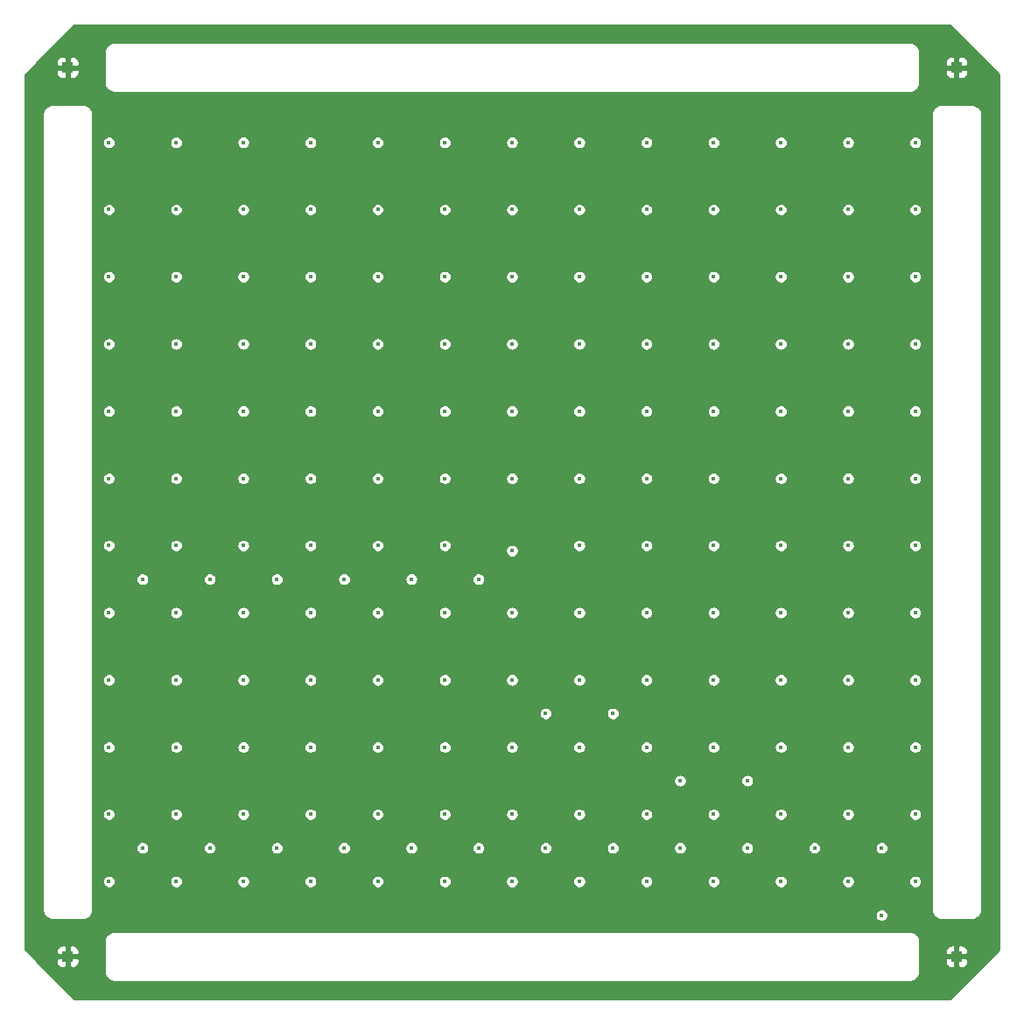
<source format=gbr>
G04 #@! TF.GenerationSoftware,KiCad,Pcbnew,5.1.5+dfsg1-2build2*
G04 #@! TF.CreationDate,2021-01-04T12:44:22+01:00*
G04 #@! TF.ProjectId,XY_TOUCH,58595f54-4f55-4434-982e-6b696361645f,rev?*
G04 #@! TF.SameCoordinates,Original*
G04 #@! TF.FileFunction,Copper,L3,Inr*
G04 #@! TF.FilePolarity,Positive*
%FSLAX46Y46*%
G04 Gerber Fmt 4.6, Leading zero omitted, Abs format (unit mm)*
G04 Created by KiCad (PCBNEW 5.1.5+dfsg1-2build2) date 2021-01-04 12:44:22*
%MOMM*%
%LPD*%
G04 APERTURE LIST*
%ADD10R,1.000000X1.000000*%
%ADD11C,0.450000*%
%ADD12C,0.250000*%
G04 APERTURE END LIST*
D10*
X143000000Y-143000000D03*
X143000000Y-57000000D03*
X57000000Y-143000000D03*
X57000000Y-57000000D03*
D11*
X106500000Y-64250000D03*
X139000000Y-64250000D03*
X132500000Y-64250000D03*
X126000000Y-64250000D03*
X119500000Y-64250000D03*
X113000000Y-64250000D03*
X100000000Y-64250000D03*
X93500000Y-64250000D03*
X87000000Y-64250000D03*
X80500000Y-64250000D03*
X74000016Y-64250000D03*
X67500000Y-64250000D03*
X61000000Y-64250000D03*
X100000000Y-70750000D03*
X139000000Y-70750000D03*
X61000000Y-70750000D03*
X67500000Y-70750000D03*
X74000000Y-70750000D03*
X80500000Y-70750000D03*
X87000000Y-70750000D03*
X93500000Y-70750000D03*
X106500000Y-70750000D03*
X113000000Y-70750000D03*
X119500000Y-70750000D03*
X126000000Y-70750000D03*
X132500000Y-70750000D03*
X93500000Y-77250000D03*
X139000000Y-77250000D03*
X132500000Y-77250000D03*
X126000000Y-77250000D03*
X119500000Y-77250000D03*
X113000000Y-77250000D03*
X106500000Y-77250000D03*
X100000000Y-77250000D03*
X87000000Y-77250000D03*
X80500000Y-77250000D03*
X74000000Y-77250000D03*
X67500000Y-77250000D03*
X61000000Y-77250000D03*
X87000000Y-83750000D03*
X139000000Y-83750000D03*
X61000000Y-83750000D03*
X67500000Y-83750000D03*
X74000000Y-83750000D03*
X80500000Y-83750000D03*
X93500000Y-83750000D03*
X100000000Y-83750000D03*
X106500000Y-83750000D03*
X113000000Y-83750000D03*
X119500000Y-83750000D03*
X125999994Y-83750000D03*
X132500000Y-83750000D03*
X87000000Y-90250000D03*
X139000000Y-90250000D03*
X132500000Y-90250000D03*
X126000000Y-90250000D03*
X119500000Y-90250000D03*
X113000000Y-90250000D03*
X106500000Y-90250000D03*
X100000000Y-90250000D03*
X93500000Y-90250000D03*
X80500000Y-90250000D03*
X74000000Y-90250000D03*
X67500000Y-90250000D03*
X61000000Y-90250000D03*
X87000000Y-96750000D03*
X139000000Y-96750000D03*
X61000000Y-96750000D03*
X67500000Y-96750000D03*
X74000000Y-96750000D03*
X80500000Y-96750000D03*
X93500000Y-96750000D03*
X100000000Y-96750000D03*
X106500000Y-96750000D03*
X113000000Y-96750000D03*
X119500000Y-96750000D03*
X126000000Y-96750000D03*
X132500000Y-96750000D03*
X132500000Y-103250000D03*
X139000010Y-103250000D03*
X119500000Y-103250000D03*
X113000000Y-103250000D03*
X106500000Y-103250000D03*
X126000000Y-103250000D03*
X93500000Y-103250000D03*
X87000000Y-103250000D03*
X80500000Y-103250000D03*
X74000000Y-103250000D03*
X67500000Y-103250000D03*
X61000000Y-103250000D03*
X100000000Y-103750000D03*
X132500000Y-109750000D03*
X139000000Y-109750000D03*
X61000000Y-109750000D03*
X67500000Y-109750000D03*
X74000000Y-109750000D03*
X80500000Y-109750000D03*
X87000000Y-109750000D03*
X93500000Y-109750000D03*
X100000000Y-109750000D03*
X106500000Y-109750000D03*
X113000000Y-109750000D03*
X119500000Y-109750000D03*
X126000000Y-109750000D03*
X132500000Y-116250000D03*
X61000000Y-116250000D03*
X67500000Y-116250000D03*
X74000000Y-116250000D03*
X80500000Y-116250000D03*
X87000000Y-116250000D03*
X93500000Y-116250000D03*
X100000000Y-116250000D03*
X106500000Y-116250000D03*
X113000000Y-116250000D03*
X119500000Y-116250000D03*
X126000000Y-116250000D03*
X139000000Y-116250000D03*
X132500000Y-122750000D03*
X61000000Y-122750000D03*
X67500000Y-122750000D03*
X74000000Y-122750000D03*
X80500000Y-122750000D03*
X87000000Y-122750000D03*
X93500000Y-122750000D03*
X100000000Y-122750000D03*
X106500000Y-122750000D03*
X113000000Y-122750000D03*
X119500000Y-122750000D03*
X126000000Y-122750000D03*
X139000000Y-122750000D03*
X139000000Y-129250000D03*
X61000000Y-129250000D03*
X67500000Y-129250000D03*
X73999992Y-129250000D03*
X80500000Y-129250000D03*
X87000000Y-129250000D03*
X93500000Y-129250000D03*
X100000000Y-129250000D03*
X106500000Y-129250000D03*
X113000000Y-129250000D03*
X119500000Y-129250000D03*
X126000000Y-129250000D03*
X132500000Y-129250000D03*
X61000000Y-135750000D03*
X67500000Y-135750000D03*
X74000000Y-135750000D03*
X80500000Y-135750000D03*
X87000000Y-135750000D03*
X93500000Y-135750000D03*
X100000000Y-135750000D03*
X106500000Y-135750000D03*
X113000000Y-135750000D03*
X119500000Y-135750000D03*
X126000000Y-135750000D03*
X132500000Y-135750000D03*
X139000000Y-135750000D03*
X135750000Y-139000008D03*
X135750000Y-132500000D03*
X129250006Y-132500000D03*
X122750000Y-126000000D03*
X122750000Y-132500000D03*
X116250000Y-132500000D03*
X116249994Y-126000000D03*
X109750000Y-119499998D03*
X109750000Y-132500000D03*
X103250000Y-119500004D03*
X103250000Y-132500000D03*
X96750000Y-106500000D03*
X96750000Y-132500000D03*
X90250000Y-106500000D03*
X90250000Y-132500000D03*
X83750000Y-132500000D03*
X83750004Y-106500000D03*
X77250000Y-132500000D03*
X77250000Y-106500000D03*
X70750000Y-132500000D03*
X70750000Y-106500000D03*
X64250000Y-132500000D03*
X64250000Y-106499990D03*
X93500000Y-93500000D03*
D12*
G36*
X147050000Y-57686396D02*
G01*
X147050001Y-142313603D01*
X142313605Y-147050000D01*
X57686396Y-147050000D01*
X54136396Y-143500000D01*
X55863937Y-143500000D01*
X55876159Y-143624090D01*
X55912354Y-143743411D01*
X55971133Y-143853378D01*
X56050236Y-143949764D01*
X56146622Y-144028867D01*
X56256589Y-144087646D01*
X56375910Y-144123841D01*
X56500000Y-144136063D01*
X56712750Y-144133000D01*
X56871000Y-143974750D01*
X56871000Y-143129000D01*
X57129000Y-143129000D01*
X57129000Y-143974750D01*
X57287250Y-144133000D01*
X57500000Y-144136063D01*
X57624090Y-144123841D01*
X57743411Y-144087646D01*
X57853378Y-144028867D01*
X57949764Y-143949764D01*
X58028867Y-143853378D01*
X58087646Y-143743411D01*
X58123841Y-143624090D01*
X58136063Y-143500000D01*
X58133000Y-143287250D01*
X57974750Y-143129000D01*
X57129000Y-143129000D01*
X56871000Y-143129000D01*
X56025250Y-143129000D01*
X55867000Y-143287250D01*
X55863937Y-143500000D01*
X54136396Y-143500000D01*
X53136396Y-142500000D01*
X55863937Y-142500000D01*
X55867000Y-142712750D01*
X56025250Y-142871000D01*
X56871000Y-142871000D01*
X56871000Y-142025250D01*
X57129000Y-142025250D01*
X57129000Y-142871000D01*
X57974750Y-142871000D01*
X58133000Y-142712750D01*
X58136063Y-142500000D01*
X58123841Y-142375910D01*
X58087646Y-142256589D01*
X58028867Y-142146622D01*
X57949764Y-142050236D01*
X57853378Y-141971133D01*
X57743411Y-141912354D01*
X57624090Y-141876159D01*
X57500000Y-141863937D01*
X57287250Y-141867000D01*
X57129000Y-142025250D01*
X56871000Y-142025250D01*
X56712750Y-141867000D01*
X56500000Y-141863937D01*
X56375910Y-141876159D01*
X56256589Y-141912354D01*
X56146622Y-141971133D01*
X56050236Y-142050236D01*
X55971133Y-142146622D01*
X55912354Y-142256589D01*
X55876159Y-142375910D01*
X55863937Y-142500000D01*
X53136396Y-142500000D01*
X52950000Y-142313605D01*
X52950000Y-141477896D01*
X60550000Y-141477896D01*
X60550001Y-144522105D01*
X60551885Y-144541237D01*
X60551864Y-144544275D01*
X60552477Y-144550528D01*
X60562677Y-144647577D01*
X60570887Y-144687574D01*
X60578521Y-144727592D01*
X60580334Y-144733597D01*
X60580336Y-144733607D01*
X60580340Y-144733616D01*
X60609193Y-144826826D01*
X60625005Y-144864440D01*
X60640278Y-144902243D01*
X60643227Y-144907791D01*
X60689640Y-144993629D01*
X60712471Y-145027477D01*
X60734780Y-145061568D01*
X60738747Y-145066432D01*
X60738751Y-145066438D01*
X60738756Y-145066443D01*
X60800952Y-145141626D01*
X60829894Y-145170367D01*
X60858426Y-145199503D01*
X60863267Y-145203508D01*
X60938888Y-145265184D01*
X60972888Y-145287774D01*
X61006517Y-145310800D01*
X61012044Y-145313789D01*
X61098205Y-145359601D01*
X61135935Y-145375152D01*
X61173397Y-145391208D01*
X61179399Y-145393066D01*
X61272817Y-145421271D01*
X61312828Y-145429194D01*
X61352724Y-145437674D01*
X61358973Y-145438331D01*
X61456090Y-145447853D01*
X61456095Y-145447853D01*
X61477895Y-145450000D01*
X138522105Y-145450000D01*
X138541246Y-145448115D01*
X138544275Y-145448136D01*
X138550528Y-145447523D01*
X138647577Y-145437323D01*
X138687574Y-145429113D01*
X138727592Y-145421479D01*
X138733597Y-145419666D01*
X138733607Y-145419664D01*
X138733616Y-145419660D01*
X138826826Y-145390807D01*
X138864440Y-145374995D01*
X138902243Y-145359722D01*
X138907791Y-145356773D01*
X138993629Y-145310360D01*
X139027477Y-145287529D01*
X139061568Y-145265220D01*
X139066435Y-145261251D01*
X139066438Y-145261249D01*
X139066443Y-145261244D01*
X139141626Y-145199048D01*
X139170367Y-145170106D01*
X139199503Y-145141574D01*
X139203508Y-145136733D01*
X139265184Y-145061112D01*
X139287774Y-145027112D01*
X139310800Y-144993483D01*
X139313789Y-144987956D01*
X139359601Y-144901795D01*
X139375152Y-144864065D01*
X139391208Y-144826603D01*
X139393066Y-144820601D01*
X139421271Y-144727183D01*
X139429194Y-144687172D01*
X139437674Y-144647276D01*
X139438331Y-144641027D01*
X139447853Y-144543910D01*
X139447853Y-144543905D01*
X139450000Y-144522105D01*
X139450000Y-143500000D01*
X141863937Y-143500000D01*
X141876159Y-143624090D01*
X141912354Y-143743411D01*
X141971133Y-143853378D01*
X142050236Y-143949764D01*
X142146622Y-144028867D01*
X142256589Y-144087646D01*
X142375910Y-144123841D01*
X142500000Y-144136063D01*
X142712750Y-144133000D01*
X142871000Y-143974750D01*
X142871000Y-143129000D01*
X143129000Y-143129000D01*
X143129000Y-143974750D01*
X143287250Y-144133000D01*
X143500000Y-144136063D01*
X143624090Y-144123841D01*
X143743411Y-144087646D01*
X143853378Y-144028867D01*
X143949764Y-143949764D01*
X144028867Y-143853378D01*
X144087646Y-143743411D01*
X144123841Y-143624090D01*
X144136063Y-143500000D01*
X144133000Y-143287250D01*
X143974750Y-143129000D01*
X143129000Y-143129000D01*
X142871000Y-143129000D01*
X142025250Y-143129000D01*
X141867000Y-143287250D01*
X141863937Y-143500000D01*
X139450000Y-143500000D01*
X139450000Y-142500000D01*
X141863937Y-142500000D01*
X141867000Y-142712750D01*
X142025250Y-142871000D01*
X142871000Y-142871000D01*
X142871000Y-142025250D01*
X143129000Y-142025250D01*
X143129000Y-142871000D01*
X143974750Y-142871000D01*
X144133000Y-142712750D01*
X144136063Y-142500000D01*
X144123841Y-142375910D01*
X144087646Y-142256589D01*
X144028867Y-142146622D01*
X143949764Y-142050236D01*
X143853378Y-141971133D01*
X143743411Y-141912354D01*
X143624090Y-141876159D01*
X143500000Y-141863937D01*
X143287250Y-141867000D01*
X143129000Y-142025250D01*
X142871000Y-142025250D01*
X142712750Y-141867000D01*
X142500000Y-141863937D01*
X142375910Y-141876159D01*
X142256589Y-141912354D01*
X142146622Y-141971133D01*
X142050236Y-142050236D01*
X141971133Y-142146622D01*
X141912354Y-142256589D01*
X141876159Y-142375910D01*
X141863937Y-142500000D01*
X139450000Y-142500000D01*
X139450000Y-141477895D01*
X139448115Y-141458754D01*
X139448136Y-141455726D01*
X139447523Y-141449472D01*
X139437323Y-141352424D01*
X139429114Y-141312433D01*
X139421479Y-141272408D01*
X139419666Y-141266403D01*
X139419664Y-141266393D01*
X139419660Y-141266384D01*
X139390807Y-141173174D01*
X139375001Y-141135573D01*
X139359722Y-141097756D01*
X139356773Y-141092209D01*
X139310360Y-141006371D01*
X139287529Y-140972523D01*
X139265220Y-140938432D01*
X139261249Y-140933562D01*
X139199047Y-140858374D01*
X139170125Y-140829653D01*
X139141574Y-140800497D01*
X139136733Y-140796492D01*
X139061112Y-140734816D01*
X139027089Y-140712210D01*
X138993483Y-140689200D01*
X138987956Y-140686211D01*
X138901795Y-140640399D01*
X138864065Y-140624848D01*
X138826603Y-140608792D01*
X138820601Y-140606934D01*
X138727183Y-140578729D01*
X138687179Y-140570808D01*
X138647276Y-140562326D01*
X138641037Y-140561671D01*
X138641032Y-140561670D01*
X138641028Y-140561670D01*
X138543910Y-140552147D01*
X138543905Y-140552147D01*
X138522105Y-140550000D01*
X61477895Y-140550000D01*
X61458754Y-140551885D01*
X61455726Y-140551864D01*
X61449472Y-140552477D01*
X61352424Y-140562677D01*
X61312433Y-140570886D01*
X61272408Y-140578521D01*
X61266403Y-140580334D01*
X61266393Y-140580336D01*
X61266384Y-140580340D01*
X61173174Y-140609193D01*
X61135573Y-140624999D01*
X61097756Y-140640278D01*
X61092209Y-140643227D01*
X61006371Y-140689640D01*
X60972523Y-140712471D01*
X60938432Y-140734780D01*
X60933562Y-140738751D01*
X60858374Y-140800953D01*
X60829653Y-140829875D01*
X60800497Y-140858426D01*
X60796492Y-140863267D01*
X60734816Y-140938888D01*
X60712210Y-140972911D01*
X60689200Y-141006517D01*
X60686211Y-141012044D01*
X60640399Y-141098205D01*
X60624848Y-141135935D01*
X60608792Y-141173397D01*
X60606934Y-141179399D01*
X60578729Y-141272817D01*
X60570808Y-141312821D01*
X60562326Y-141352724D01*
X60561670Y-141358972D01*
X60552147Y-141456090D01*
X60552147Y-141456096D01*
X60550000Y-141477896D01*
X52950000Y-141477896D01*
X52950000Y-61477896D01*
X54550000Y-61477896D01*
X54550001Y-138522105D01*
X54551885Y-138541237D01*
X54551864Y-138544275D01*
X54552477Y-138550528D01*
X54562677Y-138647577D01*
X54570887Y-138687574D01*
X54578521Y-138727592D01*
X54580334Y-138733597D01*
X54580336Y-138733607D01*
X54580340Y-138733616D01*
X54609193Y-138826826D01*
X54625005Y-138864440D01*
X54640278Y-138902243D01*
X54643227Y-138907791D01*
X54689640Y-138993629D01*
X54712471Y-139027477D01*
X54734780Y-139061568D01*
X54738747Y-139066432D01*
X54738751Y-139066438D01*
X54738756Y-139066443D01*
X54800952Y-139141626D01*
X54829894Y-139170367D01*
X54858426Y-139199503D01*
X54863267Y-139203508D01*
X54938888Y-139265184D01*
X54972888Y-139287774D01*
X55006517Y-139310800D01*
X55012044Y-139313789D01*
X55098205Y-139359601D01*
X55135935Y-139375152D01*
X55173397Y-139391208D01*
X55179399Y-139393066D01*
X55272817Y-139421271D01*
X55312828Y-139429194D01*
X55352724Y-139437674D01*
X55358973Y-139438331D01*
X55456090Y-139447853D01*
X55456095Y-139447853D01*
X55477895Y-139450000D01*
X58522105Y-139450000D01*
X58541246Y-139448115D01*
X58544275Y-139448136D01*
X58550528Y-139447523D01*
X58647577Y-139437323D01*
X58687574Y-139429113D01*
X58727592Y-139421479D01*
X58733597Y-139419666D01*
X58733607Y-139419664D01*
X58733616Y-139419660D01*
X58826826Y-139390807D01*
X58864440Y-139374995D01*
X58902243Y-139359722D01*
X58907791Y-139356773D01*
X58993629Y-139310360D01*
X59027477Y-139287529D01*
X59061568Y-139265220D01*
X59066435Y-139261251D01*
X59066438Y-139261249D01*
X59066443Y-139261244D01*
X59141626Y-139199048D01*
X59170367Y-139170106D01*
X59199503Y-139141574D01*
X59203508Y-139136733D01*
X59265184Y-139061112D01*
X59287774Y-139027112D01*
X59310800Y-138993483D01*
X59313789Y-138987956D01*
X59341419Y-138935989D01*
X135100000Y-138935989D01*
X135100000Y-139064027D01*
X135124979Y-139189606D01*
X135173978Y-139307898D01*
X135245112Y-139414359D01*
X135335649Y-139504896D01*
X135442110Y-139576030D01*
X135560402Y-139625029D01*
X135685981Y-139650008D01*
X135814019Y-139650008D01*
X135939598Y-139625029D01*
X136057890Y-139576030D01*
X136164351Y-139504896D01*
X136254888Y-139414359D01*
X136326022Y-139307898D01*
X136375021Y-139189606D01*
X136400000Y-139064027D01*
X136400000Y-138935989D01*
X136375021Y-138810410D01*
X136326022Y-138692118D01*
X136254888Y-138585657D01*
X136164351Y-138495120D01*
X136057890Y-138423986D01*
X135939598Y-138374987D01*
X135814019Y-138350008D01*
X135685981Y-138350008D01*
X135560402Y-138374987D01*
X135442110Y-138423986D01*
X135335649Y-138495120D01*
X135245112Y-138585657D01*
X135173978Y-138692118D01*
X135124979Y-138810410D01*
X135100000Y-138935989D01*
X59341419Y-138935989D01*
X59359601Y-138901795D01*
X59375152Y-138864065D01*
X59391208Y-138826603D01*
X59393066Y-138820601D01*
X59421271Y-138727183D01*
X59429194Y-138687172D01*
X59437674Y-138647276D01*
X59438331Y-138641027D01*
X59447853Y-138543910D01*
X59447853Y-138543905D01*
X59450000Y-138522105D01*
X59450000Y-135685981D01*
X60350000Y-135685981D01*
X60350000Y-135814019D01*
X60374979Y-135939598D01*
X60423978Y-136057890D01*
X60495112Y-136164351D01*
X60585649Y-136254888D01*
X60692110Y-136326022D01*
X60810402Y-136375021D01*
X60935981Y-136400000D01*
X61064019Y-136400000D01*
X61189598Y-136375021D01*
X61307890Y-136326022D01*
X61414351Y-136254888D01*
X61504888Y-136164351D01*
X61576022Y-136057890D01*
X61625021Y-135939598D01*
X61650000Y-135814019D01*
X61650000Y-135685981D01*
X66850000Y-135685981D01*
X66850000Y-135814019D01*
X66874979Y-135939598D01*
X66923978Y-136057890D01*
X66995112Y-136164351D01*
X67085649Y-136254888D01*
X67192110Y-136326022D01*
X67310402Y-136375021D01*
X67435981Y-136400000D01*
X67564019Y-136400000D01*
X67689598Y-136375021D01*
X67807890Y-136326022D01*
X67914351Y-136254888D01*
X68004888Y-136164351D01*
X68076022Y-136057890D01*
X68125021Y-135939598D01*
X68150000Y-135814019D01*
X68150000Y-135685981D01*
X73350000Y-135685981D01*
X73350000Y-135814019D01*
X73374979Y-135939598D01*
X73423978Y-136057890D01*
X73495112Y-136164351D01*
X73585649Y-136254888D01*
X73692110Y-136326022D01*
X73810402Y-136375021D01*
X73935981Y-136400000D01*
X74064019Y-136400000D01*
X74189598Y-136375021D01*
X74307890Y-136326022D01*
X74414351Y-136254888D01*
X74504888Y-136164351D01*
X74576022Y-136057890D01*
X74625021Y-135939598D01*
X74650000Y-135814019D01*
X74650000Y-135685981D01*
X79850000Y-135685981D01*
X79850000Y-135814019D01*
X79874979Y-135939598D01*
X79923978Y-136057890D01*
X79995112Y-136164351D01*
X80085649Y-136254888D01*
X80192110Y-136326022D01*
X80310402Y-136375021D01*
X80435981Y-136400000D01*
X80564019Y-136400000D01*
X80689598Y-136375021D01*
X80807890Y-136326022D01*
X80914351Y-136254888D01*
X81004888Y-136164351D01*
X81076022Y-136057890D01*
X81125021Y-135939598D01*
X81150000Y-135814019D01*
X81150000Y-135685981D01*
X86350000Y-135685981D01*
X86350000Y-135814019D01*
X86374979Y-135939598D01*
X86423978Y-136057890D01*
X86495112Y-136164351D01*
X86585649Y-136254888D01*
X86692110Y-136326022D01*
X86810402Y-136375021D01*
X86935981Y-136400000D01*
X87064019Y-136400000D01*
X87189598Y-136375021D01*
X87307890Y-136326022D01*
X87414351Y-136254888D01*
X87504888Y-136164351D01*
X87576022Y-136057890D01*
X87625021Y-135939598D01*
X87650000Y-135814019D01*
X87650000Y-135685981D01*
X92850000Y-135685981D01*
X92850000Y-135814019D01*
X92874979Y-135939598D01*
X92923978Y-136057890D01*
X92995112Y-136164351D01*
X93085649Y-136254888D01*
X93192110Y-136326022D01*
X93310402Y-136375021D01*
X93435981Y-136400000D01*
X93564019Y-136400000D01*
X93689598Y-136375021D01*
X93807890Y-136326022D01*
X93914351Y-136254888D01*
X94004888Y-136164351D01*
X94076022Y-136057890D01*
X94125021Y-135939598D01*
X94150000Y-135814019D01*
X94150000Y-135685981D01*
X99350000Y-135685981D01*
X99350000Y-135814019D01*
X99374979Y-135939598D01*
X99423978Y-136057890D01*
X99495112Y-136164351D01*
X99585649Y-136254888D01*
X99692110Y-136326022D01*
X99810402Y-136375021D01*
X99935981Y-136400000D01*
X100064019Y-136400000D01*
X100189598Y-136375021D01*
X100307890Y-136326022D01*
X100414351Y-136254888D01*
X100504888Y-136164351D01*
X100576022Y-136057890D01*
X100625021Y-135939598D01*
X100650000Y-135814019D01*
X100650000Y-135685981D01*
X105850000Y-135685981D01*
X105850000Y-135814019D01*
X105874979Y-135939598D01*
X105923978Y-136057890D01*
X105995112Y-136164351D01*
X106085649Y-136254888D01*
X106192110Y-136326022D01*
X106310402Y-136375021D01*
X106435981Y-136400000D01*
X106564019Y-136400000D01*
X106689598Y-136375021D01*
X106807890Y-136326022D01*
X106914351Y-136254888D01*
X107004888Y-136164351D01*
X107076022Y-136057890D01*
X107125021Y-135939598D01*
X107150000Y-135814019D01*
X107150000Y-135685981D01*
X112350000Y-135685981D01*
X112350000Y-135814019D01*
X112374979Y-135939598D01*
X112423978Y-136057890D01*
X112495112Y-136164351D01*
X112585649Y-136254888D01*
X112692110Y-136326022D01*
X112810402Y-136375021D01*
X112935981Y-136400000D01*
X113064019Y-136400000D01*
X113189598Y-136375021D01*
X113307890Y-136326022D01*
X113414351Y-136254888D01*
X113504888Y-136164351D01*
X113576022Y-136057890D01*
X113625021Y-135939598D01*
X113650000Y-135814019D01*
X113650000Y-135685981D01*
X118850000Y-135685981D01*
X118850000Y-135814019D01*
X118874979Y-135939598D01*
X118923978Y-136057890D01*
X118995112Y-136164351D01*
X119085649Y-136254888D01*
X119192110Y-136326022D01*
X119310402Y-136375021D01*
X119435981Y-136400000D01*
X119564019Y-136400000D01*
X119689598Y-136375021D01*
X119807890Y-136326022D01*
X119914351Y-136254888D01*
X120004888Y-136164351D01*
X120076022Y-136057890D01*
X120125021Y-135939598D01*
X120150000Y-135814019D01*
X120150000Y-135685981D01*
X125350000Y-135685981D01*
X125350000Y-135814019D01*
X125374979Y-135939598D01*
X125423978Y-136057890D01*
X125495112Y-136164351D01*
X125585649Y-136254888D01*
X125692110Y-136326022D01*
X125810402Y-136375021D01*
X125935981Y-136400000D01*
X126064019Y-136400000D01*
X126189598Y-136375021D01*
X126307890Y-136326022D01*
X126414351Y-136254888D01*
X126504888Y-136164351D01*
X126576022Y-136057890D01*
X126625021Y-135939598D01*
X126650000Y-135814019D01*
X126650000Y-135685981D01*
X131850000Y-135685981D01*
X131850000Y-135814019D01*
X131874979Y-135939598D01*
X131923978Y-136057890D01*
X131995112Y-136164351D01*
X132085649Y-136254888D01*
X132192110Y-136326022D01*
X132310402Y-136375021D01*
X132435981Y-136400000D01*
X132564019Y-136400000D01*
X132689598Y-136375021D01*
X132807890Y-136326022D01*
X132914351Y-136254888D01*
X133004888Y-136164351D01*
X133076022Y-136057890D01*
X133125021Y-135939598D01*
X133150000Y-135814019D01*
X133150000Y-135685981D01*
X138350000Y-135685981D01*
X138350000Y-135814019D01*
X138374979Y-135939598D01*
X138423978Y-136057890D01*
X138495112Y-136164351D01*
X138585649Y-136254888D01*
X138692110Y-136326022D01*
X138810402Y-136375021D01*
X138935981Y-136400000D01*
X139064019Y-136400000D01*
X139189598Y-136375021D01*
X139307890Y-136326022D01*
X139414351Y-136254888D01*
X139504888Y-136164351D01*
X139576022Y-136057890D01*
X139625021Y-135939598D01*
X139650000Y-135814019D01*
X139650000Y-135685981D01*
X139625021Y-135560402D01*
X139576022Y-135442110D01*
X139504888Y-135335649D01*
X139414351Y-135245112D01*
X139307890Y-135173978D01*
X139189598Y-135124979D01*
X139064019Y-135100000D01*
X138935981Y-135100000D01*
X138810402Y-135124979D01*
X138692110Y-135173978D01*
X138585649Y-135245112D01*
X138495112Y-135335649D01*
X138423978Y-135442110D01*
X138374979Y-135560402D01*
X138350000Y-135685981D01*
X133150000Y-135685981D01*
X133125021Y-135560402D01*
X133076022Y-135442110D01*
X133004888Y-135335649D01*
X132914351Y-135245112D01*
X132807890Y-135173978D01*
X132689598Y-135124979D01*
X132564019Y-135100000D01*
X132435981Y-135100000D01*
X132310402Y-135124979D01*
X132192110Y-135173978D01*
X132085649Y-135245112D01*
X131995112Y-135335649D01*
X131923978Y-135442110D01*
X131874979Y-135560402D01*
X131850000Y-135685981D01*
X126650000Y-135685981D01*
X126625021Y-135560402D01*
X126576022Y-135442110D01*
X126504888Y-135335649D01*
X126414351Y-135245112D01*
X126307890Y-135173978D01*
X126189598Y-135124979D01*
X126064019Y-135100000D01*
X125935981Y-135100000D01*
X125810402Y-135124979D01*
X125692110Y-135173978D01*
X125585649Y-135245112D01*
X125495112Y-135335649D01*
X125423978Y-135442110D01*
X125374979Y-135560402D01*
X125350000Y-135685981D01*
X120150000Y-135685981D01*
X120125021Y-135560402D01*
X120076022Y-135442110D01*
X120004888Y-135335649D01*
X119914351Y-135245112D01*
X119807890Y-135173978D01*
X119689598Y-135124979D01*
X119564019Y-135100000D01*
X119435981Y-135100000D01*
X119310402Y-135124979D01*
X119192110Y-135173978D01*
X119085649Y-135245112D01*
X118995112Y-135335649D01*
X118923978Y-135442110D01*
X118874979Y-135560402D01*
X118850000Y-135685981D01*
X113650000Y-135685981D01*
X113625021Y-135560402D01*
X113576022Y-135442110D01*
X113504888Y-135335649D01*
X113414351Y-135245112D01*
X113307890Y-135173978D01*
X113189598Y-135124979D01*
X113064019Y-135100000D01*
X112935981Y-135100000D01*
X112810402Y-135124979D01*
X112692110Y-135173978D01*
X112585649Y-135245112D01*
X112495112Y-135335649D01*
X112423978Y-135442110D01*
X112374979Y-135560402D01*
X112350000Y-135685981D01*
X107150000Y-135685981D01*
X107125021Y-135560402D01*
X107076022Y-135442110D01*
X107004888Y-135335649D01*
X106914351Y-135245112D01*
X106807890Y-135173978D01*
X106689598Y-135124979D01*
X106564019Y-135100000D01*
X106435981Y-135100000D01*
X106310402Y-135124979D01*
X106192110Y-135173978D01*
X106085649Y-135245112D01*
X105995112Y-135335649D01*
X105923978Y-135442110D01*
X105874979Y-135560402D01*
X105850000Y-135685981D01*
X100650000Y-135685981D01*
X100625021Y-135560402D01*
X100576022Y-135442110D01*
X100504888Y-135335649D01*
X100414351Y-135245112D01*
X100307890Y-135173978D01*
X100189598Y-135124979D01*
X100064019Y-135100000D01*
X99935981Y-135100000D01*
X99810402Y-135124979D01*
X99692110Y-135173978D01*
X99585649Y-135245112D01*
X99495112Y-135335649D01*
X99423978Y-135442110D01*
X99374979Y-135560402D01*
X99350000Y-135685981D01*
X94150000Y-135685981D01*
X94125021Y-135560402D01*
X94076022Y-135442110D01*
X94004888Y-135335649D01*
X93914351Y-135245112D01*
X93807890Y-135173978D01*
X93689598Y-135124979D01*
X93564019Y-135100000D01*
X93435981Y-135100000D01*
X93310402Y-135124979D01*
X93192110Y-135173978D01*
X93085649Y-135245112D01*
X92995112Y-135335649D01*
X92923978Y-135442110D01*
X92874979Y-135560402D01*
X92850000Y-135685981D01*
X87650000Y-135685981D01*
X87625021Y-135560402D01*
X87576022Y-135442110D01*
X87504888Y-135335649D01*
X87414351Y-135245112D01*
X87307890Y-135173978D01*
X87189598Y-135124979D01*
X87064019Y-135100000D01*
X86935981Y-135100000D01*
X86810402Y-135124979D01*
X86692110Y-135173978D01*
X86585649Y-135245112D01*
X86495112Y-135335649D01*
X86423978Y-135442110D01*
X86374979Y-135560402D01*
X86350000Y-135685981D01*
X81150000Y-135685981D01*
X81125021Y-135560402D01*
X81076022Y-135442110D01*
X81004888Y-135335649D01*
X80914351Y-135245112D01*
X80807890Y-135173978D01*
X80689598Y-135124979D01*
X80564019Y-135100000D01*
X80435981Y-135100000D01*
X80310402Y-135124979D01*
X80192110Y-135173978D01*
X80085649Y-135245112D01*
X79995112Y-135335649D01*
X79923978Y-135442110D01*
X79874979Y-135560402D01*
X79850000Y-135685981D01*
X74650000Y-135685981D01*
X74625021Y-135560402D01*
X74576022Y-135442110D01*
X74504888Y-135335649D01*
X74414351Y-135245112D01*
X74307890Y-135173978D01*
X74189598Y-135124979D01*
X74064019Y-135100000D01*
X73935981Y-135100000D01*
X73810402Y-135124979D01*
X73692110Y-135173978D01*
X73585649Y-135245112D01*
X73495112Y-135335649D01*
X73423978Y-135442110D01*
X73374979Y-135560402D01*
X73350000Y-135685981D01*
X68150000Y-135685981D01*
X68125021Y-135560402D01*
X68076022Y-135442110D01*
X68004888Y-135335649D01*
X67914351Y-135245112D01*
X67807890Y-135173978D01*
X67689598Y-135124979D01*
X67564019Y-135100000D01*
X67435981Y-135100000D01*
X67310402Y-135124979D01*
X67192110Y-135173978D01*
X67085649Y-135245112D01*
X66995112Y-135335649D01*
X66923978Y-135442110D01*
X66874979Y-135560402D01*
X66850000Y-135685981D01*
X61650000Y-135685981D01*
X61625021Y-135560402D01*
X61576022Y-135442110D01*
X61504888Y-135335649D01*
X61414351Y-135245112D01*
X61307890Y-135173978D01*
X61189598Y-135124979D01*
X61064019Y-135100000D01*
X60935981Y-135100000D01*
X60810402Y-135124979D01*
X60692110Y-135173978D01*
X60585649Y-135245112D01*
X60495112Y-135335649D01*
X60423978Y-135442110D01*
X60374979Y-135560402D01*
X60350000Y-135685981D01*
X59450000Y-135685981D01*
X59450000Y-132435981D01*
X63600000Y-132435981D01*
X63600000Y-132564019D01*
X63624979Y-132689598D01*
X63673978Y-132807890D01*
X63745112Y-132914351D01*
X63835649Y-133004888D01*
X63942110Y-133076022D01*
X64060402Y-133125021D01*
X64185981Y-133150000D01*
X64314019Y-133150000D01*
X64439598Y-133125021D01*
X64557890Y-133076022D01*
X64664351Y-133004888D01*
X64754888Y-132914351D01*
X64826022Y-132807890D01*
X64875021Y-132689598D01*
X64900000Y-132564019D01*
X64900000Y-132435981D01*
X70100000Y-132435981D01*
X70100000Y-132564019D01*
X70124979Y-132689598D01*
X70173978Y-132807890D01*
X70245112Y-132914351D01*
X70335649Y-133004888D01*
X70442110Y-133076022D01*
X70560402Y-133125021D01*
X70685981Y-133150000D01*
X70814019Y-133150000D01*
X70939598Y-133125021D01*
X71057890Y-133076022D01*
X71164351Y-133004888D01*
X71254888Y-132914351D01*
X71326022Y-132807890D01*
X71375021Y-132689598D01*
X71400000Y-132564019D01*
X71400000Y-132435981D01*
X76600000Y-132435981D01*
X76600000Y-132564019D01*
X76624979Y-132689598D01*
X76673978Y-132807890D01*
X76745112Y-132914351D01*
X76835649Y-133004888D01*
X76942110Y-133076022D01*
X77060402Y-133125021D01*
X77185981Y-133150000D01*
X77314019Y-133150000D01*
X77439598Y-133125021D01*
X77557890Y-133076022D01*
X77664351Y-133004888D01*
X77754888Y-132914351D01*
X77826022Y-132807890D01*
X77875021Y-132689598D01*
X77900000Y-132564019D01*
X77900000Y-132435981D01*
X83100000Y-132435981D01*
X83100000Y-132564019D01*
X83124979Y-132689598D01*
X83173978Y-132807890D01*
X83245112Y-132914351D01*
X83335649Y-133004888D01*
X83442110Y-133076022D01*
X83560402Y-133125021D01*
X83685981Y-133150000D01*
X83814019Y-133150000D01*
X83939598Y-133125021D01*
X84057890Y-133076022D01*
X84164351Y-133004888D01*
X84254888Y-132914351D01*
X84326022Y-132807890D01*
X84375021Y-132689598D01*
X84400000Y-132564019D01*
X84400000Y-132435981D01*
X89600000Y-132435981D01*
X89600000Y-132564019D01*
X89624979Y-132689598D01*
X89673978Y-132807890D01*
X89745112Y-132914351D01*
X89835649Y-133004888D01*
X89942110Y-133076022D01*
X90060402Y-133125021D01*
X90185981Y-133150000D01*
X90314019Y-133150000D01*
X90439598Y-133125021D01*
X90557890Y-133076022D01*
X90664351Y-133004888D01*
X90754888Y-132914351D01*
X90826022Y-132807890D01*
X90875021Y-132689598D01*
X90900000Y-132564019D01*
X90900000Y-132435981D01*
X96100000Y-132435981D01*
X96100000Y-132564019D01*
X96124979Y-132689598D01*
X96173978Y-132807890D01*
X96245112Y-132914351D01*
X96335649Y-133004888D01*
X96442110Y-133076022D01*
X96560402Y-133125021D01*
X96685981Y-133150000D01*
X96814019Y-133150000D01*
X96939598Y-133125021D01*
X97057890Y-133076022D01*
X97164351Y-133004888D01*
X97254888Y-132914351D01*
X97326022Y-132807890D01*
X97375021Y-132689598D01*
X97400000Y-132564019D01*
X97400000Y-132435981D01*
X102600000Y-132435981D01*
X102600000Y-132564019D01*
X102624979Y-132689598D01*
X102673978Y-132807890D01*
X102745112Y-132914351D01*
X102835649Y-133004888D01*
X102942110Y-133076022D01*
X103060402Y-133125021D01*
X103185981Y-133150000D01*
X103314019Y-133150000D01*
X103439598Y-133125021D01*
X103557890Y-133076022D01*
X103664351Y-133004888D01*
X103754888Y-132914351D01*
X103826022Y-132807890D01*
X103875021Y-132689598D01*
X103900000Y-132564019D01*
X103900000Y-132435981D01*
X109100000Y-132435981D01*
X109100000Y-132564019D01*
X109124979Y-132689598D01*
X109173978Y-132807890D01*
X109245112Y-132914351D01*
X109335649Y-133004888D01*
X109442110Y-133076022D01*
X109560402Y-133125021D01*
X109685981Y-133150000D01*
X109814019Y-133150000D01*
X109939598Y-133125021D01*
X110057890Y-133076022D01*
X110164351Y-133004888D01*
X110254888Y-132914351D01*
X110326022Y-132807890D01*
X110375021Y-132689598D01*
X110400000Y-132564019D01*
X110400000Y-132435981D01*
X115600000Y-132435981D01*
X115600000Y-132564019D01*
X115624979Y-132689598D01*
X115673978Y-132807890D01*
X115745112Y-132914351D01*
X115835649Y-133004888D01*
X115942110Y-133076022D01*
X116060402Y-133125021D01*
X116185981Y-133150000D01*
X116314019Y-133150000D01*
X116439598Y-133125021D01*
X116557890Y-133076022D01*
X116664351Y-133004888D01*
X116754888Y-132914351D01*
X116826022Y-132807890D01*
X116875021Y-132689598D01*
X116900000Y-132564019D01*
X116900000Y-132435981D01*
X122100000Y-132435981D01*
X122100000Y-132564019D01*
X122124979Y-132689598D01*
X122173978Y-132807890D01*
X122245112Y-132914351D01*
X122335649Y-133004888D01*
X122442110Y-133076022D01*
X122560402Y-133125021D01*
X122685981Y-133150000D01*
X122814019Y-133150000D01*
X122939598Y-133125021D01*
X123057890Y-133076022D01*
X123164351Y-133004888D01*
X123254888Y-132914351D01*
X123326022Y-132807890D01*
X123375021Y-132689598D01*
X123400000Y-132564019D01*
X123400000Y-132435981D01*
X128600006Y-132435981D01*
X128600006Y-132564019D01*
X128624985Y-132689598D01*
X128673984Y-132807890D01*
X128745118Y-132914351D01*
X128835655Y-133004888D01*
X128942116Y-133076022D01*
X129060408Y-133125021D01*
X129185987Y-133150000D01*
X129314025Y-133150000D01*
X129439604Y-133125021D01*
X129557896Y-133076022D01*
X129664357Y-133004888D01*
X129754894Y-132914351D01*
X129826028Y-132807890D01*
X129875027Y-132689598D01*
X129900006Y-132564019D01*
X129900006Y-132435981D01*
X135100000Y-132435981D01*
X135100000Y-132564019D01*
X135124979Y-132689598D01*
X135173978Y-132807890D01*
X135245112Y-132914351D01*
X135335649Y-133004888D01*
X135442110Y-133076022D01*
X135560402Y-133125021D01*
X135685981Y-133150000D01*
X135814019Y-133150000D01*
X135939598Y-133125021D01*
X136057890Y-133076022D01*
X136164351Y-133004888D01*
X136254888Y-132914351D01*
X136326022Y-132807890D01*
X136375021Y-132689598D01*
X136400000Y-132564019D01*
X136400000Y-132435981D01*
X136375021Y-132310402D01*
X136326022Y-132192110D01*
X136254888Y-132085649D01*
X136164351Y-131995112D01*
X136057890Y-131923978D01*
X135939598Y-131874979D01*
X135814019Y-131850000D01*
X135685981Y-131850000D01*
X135560402Y-131874979D01*
X135442110Y-131923978D01*
X135335649Y-131995112D01*
X135245112Y-132085649D01*
X135173978Y-132192110D01*
X135124979Y-132310402D01*
X135100000Y-132435981D01*
X129900006Y-132435981D01*
X129875027Y-132310402D01*
X129826028Y-132192110D01*
X129754894Y-132085649D01*
X129664357Y-131995112D01*
X129557896Y-131923978D01*
X129439604Y-131874979D01*
X129314025Y-131850000D01*
X129185987Y-131850000D01*
X129060408Y-131874979D01*
X128942116Y-131923978D01*
X128835655Y-131995112D01*
X128745118Y-132085649D01*
X128673984Y-132192110D01*
X128624985Y-132310402D01*
X128600006Y-132435981D01*
X123400000Y-132435981D01*
X123375021Y-132310402D01*
X123326022Y-132192110D01*
X123254888Y-132085649D01*
X123164351Y-131995112D01*
X123057890Y-131923978D01*
X122939598Y-131874979D01*
X122814019Y-131850000D01*
X122685981Y-131850000D01*
X122560402Y-131874979D01*
X122442110Y-131923978D01*
X122335649Y-131995112D01*
X122245112Y-132085649D01*
X122173978Y-132192110D01*
X122124979Y-132310402D01*
X122100000Y-132435981D01*
X116900000Y-132435981D01*
X116875021Y-132310402D01*
X116826022Y-132192110D01*
X116754888Y-132085649D01*
X116664351Y-131995112D01*
X116557890Y-131923978D01*
X116439598Y-131874979D01*
X116314019Y-131850000D01*
X116185981Y-131850000D01*
X116060402Y-131874979D01*
X115942110Y-131923978D01*
X115835649Y-131995112D01*
X115745112Y-132085649D01*
X115673978Y-132192110D01*
X115624979Y-132310402D01*
X115600000Y-132435981D01*
X110400000Y-132435981D01*
X110375021Y-132310402D01*
X110326022Y-132192110D01*
X110254888Y-132085649D01*
X110164351Y-131995112D01*
X110057890Y-131923978D01*
X109939598Y-131874979D01*
X109814019Y-131850000D01*
X109685981Y-131850000D01*
X109560402Y-131874979D01*
X109442110Y-131923978D01*
X109335649Y-131995112D01*
X109245112Y-132085649D01*
X109173978Y-132192110D01*
X109124979Y-132310402D01*
X109100000Y-132435981D01*
X103900000Y-132435981D01*
X103875021Y-132310402D01*
X103826022Y-132192110D01*
X103754888Y-132085649D01*
X103664351Y-131995112D01*
X103557890Y-131923978D01*
X103439598Y-131874979D01*
X103314019Y-131850000D01*
X103185981Y-131850000D01*
X103060402Y-131874979D01*
X102942110Y-131923978D01*
X102835649Y-131995112D01*
X102745112Y-132085649D01*
X102673978Y-132192110D01*
X102624979Y-132310402D01*
X102600000Y-132435981D01*
X97400000Y-132435981D01*
X97375021Y-132310402D01*
X97326022Y-132192110D01*
X97254888Y-132085649D01*
X97164351Y-131995112D01*
X97057890Y-131923978D01*
X96939598Y-131874979D01*
X96814019Y-131850000D01*
X96685981Y-131850000D01*
X96560402Y-131874979D01*
X96442110Y-131923978D01*
X96335649Y-131995112D01*
X96245112Y-132085649D01*
X96173978Y-132192110D01*
X96124979Y-132310402D01*
X96100000Y-132435981D01*
X90900000Y-132435981D01*
X90875021Y-132310402D01*
X90826022Y-132192110D01*
X90754888Y-132085649D01*
X90664351Y-131995112D01*
X90557890Y-131923978D01*
X90439598Y-131874979D01*
X90314019Y-131850000D01*
X90185981Y-131850000D01*
X90060402Y-131874979D01*
X89942110Y-131923978D01*
X89835649Y-131995112D01*
X89745112Y-132085649D01*
X89673978Y-132192110D01*
X89624979Y-132310402D01*
X89600000Y-132435981D01*
X84400000Y-132435981D01*
X84375021Y-132310402D01*
X84326022Y-132192110D01*
X84254888Y-132085649D01*
X84164351Y-131995112D01*
X84057890Y-131923978D01*
X83939598Y-131874979D01*
X83814019Y-131850000D01*
X83685981Y-131850000D01*
X83560402Y-131874979D01*
X83442110Y-131923978D01*
X83335649Y-131995112D01*
X83245112Y-132085649D01*
X83173978Y-132192110D01*
X83124979Y-132310402D01*
X83100000Y-132435981D01*
X77900000Y-132435981D01*
X77875021Y-132310402D01*
X77826022Y-132192110D01*
X77754888Y-132085649D01*
X77664351Y-131995112D01*
X77557890Y-131923978D01*
X77439598Y-131874979D01*
X77314019Y-131850000D01*
X77185981Y-131850000D01*
X77060402Y-131874979D01*
X76942110Y-131923978D01*
X76835649Y-131995112D01*
X76745112Y-132085649D01*
X76673978Y-132192110D01*
X76624979Y-132310402D01*
X76600000Y-132435981D01*
X71400000Y-132435981D01*
X71375021Y-132310402D01*
X71326022Y-132192110D01*
X71254888Y-132085649D01*
X71164351Y-131995112D01*
X71057890Y-131923978D01*
X70939598Y-131874979D01*
X70814019Y-131850000D01*
X70685981Y-131850000D01*
X70560402Y-131874979D01*
X70442110Y-131923978D01*
X70335649Y-131995112D01*
X70245112Y-132085649D01*
X70173978Y-132192110D01*
X70124979Y-132310402D01*
X70100000Y-132435981D01*
X64900000Y-132435981D01*
X64875021Y-132310402D01*
X64826022Y-132192110D01*
X64754888Y-132085649D01*
X64664351Y-131995112D01*
X64557890Y-131923978D01*
X64439598Y-131874979D01*
X64314019Y-131850000D01*
X64185981Y-131850000D01*
X64060402Y-131874979D01*
X63942110Y-131923978D01*
X63835649Y-131995112D01*
X63745112Y-132085649D01*
X63673978Y-132192110D01*
X63624979Y-132310402D01*
X63600000Y-132435981D01*
X59450000Y-132435981D01*
X59450000Y-129185981D01*
X60350000Y-129185981D01*
X60350000Y-129314019D01*
X60374979Y-129439598D01*
X60423978Y-129557890D01*
X60495112Y-129664351D01*
X60585649Y-129754888D01*
X60692110Y-129826022D01*
X60810402Y-129875021D01*
X60935981Y-129900000D01*
X61064019Y-129900000D01*
X61189598Y-129875021D01*
X61307890Y-129826022D01*
X61414351Y-129754888D01*
X61504888Y-129664351D01*
X61576022Y-129557890D01*
X61625021Y-129439598D01*
X61650000Y-129314019D01*
X61650000Y-129185981D01*
X66850000Y-129185981D01*
X66850000Y-129314019D01*
X66874979Y-129439598D01*
X66923978Y-129557890D01*
X66995112Y-129664351D01*
X67085649Y-129754888D01*
X67192110Y-129826022D01*
X67310402Y-129875021D01*
X67435981Y-129900000D01*
X67564019Y-129900000D01*
X67689598Y-129875021D01*
X67807890Y-129826022D01*
X67914351Y-129754888D01*
X68004888Y-129664351D01*
X68076022Y-129557890D01*
X68125021Y-129439598D01*
X68150000Y-129314019D01*
X68150000Y-129185981D01*
X73349992Y-129185981D01*
X73349992Y-129314019D01*
X73374971Y-129439598D01*
X73423970Y-129557890D01*
X73495104Y-129664351D01*
X73585641Y-129754888D01*
X73692102Y-129826022D01*
X73810394Y-129875021D01*
X73935973Y-129900000D01*
X74064011Y-129900000D01*
X74189590Y-129875021D01*
X74307882Y-129826022D01*
X74414343Y-129754888D01*
X74504880Y-129664351D01*
X74576014Y-129557890D01*
X74625013Y-129439598D01*
X74649992Y-129314019D01*
X74649992Y-129185981D01*
X79850000Y-129185981D01*
X79850000Y-129314019D01*
X79874979Y-129439598D01*
X79923978Y-129557890D01*
X79995112Y-129664351D01*
X80085649Y-129754888D01*
X80192110Y-129826022D01*
X80310402Y-129875021D01*
X80435981Y-129900000D01*
X80564019Y-129900000D01*
X80689598Y-129875021D01*
X80807890Y-129826022D01*
X80914351Y-129754888D01*
X81004888Y-129664351D01*
X81076022Y-129557890D01*
X81125021Y-129439598D01*
X81150000Y-129314019D01*
X81150000Y-129185981D01*
X86350000Y-129185981D01*
X86350000Y-129314019D01*
X86374979Y-129439598D01*
X86423978Y-129557890D01*
X86495112Y-129664351D01*
X86585649Y-129754888D01*
X86692110Y-129826022D01*
X86810402Y-129875021D01*
X86935981Y-129900000D01*
X87064019Y-129900000D01*
X87189598Y-129875021D01*
X87307890Y-129826022D01*
X87414351Y-129754888D01*
X87504888Y-129664351D01*
X87576022Y-129557890D01*
X87625021Y-129439598D01*
X87650000Y-129314019D01*
X87650000Y-129185981D01*
X92850000Y-129185981D01*
X92850000Y-129314019D01*
X92874979Y-129439598D01*
X92923978Y-129557890D01*
X92995112Y-129664351D01*
X93085649Y-129754888D01*
X93192110Y-129826022D01*
X93310402Y-129875021D01*
X93435981Y-129900000D01*
X93564019Y-129900000D01*
X93689598Y-129875021D01*
X93807890Y-129826022D01*
X93914351Y-129754888D01*
X94004888Y-129664351D01*
X94076022Y-129557890D01*
X94125021Y-129439598D01*
X94150000Y-129314019D01*
X94150000Y-129185981D01*
X99350000Y-129185981D01*
X99350000Y-129314019D01*
X99374979Y-129439598D01*
X99423978Y-129557890D01*
X99495112Y-129664351D01*
X99585649Y-129754888D01*
X99692110Y-129826022D01*
X99810402Y-129875021D01*
X99935981Y-129900000D01*
X100064019Y-129900000D01*
X100189598Y-129875021D01*
X100307890Y-129826022D01*
X100414351Y-129754888D01*
X100504888Y-129664351D01*
X100576022Y-129557890D01*
X100625021Y-129439598D01*
X100650000Y-129314019D01*
X100650000Y-129185981D01*
X105850000Y-129185981D01*
X105850000Y-129314019D01*
X105874979Y-129439598D01*
X105923978Y-129557890D01*
X105995112Y-129664351D01*
X106085649Y-129754888D01*
X106192110Y-129826022D01*
X106310402Y-129875021D01*
X106435981Y-129900000D01*
X106564019Y-129900000D01*
X106689598Y-129875021D01*
X106807890Y-129826022D01*
X106914351Y-129754888D01*
X107004888Y-129664351D01*
X107076022Y-129557890D01*
X107125021Y-129439598D01*
X107150000Y-129314019D01*
X107150000Y-129185981D01*
X112350000Y-129185981D01*
X112350000Y-129314019D01*
X112374979Y-129439598D01*
X112423978Y-129557890D01*
X112495112Y-129664351D01*
X112585649Y-129754888D01*
X112692110Y-129826022D01*
X112810402Y-129875021D01*
X112935981Y-129900000D01*
X113064019Y-129900000D01*
X113189598Y-129875021D01*
X113307890Y-129826022D01*
X113414351Y-129754888D01*
X113504888Y-129664351D01*
X113576022Y-129557890D01*
X113625021Y-129439598D01*
X113650000Y-129314019D01*
X113650000Y-129185981D01*
X118850000Y-129185981D01*
X118850000Y-129314019D01*
X118874979Y-129439598D01*
X118923978Y-129557890D01*
X118995112Y-129664351D01*
X119085649Y-129754888D01*
X119192110Y-129826022D01*
X119310402Y-129875021D01*
X119435981Y-129900000D01*
X119564019Y-129900000D01*
X119689598Y-129875021D01*
X119807890Y-129826022D01*
X119914351Y-129754888D01*
X120004888Y-129664351D01*
X120076022Y-129557890D01*
X120125021Y-129439598D01*
X120150000Y-129314019D01*
X120150000Y-129185981D01*
X125350000Y-129185981D01*
X125350000Y-129314019D01*
X125374979Y-129439598D01*
X125423978Y-129557890D01*
X125495112Y-129664351D01*
X125585649Y-129754888D01*
X125692110Y-129826022D01*
X125810402Y-129875021D01*
X125935981Y-129900000D01*
X126064019Y-129900000D01*
X126189598Y-129875021D01*
X126307890Y-129826022D01*
X126414351Y-129754888D01*
X126504888Y-129664351D01*
X126576022Y-129557890D01*
X126625021Y-129439598D01*
X126650000Y-129314019D01*
X126650000Y-129185981D01*
X131850000Y-129185981D01*
X131850000Y-129314019D01*
X131874979Y-129439598D01*
X131923978Y-129557890D01*
X131995112Y-129664351D01*
X132085649Y-129754888D01*
X132192110Y-129826022D01*
X132310402Y-129875021D01*
X132435981Y-129900000D01*
X132564019Y-129900000D01*
X132689598Y-129875021D01*
X132807890Y-129826022D01*
X132914351Y-129754888D01*
X133004888Y-129664351D01*
X133076022Y-129557890D01*
X133125021Y-129439598D01*
X133150000Y-129314019D01*
X133150000Y-129185981D01*
X138350000Y-129185981D01*
X138350000Y-129314019D01*
X138374979Y-129439598D01*
X138423978Y-129557890D01*
X138495112Y-129664351D01*
X138585649Y-129754888D01*
X138692110Y-129826022D01*
X138810402Y-129875021D01*
X138935981Y-129900000D01*
X139064019Y-129900000D01*
X139189598Y-129875021D01*
X139307890Y-129826022D01*
X139414351Y-129754888D01*
X139504888Y-129664351D01*
X139576022Y-129557890D01*
X139625021Y-129439598D01*
X139650000Y-129314019D01*
X139650000Y-129185981D01*
X139625021Y-129060402D01*
X139576022Y-128942110D01*
X139504888Y-128835649D01*
X139414351Y-128745112D01*
X139307890Y-128673978D01*
X139189598Y-128624979D01*
X139064019Y-128600000D01*
X138935981Y-128600000D01*
X138810402Y-128624979D01*
X138692110Y-128673978D01*
X138585649Y-128745112D01*
X138495112Y-128835649D01*
X138423978Y-128942110D01*
X138374979Y-129060402D01*
X138350000Y-129185981D01*
X133150000Y-129185981D01*
X133125021Y-129060402D01*
X133076022Y-128942110D01*
X133004888Y-128835649D01*
X132914351Y-128745112D01*
X132807890Y-128673978D01*
X132689598Y-128624979D01*
X132564019Y-128600000D01*
X132435981Y-128600000D01*
X132310402Y-128624979D01*
X132192110Y-128673978D01*
X132085649Y-128745112D01*
X131995112Y-128835649D01*
X131923978Y-128942110D01*
X131874979Y-129060402D01*
X131850000Y-129185981D01*
X126650000Y-129185981D01*
X126625021Y-129060402D01*
X126576022Y-128942110D01*
X126504888Y-128835649D01*
X126414351Y-128745112D01*
X126307890Y-128673978D01*
X126189598Y-128624979D01*
X126064019Y-128600000D01*
X125935981Y-128600000D01*
X125810402Y-128624979D01*
X125692110Y-128673978D01*
X125585649Y-128745112D01*
X125495112Y-128835649D01*
X125423978Y-128942110D01*
X125374979Y-129060402D01*
X125350000Y-129185981D01*
X120150000Y-129185981D01*
X120125021Y-129060402D01*
X120076022Y-128942110D01*
X120004888Y-128835649D01*
X119914351Y-128745112D01*
X119807890Y-128673978D01*
X119689598Y-128624979D01*
X119564019Y-128600000D01*
X119435981Y-128600000D01*
X119310402Y-128624979D01*
X119192110Y-128673978D01*
X119085649Y-128745112D01*
X118995112Y-128835649D01*
X118923978Y-128942110D01*
X118874979Y-129060402D01*
X118850000Y-129185981D01*
X113650000Y-129185981D01*
X113625021Y-129060402D01*
X113576022Y-128942110D01*
X113504888Y-128835649D01*
X113414351Y-128745112D01*
X113307890Y-128673978D01*
X113189598Y-128624979D01*
X113064019Y-128600000D01*
X112935981Y-128600000D01*
X112810402Y-128624979D01*
X112692110Y-128673978D01*
X112585649Y-128745112D01*
X112495112Y-128835649D01*
X112423978Y-128942110D01*
X112374979Y-129060402D01*
X112350000Y-129185981D01*
X107150000Y-129185981D01*
X107125021Y-129060402D01*
X107076022Y-128942110D01*
X107004888Y-128835649D01*
X106914351Y-128745112D01*
X106807890Y-128673978D01*
X106689598Y-128624979D01*
X106564019Y-128600000D01*
X106435981Y-128600000D01*
X106310402Y-128624979D01*
X106192110Y-128673978D01*
X106085649Y-128745112D01*
X105995112Y-128835649D01*
X105923978Y-128942110D01*
X105874979Y-129060402D01*
X105850000Y-129185981D01*
X100650000Y-129185981D01*
X100625021Y-129060402D01*
X100576022Y-128942110D01*
X100504888Y-128835649D01*
X100414351Y-128745112D01*
X100307890Y-128673978D01*
X100189598Y-128624979D01*
X100064019Y-128600000D01*
X99935981Y-128600000D01*
X99810402Y-128624979D01*
X99692110Y-128673978D01*
X99585649Y-128745112D01*
X99495112Y-128835649D01*
X99423978Y-128942110D01*
X99374979Y-129060402D01*
X99350000Y-129185981D01*
X94150000Y-129185981D01*
X94125021Y-129060402D01*
X94076022Y-128942110D01*
X94004888Y-128835649D01*
X93914351Y-128745112D01*
X93807890Y-128673978D01*
X93689598Y-128624979D01*
X93564019Y-128600000D01*
X93435981Y-128600000D01*
X93310402Y-128624979D01*
X93192110Y-128673978D01*
X93085649Y-128745112D01*
X92995112Y-128835649D01*
X92923978Y-128942110D01*
X92874979Y-129060402D01*
X92850000Y-129185981D01*
X87650000Y-129185981D01*
X87625021Y-129060402D01*
X87576022Y-128942110D01*
X87504888Y-128835649D01*
X87414351Y-128745112D01*
X87307890Y-128673978D01*
X87189598Y-128624979D01*
X87064019Y-128600000D01*
X86935981Y-128600000D01*
X86810402Y-128624979D01*
X86692110Y-128673978D01*
X86585649Y-128745112D01*
X86495112Y-128835649D01*
X86423978Y-128942110D01*
X86374979Y-129060402D01*
X86350000Y-129185981D01*
X81150000Y-129185981D01*
X81125021Y-129060402D01*
X81076022Y-128942110D01*
X81004888Y-128835649D01*
X80914351Y-128745112D01*
X80807890Y-128673978D01*
X80689598Y-128624979D01*
X80564019Y-128600000D01*
X80435981Y-128600000D01*
X80310402Y-128624979D01*
X80192110Y-128673978D01*
X80085649Y-128745112D01*
X79995112Y-128835649D01*
X79923978Y-128942110D01*
X79874979Y-129060402D01*
X79850000Y-129185981D01*
X74649992Y-129185981D01*
X74625013Y-129060402D01*
X74576014Y-128942110D01*
X74504880Y-128835649D01*
X74414343Y-128745112D01*
X74307882Y-128673978D01*
X74189590Y-128624979D01*
X74064011Y-128600000D01*
X73935973Y-128600000D01*
X73810394Y-128624979D01*
X73692102Y-128673978D01*
X73585641Y-128745112D01*
X73495104Y-128835649D01*
X73423970Y-128942110D01*
X73374971Y-129060402D01*
X73349992Y-129185981D01*
X68150000Y-129185981D01*
X68125021Y-129060402D01*
X68076022Y-128942110D01*
X68004888Y-128835649D01*
X67914351Y-128745112D01*
X67807890Y-128673978D01*
X67689598Y-128624979D01*
X67564019Y-128600000D01*
X67435981Y-128600000D01*
X67310402Y-128624979D01*
X67192110Y-128673978D01*
X67085649Y-128745112D01*
X66995112Y-128835649D01*
X66923978Y-128942110D01*
X66874979Y-129060402D01*
X66850000Y-129185981D01*
X61650000Y-129185981D01*
X61625021Y-129060402D01*
X61576022Y-128942110D01*
X61504888Y-128835649D01*
X61414351Y-128745112D01*
X61307890Y-128673978D01*
X61189598Y-128624979D01*
X61064019Y-128600000D01*
X60935981Y-128600000D01*
X60810402Y-128624979D01*
X60692110Y-128673978D01*
X60585649Y-128745112D01*
X60495112Y-128835649D01*
X60423978Y-128942110D01*
X60374979Y-129060402D01*
X60350000Y-129185981D01*
X59450000Y-129185981D01*
X59450000Y-125935981D01*
X115599994Y-125935981D01*
X115599994Y-126064019D01*
X115624973Y-126189598D01*
X115673972Y-126307890D01*
X115745106Y-126414351D01*
X115835643Y-126504888D01*
X115942104Y-126576022D01*
X116060396Y-126625021D01*
X116185975Y-126650000D01*
X116314013Y-126650000D01*
X116439592Y-126625021D01*
X116557884Y-126576022D01*
X116664345Y-126504888D01*
X116754882Y-126414351D01*
X116826016Y-126307890D01*
X116875015Y-126189598D01*
X116899994Y-126064019D01*
X116899994Y-125935981D01*
X122100000Y-125935981D01*
X122100000Y-126064019D01*
X122124979Y-126189598D01*
X122173978Y-126307890D01*
X122245112Y-126414351D01*
X122335649Y-126504888D01*
X122442110Y-126576022D01*
X122560402Y-126625021D01*
X122685981Y-126650000D01*
X122814019Y-126650000D01*
X122939598Y-126625021D01*
X123057890Y-126576022D01*
X123164351Y-126504888D01*
X123254888Y-126414351D01*
X123326022Y-126307890D01*
X123375021Y-126189598D01*
X123400000Y-126064019D01*
X123400000Y-125935981D01*
X123375021Y-125810402D01*
X123326022Y-125692110D01*
X123254888Y-125585649D01*
X123164351Y-125495112D01*
X123057890Y-125423978D01*
X122939598Y-125374979D01*
X122814019Y-125350000D01*
X122685981Y-125350000D01*
X122560402Y-125374979D01*
X122442110Y-125423978D01*
X122335649Y-125495112D01*
X122245112Y-125585649D01*
X122173978Y-125692110D01*
X122124979Y-125810402D01*
X122100000Y-125935981D01*
X116899994Y-125935981D01*
X116875015Y-125810402D01*
X116826016Y-125692110D01*
X116754882Y-125585649D01*
X116664345Y-125495112D01*
X116557884Y-125423978D01*
X116439592Y-125374979D01*
X116314013Y-125350000D01*
X116185975Y-125350000D01*
X116060396Y-125374979D01*
X115942104Y-125423978D01*
X115835643Y-125495112D01*
X115745106Y-125585649D01*
X115673972Y-125692110D01*
X115624973Y-125810402D01*
X115599994Y-125935981D01*
X59450000Y-125935981D01*
X59450000Y-122685981D01*
X60350000Y-122685981D01*
X60350000Y-122814019D01*
X60374979Y-122939598D01*
X60423978Y-123057890D01*
X60495112Y-123164351D01*
X60585649Y-123254888D01*
X60692110Y-123326022D01*
X60810402Y-123375021D01*
X60935981Y-123400000D01*
X61064019Y-123400000D01*
X61189598Y-123375021D01*
X61307890Y-123326022D01*
X61414351Y-123254888D01*
X61504888Y-123164351D01*
X61576022Y-123057890D01*
X61625021Y-122939598D01*
X61650000Y-122814019D01*
X61650000Y-122685981D01*
X66850000Y-122685981D01*
X66850000Y-122814019D01*
X66874979Y-122939598D01*
X66923978Y-123057890D01*
X66995112Y-123164351D01*
X67085649Y-123254888D01*
X67192110Y-123326022D01*
X67310402Y-123375021D01*
X67435981Y-123400000D01*
X67564019Y-123400000D01*
X67689598Y-123375021D01*
X67807890Y-123326022D01*
X67914351Y-123254888D01*
X68004888Y-123164351D01*
X68076022Y-123057890D01*
X68125021Y-122939598D01*
X68150000Y-122814019D01*
X68150000Y-122685981D01*
X73350000Y-122685981D01*
X73350000Y-122814019D01*
X73374979Y-122939598D01*
X73423978Y-123057890D01*
X73495112Y-123164351D01*
X73585649Y-123254888D01*
X73692110Y-123326022D01*
X73810402Y-123375021D01*
X73935981Y-123400000D01*
X74064019Y-123400000D01*
X74189598Y-123375021D01*
X74307890Y-123326022D01*
X74414351Y-123254888D01*
X74504888Y-123164351D01*
X74576022Y-123057890D01*
X74625021Y-122939598D01*
X74650000Y-122814019D01*
X74650000Y-122685981D01*
X79850000Y-122685981D01*
X79850000Y-122814019D01*
X79874979Y-122939598D01*
X79923978Y-123057890D01*
X79995112Y-123164351D01*
X80085649Y-123254888D01*
X80192110Y-123326022D01*
X80310402Y-123375021D01*
X80435981Y-123400000D01*
X80564019Y-123400000D01*
X80689598Y-123375021D01*
X80807890Y-123326022D01*
X80914351Y-123254888D01*
X81004888Y-123164351D01*
X81076022Y-123057890D01*
X81125021Y-122939598D01*
X81150000Y-122814019D01*
X81150000Y-122685981D01*
X86350000Y-122685981D01*
X86350000Y-122814019D01*
X86374979Y-122939598D01*
X86423978Y-123057890D01*
X86495112Y-123164351D01*
X86585649Y-123254888D01*
X86692110Y-123326022D01*
X86810402Y-123375021D01*
X86935981Y-123400000D01*
X87064019Y-123400000D01*
X87189598Y-123375021D01*
X87307890Y-123326022D01*
X87414351Y-123254888D01*
X87504888Y-123164351D01*
X87576022Y-123057890D01*
X87625021Y-122939598D01*
X87650000Y-122814019D01*
X87650000Y-122685981D01*
X92850000Y-122685981D01*
X92850000Y-122814019D01*
X92874979Y-122939598D01*
X92923978Y-123057890D01*
X92995112Y-123164351D01*
X93085649Y-123254888D01*
X93192110Y-123326022D01*
X93310402Y-123375021D01*
X93435981Y-123400000D01*
X93564019Y-123400000D01*
X93689598Y-123375021D01*
X93807890Y-123326022D01*
X93914351Y-123254888D01*
X94004888Y-123164351D01*
X94076022Y-123057890D01*
X94125021Y-122939598D01*
X94150000Y-122814019D01*
X94150000Y-122685981D01*
X99350000Y-122685981D01*
X99350000Y-122814019D01*
X99374979Y-122939598D01*
X99423978Y-123057890D01*
X99495112Y-123164351D01*
X99585649Y-123254888D01*
X99692110Y-123326022D01*
X99810402Y-123375021D01*
X99935981Y-123400000D01*
X100064019Y-123400000D01*
X100189598Y-123375021D01*
X100307890Y-123326022D01*
X100414351Y-123254888D01*
X100504888Y-123164351D01*
X100576022Y-123057890D01*
X100625021Y-122939598D01*
X100650000Y-122814019D01*
X100650000Y-122685981D01*
X105850000Y-122685981D01*
X105850000Y-122814019D01*
X105874979Y-122939598D01*
X105923978Y-123057890D01*
X105995112Y-123164351D01*
X106085649Y-123254888D01*
X106192110Y-123326022D01*
X106310402Y-123375021D01*
X106435981Y-123400000D01*
X106564019Y-123400000D01*
X106689598Y-123375021D01*
X106807890Y-123326022D01*
X106914351Y-123254888D01*
X107004888Y-123164351D01*
X107076022Y-123057890D01*
X107125021Y-122939598D01*
X107150000Y-122814019D01*
X107150000Y-122685981D01*
X112350000Y-122685981D01*
X112350000Y-122814019D01*
X112374979Y-122939598D01*
X112423978Y-123057890D01*
X112495112Y-123164351D01*
X112585649Y-123254888D01*
X112692110Y-123326022D01*
X112810402Y-123375021D01*
X112935981Y-123400000D01*
X113064019Y-123400000D01*
X113189598Y-123375021D01*
X113307890Y-123326022D01*
X113414351Y-123254888D01*
X113504888Y-123164351D01*
X113576022Y-123057890D01*
X113625021Y-122939598D01*
X113650000Y-122814019D01*
X113650000Y-122685981D01*
X118850000Y-122685981D01*
X118850000Y-122814019D01*
X118874979Y-122939598D01*
X118923978Y-123057890D01*
X118995112Y-123164351D01*
X119085649Y-123254888D01*
X119192110Y-123326022D01*
X119310402Y-123375021D01*
X119435981Y-123400000D01*
X119564019Y-123400000D01*
X119689598Y-123375021D01*
X119807890Y-123326022D01*
X119914351Y-123254888D01*
X120004888Y-123164351D01*
X120076022Y-123057890D01*
X120125021Y-122939598D01*
X120150000Y-122814019D01*
X120150000Y-122685981D01*
X125350000Y-122685981D01*
X125350000Y-122814019D01*
X125374979Y-122939598D01*
X125423978Y-123057890D01*
X125495112Y-123164351D01*
X125585649Y-123254888D01*
X125692110Y-123326022D01*
X125810402Y-123375021D01*
X125935981Y-123400000D01*
X126064019Y-123400000D01*
X126189598Y-123375021D01*
X126307890Y-123326022D01*
X126414351Y-123254888D01*
X126504888Y-123164351D01*
X126576022Y-123057890D01*
X126625021Y-122939598D01*
X126650000Y-122814019D01*
X126650000Y-122685981D01*
X131850000Y-122685981D01*
X131850000Y-122814019D01*
X131874979Y-122939598D01*
X131923978Y-123057890D01*
X131995112Y-123164351D01*
X132085649Y-123254888D01*
X132192110Y-123326022D01*
X132310402Y-123375021D01*
X132435981Y-123400000D01*
X132564019Y-123400000D01*
X132689598Y-123375021D01*
X132807890Y-123326022D01*
X132914351Y-123254888D01*
X133004888Y-123164351D01*
X133076022Y-123057890D01*
X133125021Y-122939598D01*
X133150000Y-122814019D01*
X133150000Y-122685981D01*
X138350000Y-122685981D01*
X138350000Y-122814019D01*
X138374979Y-122939598D01*
X138423978Y-123057890D01*
X138495112Y-123164351D01*
X138585649Y-123254888D01*
X138692110Y-123326022D01*
X138810402Y-123375021D01*
X138935981Y-123400000D01*
X139064019Y-123400000D01*
X139189598Y-123375021D01*
X139307890Y-123326022D01*
X139414351Y-123254888D01*
X139504888Y-123164351D01*
X139576022Y-123057890D01*
X139625021Y-122939598D01*
X139650000Y-122814019D01*
X139650000Y-122685981D01*
X139625021Y-122560402D01*
X139576022Y-122442110D01*
X139504888Y-122335649D01*
X139414351Y-122245112D01*
X139307890Y-122173978D01*
X139189598Y-122124979D01*
X139064019Y-122100000D01*
X138935981Y-122100000D01*
X138810402Y-122124979D01*
X138692110Y-122173978D01*
X138585649Y-122245112D01*
X138495112Y-122335649D01*
X138423978Y-122442110D01*
X138374979Y-122560402D01*
X138350000Y-122685981D01*
X133150000Y-122685981D01*
X133125021Y-122560402D01*
X133076022Y-122442110D01*
X133004888Y-122335649D01*
X132914351Y-122245112D01*
X132807890Y-122173978D01*
X132689598Y-122124979D01*
X132564019Y-122100000D01*
X132435981Y-122100000D01*
X132310402Y-122124979D01*
X132192110Y-122173978D01*
X132085649Y-122245112D01*
X131995112Y-122335649D01*
X131923978Y-122442110D01*
X131874979Y-122560402D01*
X131850000Y-122685981D01*
X126650000Y-122685981D01*
X126625021Y-122560402D01*
X126576022Y-122442110D01*
X126504888Y-122335649D01*
X126414351Y-122245112D01*
X126307890Y-122173978D01*
X126189598Y-122124979D01*
X126064019Y-122100000D01*
X125935981Y-122100000D01*
X125810402Y-122124979D01*
X125692110Y-122173978D01*
X125585649Y-122245112D01*
X125495112Y-122335649D01*
X125423978Y-122442110D01*
X125374979Y-122560402D01*
X125350000Y-122685981D01*
X120150000Y-122685981D01*
X120125021Y-122560402D01*
X120076022Y-122442110D01*
X120004888Y-122335649D01*
X119914351Y-122245112D01*
X119807890Y-122173978D01*
X119689598Y-122124979D01*
X119564019Y-122100000D01*
X119435981Y-122100000D01*
X119310402Y-122124979D01*
X119192110Y-122173978D01*
X119085649Y-122245112D01*
X118995112Y-122335649D01*
X118923978Y-122442110D01*
X118874979Y-122560402D01*
X118850000Y-122685981D01*
X113650000Y-122685981D01*
X113625021Y-122560402D01*
X113576022Y-122442110D01*
X113504888Y-122335649D01*
X113414351Y-122245112D01*
X113307890Y-122173978D01*
X113189598Y-122124979D01*
X113064019Y-122100000D01*
X112935981Y-122100000D01*
X112810402Y-122124979D01*
X112692110Y-122173978D01*
X112585649Y-122245112D01*
X112495112Y-122335649D01*
X112423978Y-122442110D01*
X112374979Y-122560402D01*
X112350000Y-122685981D01*
X107150000Y-122685981D01*
X107125021Y-122560402D01*
X107076022Y-122442110D01*
X107004888Y-122335649D01*
X106914351Y-122245112D01*
X106807890Y-122173978D01*
X106689598Y-122124979D01*
X106564019Y-122100000D01*
X106435981Y-122100000D01*
X106310402Y-122124979D01*
X106192110Y-122173978D01*
X106085649Y-122245112D01*
X105995112Y-122335649D01*
X105923978Y-122442110D01*
X105874979Y-122560402D01*
X105850000Y-122685981D01*
X100650000Y-122685981D01*
X100625021Y-122560402D01*
X100576022Y-122442110D01*
X100504888Y-122335649D01*
X100414351Y-122245112D01*
X100307890Y-122173978D01*
X100189598Y-122124979D01*
X100064019Y-122100000D01*
X99935981Y-122100000D01*
X99810402Y-122124979D01*
X99692110Y-122173978D01*
X99585649Y-122245112D01*
X99495112Y-122335649D01*
X99423978Y-122442110D01*
X99374979Y-122560402D01*
X99350000Y-122685981D01*
X94150000Y-122685981D01*
X94125021Y-122560402D01*
X94076022Y-122442110D01*
X94004888Y-122335649D01*
X93914351Y-122245112D01*
X93807890Y-122173978D01*
X93689598Y-122124979D01*
X93564019Y-122100000D01*
X93435981Y-122100000D01*
X93310402Y-122124979D01*
X93192110Y-122173978D01*
X93085649Y-122245112D01*
X92995112Y-122335649D01*
X92923978Y-122442110D01*
X92874979Y-122560402D01*
X92850000Y-122685981D01*
X87650000Y-122685981D01*
X87625021Y-122560402D01*
X87576022Y-122442110D01*
X87504888Y-122335649D01*
X87414351Y-122245112D01*
X87307890Y-122173978D01*
X87189598Y-122124979D01*
X87064019Y-122100000D01*
X86935981Y-122100000D01*
X86810402Y-122124979D01*
X86692110Y-122173978D01*
X86585649Y-122245112D01*
X86495112Y-122335649D01*
X86423978Y-122442110D01*
X86374979Y-122560402D01*
X86350000Y-122685981D01*
X81150000Y-122685981D01*
X81125021Y-122560402D01*
X81076022Y-122442110D01*
X81004888Y-122335649D01*
X80914351Y-122245112D01*
X80807890Y-122173978D01*
X80689598Y-122124979D01*
X80564019Y-122100000D01*
X80435981Y-122100000D01*
X80310402Y-122124979D01*
X80192110Y-122173978D01*
X80085649Y-122245112D01*
X79995112Y-122335649D01*
X79923978Y-122442110D01*
X79874979Y-122560402D01*
X79850000Y-122685981D01*
X74650000Y-122685981D01*
X74625021Y-122560402D01*
X74576022Y-122442110D01*
X74504888Y-122335649D01*
X74414351Y-122245112D01*
X74307890Y-122173978D01*
X74189598Y-122124979D01*
X74064019Y-122100000D01*
X73935981Y-122100000D01*
X73810402Y-122124979D01*
X73692110Y-122173978D01*
X73585649Y-122245112D01*
X73495112Y-122335649D01*
X73423978Y-122442110D01*
X73374979Y-122560402D01*
X73350000Y-122685981D01*
X68150000Y-122685981D01*
X68125021Y-122560402D01*
X68076022Y-122442110D01*
X68004888Y-122335649D01*
X67914351Y-122245112D01*
X67807890Y-122173978D01*
X67689598Y-122124979D01*
X67564019Y-122100000D01*
X67435981Y-122100000D01*
X67310402Y-122124979D01*
X67192110Y-122173978D01*
X67085649Y-122245112D01*
X66995112Y-122335649D01*
X66923978Y-122442110D01*
X66874979Y-122560402D01*
X66850000Y-122685981D01*
X61650000Y-122685981D01*
X61625021Y-122560402D01*
X61576022Y-122442110D01*
X61504888Y-122335649D01*
X61414351Y-122245112D01*
X61307890Y-122173978D01*
X61189598Y-122124979D01*
X61064019Y-122100000D01*
X60935981Y-122100000D01*
X60810402Y-122124979D01*
X60692110Y-122173978D01*
X60585649Y-122245112D01*
X60495112Y-122335649D01*
X60423978Y-122442110D01*
X60374979Y-122560402D01*
X60350000Y-122685981D01*
X59450000Y-122685981D01*
X59450000Y-119435985D01*
X102600000Y-119435985D01*
X102600000Y-119564023D01*
X102624979Y-119689602D01*
X102673978Y-119807894D01*
X102745112Y-119914355D01*
X102835649Y-120004892D01*
X102942110Y-120076026D01*
X103060402Y-120125025D01*
X103185981Y-120150004D01*
X103314019Y-120150004D01*
X103439598Y-120125025D01*
X103557890Y-120076026D01*
X103664351Y-120004892D01*
X103754888Y-119914355D01*
X103826022Y-119807894D01*
X103875021Y-119689602D01*
X103900000Y-119564023D01*
X103900000Y-119435985D01*
X103899999Y-119435979D01*
X109100000Y-119435979D01*
X109100000Y-119564017D01*
X109124979Y-119689596D01*
X109173978Y-119807888D01*
X109245112Y-119914349D01*
X109335649Y-120004886D01*
X109442110Y-120076020D01*
X109560402Y-120125019D01*
X109685981Y-120149998D01*
X109814019Y-120149998D01*
X109939598Y-120125019D01*
X110057890Y-120076020D01*
X110164351Y-120004886D01*
X110254888Y-119914349D01*
X110326022Y-119807888D01*
X110375021Y-119689596D01*
X110400000Y-119564017D01*
X110400000Y-119435979D01*
X110375021Y-119310400D01*
X110326022Y-119192108D01*
X110254888Y-119085647D01*
X110164351Y-118995110D01*
X110057890Y-118923976D01*
X109939598Y-118874977D01*
X109814019Y-118849998D01*
X109685981Y-118849998D01*
X109560402Y-118874977D01*
X109442110Y-118923976D01*
X109335649Y-118995110D01*
X109245112Y-119085647D01*
X109173978Y-119192108D01*
X109124979Y-119310400D01*
X109100000Y-119435979D01*
X103899999Y-119435979D01*
X103875021Y-119310406D01*
X103826022Y-119192114D01*
X103754888Y-119085653D01*
X103664351Y-118995116D01*
X103557890Y-118923982D01*
X103439598Y-118874983D01*
X103314019Y-118850004D01*
X103185981Y-118850004D01*
X103060402Y-118874983D01*
X102942110Y-118923982D01*
X102835649Y-118995116D01*
X102745112Y-119085653D01*
X102673978Y-119192114D01*
X102624979Y-119310406D01*
X102600000Y-119435985D01*
X59450000Y-119435985D01*
X59450000Y-116185981D01*
X60350000Y-116185981D01*
X60350000Y-116314019D01*
X60374979Y-116439598D01*
X60423978Y-116557890D01*
X60495112Y-116664351D01*
X60585649Y-116754888D01*
X60692110Y-116826022D01*
X60810402Y-116875021D01*
X60935981Y-116900000D01*
X61064019Y-116900000D01*
X61189598Y-116875021D01*
X61307890Y-116826022D01*
X61414351Y-116754888D01*
X61504888Y-116664351D01*
X61576022Y-116557890D01*
X61625021Y-116439598D01*
X61650000Y-116314019D01*
X61650000Y-116185981D01*
X66850000Y-116185981D01*
X66850000Y-116314019D01*
X66874979Y-116439598D01*
X66923978Y-116557890D01*
X66995112Y-116664351D01*
X67085649Y-116754888D01*
X67192110Y-116826022D01*
X67310402Y-116875021D01*
X67435981Y-116900000D01*
X67564019Y-116900000D01*
X67689598Y-116875021D01*
X67807890Y-116826022D01*
X67914351Y-116754888D01*
X68004888Y-116664351D01*
X68076022Y-116557890D01*
X68125021Y-116439598D01*
X68150000Y-116314019D01*
X68150000Y-116185981D01*
X73350000Y-116185981D01*
X73350000Y-116314019D01*
X73374979Y-116439598D01*
X73423978Y-116557890D01*
X73495112Y-116664351D01*
X73585649Y-116754888D01*
X73692110Y-116826022D01*
X73810402Y-116875021D01*
X73935981Y-116900000D01*
X74064019Y-116900000D01*
X74189598Y-116875021D01*
X74307890Y-116826022D01*
X74414351Y-116754888D01*
X74504888Y-116664351D01*
X74576022Y-116557890D01*
X74625021Y-116439598D01*
X74650000Y-116314019D01*
X74650000Y-116185981D01*
X79850000Y-116185981D01*
X79850000Y-116314019D01*
X79874979Y-116439598D01*
X79923978Y-116557890D01*
X79995112Y-116664351D01*
X80085649Y-116754888D01*
X80192110Y-116826022D01*
X80310402Y-116875021D01*
X80435981Y-116900000D01*
X80564019Y-116900000D01*
X80689598Y-116875021D01*
X80807890Y-116826022D01*
X80914351Y-116754888D01*
X81004888Y-116664351D01*
X81076022Y-116557890D01*
X81125021Y-116439598D01*
X81150000Y-116314019D01*
X81150000Y-116185981D01*
X86350000Y-116185981D01*
X86350000Y-116314019D01*
X86374979Y-116439598D01*
X86423978Y-116557890D01*
X86495112Y-116664351D01*
X86585649Y-116754888D01*
X86692110Y-116826022D01*
X86810402Y-116875021D01*
X86935981Y-116900000D01*
X87064019Y-116900000D01*
X87189598Y-116875021D01*
X87307890Y-116826022D01*
X87414351Y-116754888D01*
X87504888Y-116664351D01*
X87576022Y-116557890D01*
X87625021Y-116439598D01*
X87650000Y-116314019D01*
X87650000Y-116185981D01*
X92850000Y-116185981D01*
X92850000Y-116314019D01*
X92874979Y-116439598D01*
X92923978Y-116557890D01*
X92995112Y-116664351D01*
X93085649Y-116754888D01*
X93192110Y-116826022D01*
X93310402Y-116875021D01*
X93435981Y-116900000D01*
X93564019Y-116900000D01*
X93689598Y-116875021D01*
X93807890Y-116826022D01*
X93914351Y-116754888D01*
X94004888Y-116664351D01*
X94076022Y-116557890D01*
X94125021Y-116439598D01*
X94150000Y-116314019D01*
X94150000Y-116185981D01*
X99350000Y-116185981D01*
X99350000Y-116314019D01*
X99374979Y-116439598D01*
X99423978Y-116557890D01*
X99495112Y-116664351D01*
X99585649Y-116754888D01*
X99692110Y-116826022D01*
X99810402Y-116875021D01*
X99935981Y-116900000D01*
X100064019Y-116900000D01*
X100189598Y-116875021D01*
X100307890Y-116826022D01*
X100414351Y-116754888D01*
X100504888Y-116664351D01*
X100576022Y-116557890D01*
X100625021Y-116439598D01*
X100650000Y-116314019D01*
X100650000Y-116185981D01*
X105850000Y-116185981D01*
X105850000Y-116314019D01*
X105874979Y-116439598D01*
X105923978Y-116557890D01*
X105995112Y-116664351D01*
X106085649Y-116754888D01*
X106192110Y-116826022D01*
X106310402Y-116875021D01*
X106435981Y-116900000D01*
X106564019Y-116900000D01*
X106689598Y-116875021D01*
X106807890Y-116826022D01*
X106914351Y-116754888D01*
X107004888Y-116664351D01*
X107076022Y-116557890D01*
X107125021Y-116439598D01*
X107150000Y-116314019D01*
X107150000Y-116185981D01*
X112350000Y-116185981D01*
X112350000Y-116314019D01*
X112374979Y-116439598D01*
X112423978Y-116557890D01*
X112495112Y-116664351D01*
X112585649Y-116754888D01*
X112692110Y-116826022D01*
X112810402Y-116875021D01*
X112935981Y-116900000D01*
X113064019Y-116900000D01*
X113189598Y-116875021D01*
X113307890Y-116826022D01*
X113414351Y-116754888D01*
X113504888Y-116664351D01*
X113576022Y-116557890D01*
X113625021Y-116439598D01*
X113650000Y-116314019D01*
X113650000Y-116185981D01*
X118850000Y-116185981D01*
X118850000Y-116314019D01*
X118874979Y-116439598D01*
X118923978Y-116557890D01*
X118995112Y-116664351D01*
X119085649Y-116754888D01*
X119192110Y-116826022D01*
X119310402Y-116875021D01*
X119435981Y-116900000D01*
X119564019Y-116900000D01*
X119689598Y-116875021D01*
X119807890Y-116826022D01*
X119914351Y-116754888D01*
X120004888Y-116664351D01*
X120076022Y-116557890D01*
X120125021Y-116439598D01*
X120150000Y-116314019D01*
X120150000Y-116185981D01*
X125350000Y-116185981D01*
X125350000Y-116314019D01*
X125374979Y-116439598D01*
X125423978Y-116557890D01*
X125495112Y-116664351D01*
X125585649Y-116754888D01*
X125692110Y-116826022D01*
X125810402Y-116875021D01*
X125935981Y-116900000D01*
X126064019Y-116900000D01*
X126189598Y-116875021D01*
X126307890Y-116826022D01*
X126414351Y-116754888D01*
X126504888Y-116664351D01*
X126576022Y-116557890D01*
X126625021Y-116439598D01*
X126650000Y-116314019D01*
X126650000Y-116185981D01*
X131850000Y-116185981D01*
X131850000Y-116314019D01*
X131874979Y-116439598D01*
X131923978Y-116557890D01*
X131995112Y-116664351D01*
X132085649Y-116754888D01*
X132192110Y-116826022D01*
X132310402Y-116875021D01*
X132435981Y-116900000D01*
X132564019Y-116900000D01*
X132689598Y-116875021D01*
X132807890Y-116826022D01*
X132914351Y-116754888D01*
X133004888Y-116664351D01*
X133076022Y-116557890D01*
X133125021Y-116439598D01*
X133150000Y-116314019D01*
X133150000Y-116185981D01*
X138350000Y-116185981D01*
X138350000Y-116314019D01*
X138374979Y-116439598D01*
X138423978Y-116557890D01*
X138495112Y-116664351D01*
X138585649Y-116754888D01*
X138692110Y-116826022D01*
X138810402Y-116875021D01*
X138935981Y-116900000D01*
X139064019Y-116900000D01*
X139189598Y-116875021D01*
X139307890Y-116826022D01*
X139414351Y-116754888D01*
X139504888Y-116664351D01*
X139576022Y-116557890D01*
X139625021Y-116439598D01*
X139650000Y-116314019D01*
X139650000Y-116185981D01*
X139625021Y-116060402D01*
X139576022Y-115942110D01*
X139504888Y-115835649D01*
X139414351Y-115745112D01*
X139307890Y-115673978D01*
X139189598Y-115624979D01*
X139064019Y-115600000D01*
X138935981Y-115600000D01*
X138810402Y-115624979D01*
X138692110Y-115673978D01*
X138585649Y-115745112D01*
X138495112Y-115835649D01*
X138423978Y-115942110D01*
X138374979Y-116060402D01*
X138350000Y-116185981D01*
X133150000Y-116185981D01*
X133125021Y-116060402D01*
X133076022Y-115942110D01*
X133004888Y-115835649D01*
X132914351Y-115745112D01*
X132807890Y-115673978D01*
X132689598Y-115624979D01*
X132564019Y-115600000D01*
X132435981Y-115600000D01*
X132310402Y-115624979D01*
X132192110Y-115673978D01*
X132085649Y-115745112D01*
X131995112Y-115835649D01*
X131923978Y-115942110D01*
X131874979Y-116060402D01*
X131850000Y-116185981D01*
X126650000Y-116185981D01*
X126625021Y-116060402D01*
X126576022Y-115942110D01*
X126504888Y-115835649D01*
X126414351Y-115745112D01*
X126307890Y-115673978D01*
X126189598Y-115624979D01*
X126064019Y-115600000D01*
X125935981Y-115600000D01*
X125810402Y-115624979D01*
X125692110Y-115673978D01*
X125585649Y-115745112D01*
X125495112Y-115835649D01*
X125423978Y-115942110D01*
X125374979Y-116060402D01*
X125350000Y-116185981D01*
X120150000Y-116185981D01*
X120125021Y-116060402D01*
X120076022Y-115942110D01*
X120004888Y-115835649D01*
X119914351Y-115745112D01*
X119807890Y-115673978D01*
X119689598Y-115624979D01*
X119564019Y-115600000D01*
X119435981Y-115600000D01*
X119310402Y-115624979D01*
X119192110Y-115673978D01*
X119085649Y-115745112D01*
X118995112Y-115835649D01*
X118923978Y-115942110D01*
X118874979Y-116060402D01*
X118850000Y-116185981D01*
X113650000Y-116185981D01*
X113625021Y-116060402D01*
X113576022Y-115942110D01*
X113504888Y-115835649D01*
X113414351Y-115745112D01*
X113307890Y-115673978D01*
X113189598Y-115624979D01*
X113064019Y-115600000D01*
X112935981Y-115600000D01*
X112810402Y-115624979D01*
X112692110Y-115673978D01*
X112585649Y-115745112D01*
X112495112Y-115835649D01*
X112423978Y-115942110D01*
X112374979Y-116060402D01*
X112350000Y-116185981D01*
X107150000Y-116185981D01*
X107125021Y-116060402D01*
X107076022Y-115942110D01*
X107004888Y-115835649D01*
X106914351Y-115745112D01*
X106807890Y-115673978D01*
X106689598Y-115624979D01*
X106564019Y-115600000D01*
X106435981Y-115600000D01*
X106310402Y-115624979D01*
X106192110Y-115673978D01*
X106085649Y-115745112D01*
X105995112Y-115835649D01*
X105923978Y-115942110D01*
X105874979Y-116060402D01*
X105850000Y-116185981D01*
X100650000Y-116185981D01*
X100625021Y-116060402D01*
X100576022Y-115942110D01*
X100504888Y-115835649D01*
X100414351Y-115745112D01*
X100307890Y-115673978D01*
X100189598Y-115624979D01*
X100064019Y-115600000D01*
X99935981Y-115600000D01*
X99810402Y-115624979D01*
X99692110Y-115673978D01*
X99585649Y-115745112D01*
X99495112Y-115835649D01*
X99423978Y-115942110D01*
X99374979Y-116060402D01*
X99350000Y-116185981D01*
X94150000Y-116185981D01*
X94125021Y-116060402D01*
X94076022Y-115942110D01*
X94004888Y-115835649D01*
X93914351Y-115745112D01*
X93807890Y-115673978D01*
X93689598Y-115624979D01*
X93564019Y-115600000D01*
X93435981Y-115600000D01*
X93310402Y-115624979D01*
X93192110Y-115673978D01*
X93085649Y-115745112D01*
X92995112Y-115835649D01*
X92923978Y-115942110D01*
X92874979Y-116060402D01*
X92850000Y-116185981D01*
X87650000Y-116185981D01*
X87625021Y-116060402D01*
X87576022Y-115942110D01*
X87504888Y-115835649D01*
X87414351Y-115745112D01*
X87307890Y-115673978D01*
X87189598Y-115624979D01*
X87064019Y-115600000D01*
X86935981Y-115600000D01*
X86810402Y-115624979D01*
X86692110Y-115673978D01*
X86585649Y-115745112D01*
X86495112Y-115835649D01*
X86423978Y-115942110D01*
X86374979Y-116060402D01*
X86350000Y-116185981D01*
X81150000Y-116185981D01*
X81125021Y-116060402D01*
X81076022Y-115942110D01*
X81004888Y-115835649D01*
X80914351Y-115745112D01*
X80807890Y-115673978D01*
X80689598Y-115624979D01*
X80564019Y-115600000D01*
X80435981Y-115600000D01*
X80310402Y-115624979D01*
X80192110Y-115673978D01*
X80085649Y-115745112D01*
X79995112Y-115835649D01*
X79923978Y-115942110D01*
X79874979Y-116060402D01*
X79850000Y-116185981D01*
X74650000Y-116185981D01*
X74625021Y-116060402D01*
X74576022Y-115942110D01*
X74504888Y-115835649D01*
X74414351Y-115745112D01*
X74307890Y-115673978D01*
X74189598Y-115624979D01*
X74064019Y-115600000D01*
X73935981Y-115600000D01*
X73810402Y-115624979D01*
X73692110Y-115673978D01*
X73585649Y-115745112D01*
X73495112Y-115835649D01*
X73423978Y-115942110D01*
X73374979Y-116060402D01*
X73350000Y-116185981D01*
X68150000Y-116185981D01*
X68125021Y-116060402D01*
X68076022Y-115942110D01*
X68004888Y-115835649D01*
X67914351Y-115745112D01*
X67807890Y-115673978D01*
X67689598Y-115624979D01*
X67564019Y-115600000D01*
X67435981Y-115600000D01*
X67310402Y-115624979D01*
X67192110Y-115673978D01*
X67085649Y-115745112D01*
X66995112Y-115835649D01*
X66923978Y-115942110D01*
X66874979Y-116060402D01*
X66850000Y-116185981D01*
X61650000Y-116185981D01*
X61625021Y-116060402D01*
X61576022Y-115942110D01*
X61504888Y-115835649D01*
X61414351Y-115745112D01*
X61307890Y-115673978D01*
X61189598Y-115624979D01*
X61064019Y-115600000D01*
X60935981Y-115600000D01*
X60810402Y-115624979D01*
X60692110Y-115673978D01*
X60585649Y-115745112D01*
X60495112Y-115835649D01*
X60423978Y-115942110D01*
X60374979Y-116060402D01*
X60350000Y-116185981D01*
X59450000Y-116185981D01*
X59450000Y-109685981D01*
X60350000Y-109685981D01*
X60350000Y-109814019D01*
X60374979Y-109939598D01*
X60423978Y-110057890D01*
X60495112Y-110164351D01*
X60585649Y-110254888D01*
X60692110Y-110326022D01*
X60810402Y-110375021D01*
X60935981Y-110400000D01*
X61064019Y-110400000D01*
X61189598Y-110375021D01*
X61307890Y-110326022D01*
X61414351Y-110254888D01*
X61504888Y-110164351D01*
X61576022Y-110057890D01*
X61625021Y-109939598D01*
X61650000Y-109814019D01*
X61650000Y-109685981D01*
X66850000Y-109685981D01*
X66850000Y-109814019D01*
X66874979Y-109939598D01*
X66923978Y-110057890D01*
X66995112Y-110164351D01*
X67085649Y-110254888D01*
X67192110Y-110326022D01*
X67310402Y-110375021D01*
X67435981Y-110400000D01*
X67564019Y-110400000D01*
X67689598Y-110375021D01*
X67807890Y-110326022D01*
X67914351Y-110254888D01*
X68004888Y-110164351D01*
X68076022Y-110057890D01*
X68125021Y-109939598D01*
X68150000Y-109814019D01*
X68150000Y-109685981D01*
X73350000Y-109685981D01*
X73350000Y-109814019D01*
X73374979Y-109939598D01*
X73423978Y-110057890D01*
X73495112Y-110164351D01*
X73585649Y-110254888D01*
X73692110Y-110326022D01*
X73810402Y-110375021D01*
X73935981Y-110400000D01*
X74064019Y-110400000D01*
X74189598Y-110375021D01*
X74307890Y-110326022D01*
X74414351Y-110254888D01*
X74504888Y-110164351D01*
X74576022Y-110057890D01*
X74625021Y-109939598D01*
X74650000Y-109814019D01*
X74650000Y-109685981D01*
X79850000Y-109685981D01*
X79850000Y-109814019D01*
X79874979Y-109939598D01*
X79923978Y-110057890D01*
X79995112Y-110164351D01*
X80085649Y-110254888D01*
X80192110Y-110326022D01*
X80310402Y-110375021D01*
X80435981Y-110400000D01*
X80564019Y-110400000D01*
X80689598Y-110375021D01*
X80807890Y-110326022D01*
X80914351Y-110254888D01*
X81004888Y-110164351D01*
X81076022Y-110057890D01*
X81125021Y-109939598D01*
X81150000Y-109814019D01*
X81150000Y-109685981D01*
X86350000Y-109685981D01*
X86350000Y-109814019D01*
X86374979Y-109939598D01*
X86423978Y-110057890D01*
X86495112Y-110164351D01*
X86585649Y-110254888D01*
X86692110Y-110326022D01*
X86810402Y-110375021D01*
X86935981Y-110400000D01*
X87064019Y-110400000D01*
X87189598Y-110375021D01*
X87307890Y-110326022D01*
X87414351Y-110254888D01*
X87504888Y-110164351D01*
X87576022Y-110057890D01*
X87625021Y-109939598D01*
X87650000Y-109814019D01*
X87650000Y-109685981D01*
X92850000Y-109685981D01*
X92850000Y-109814019D01*
X92874979Y-109939598D01*
X92923978Y-110057890D01*
X92995112Y-110164351D01*
X93085649Y-110254888D01*
X93192110Y-110326022D01*
X93310402Y-110375021D01*
X93435981Y-110400000D01*
X93564019Y-110400000D01*
X93689598Y-110375021D01*
X93807890Y-110326022D01*
X93914351Y-110254888D01*
X94004888Y-110164351D01*
X94076022Y-110057890D01*
X94125021Y-109939598D01*
X94150000Y-109814019D01*
X94150000Y-109685981D01*
X99350000Y-109685981D01*
X99350000Y-109814019D01*
X99374979Y-109939598D01*
X99423978Y-110057890D01*
X99495112Y-110164351D01*
X99585649Y-110254888D01*
X99692110Y-110326022D01*
X99810402Y-110375021D01*
X99935981Y-110400000D01*
X100064019Y-110400000D01*
X100189598Y-110375021D01*
X100307890Y-110326022D01*
X100414351Y-110254888D01*
X100504888Y-110164351D01*
X100576022Y-110057890D01*
X100625021Y-109939598D01*
X100650000Y-109814019D01*
X100650000Y-109685981D01*
X105850000Y-109685981D01*
X105850000Y-109814019D01*
X105874979Y-109939598D01*
X105923978Y-110057890D01*
X105995112Y-110164351D01*
X106085649Y-110254888D01*
X106192110Y-110326022D01*
X106310402Y-110375021D01*
X106435981Y-110400000D01*
X106564019Y-110400000D01*
X106689598Y-110375021D01*
X106807890Y-110326022D01*
X106914351Y-110254888D01*
X107004888Y-110164351D01*
X107076022Y-110057890D01*
X107125021Y-109939598D01*
X107150000Y-109814019D01*
X107150000Y-109685981D01*
X112350000Y-109685981D01*
X112350000Y-109814019D01*
X112374979Y-109939598D01*
X112423978Y-110057890D01*
X112495112Y-110164351D01*
X112585649Y-110254888D01*
X112692110Y-110326022D01*
X112810402Y-110375021D01*
X112935981Y-110400000D01*
X113064019Y-110400000D01*
X113189598Y-110375021D01*
X113307890Y-110326022D01*
X113414351Y-110254888D01*
X113504888Y-110164351D01*
X113576022Y-110057890D01*
X113625021Y-109939598D01*
X113650000Y-109814019D01*
X113650000Y-109685981D01*
X118850000Y-109685981D01*
X118850000Y-109814019D01*
X118874979Y-109939598D01*
X118923978Y-110057890D01*
X118995112Y-110164351D01*
X119085649Y-110254888D01*
X119192110Y-110326022D01*
X119310402Y-110375021D01*
X119435981Y-110400000D01*
X119564019Y-110400000D01*
X119689598Y-110375021D01*
X119807890Y-110326022D01*
X119914351Y-110254888D01*
X120004888Y-110164351D01*
X120076022Y-110057890D01*
X120125021Y-109939598D01*
X120150000Y-109814019D01*
X120150000Y-109685981D01*
X125350000Y-109685981D01*
X125350000Y-109814019D01*
X125374979Y-109939598D01*
X125423978Y-110057890D01*
X125495112Y-110164351D01*
X125585649Y-110254888D01*
X125692110Y-110326022D01*
X125810402Y-110375021D01*
X125935981Y-110400000D01*
X126064019Y-110400000D01*
X126189598Y-110375021D01*
X126307890Y-110326022D01*
X126414351Y-110254888D01*
X126504888Y-110164351D01*
X126576022Y-110057890D01*
X126625021Y-109939598D01*
X126650000Y-109814019D01*
X126650000Y-109685981D01*
X131850000Y-109685981D01*
X131850000Y-109814019D01*
X131874979Y-109939598D01*
X131923978Y-110057890D01*
X131995112Y-110164351D01*
X132085649Y-110254888D01*
X132192110Y-110326022D01*
X132310402Y-110375021D01*
X132435981Y-110400000D01*
X132564019Y-110400000D01*
X132689598Y-110375021D01*
X132807890Y-110326022D01*
X132914351Y-110254888D01*
X133004888Y-110164351D01*
X133076022Y-110057890D01*
X133125021Y-109939598D01*
X133150000Y-109814019D01*
X133150000Y-109685981D01*
X138350000Y-109685981D01*
X138350000Y-109814019D01*
X138374979Y-109939598D01*
X138423978Y-110057890D01*
X138495112Y-110164351D01*
X138585649Y-110254888D01*
X138692110Y-110326022D01*
X138810402Y-110375021D01*
X138935981Y-110400000D01*
X139064019Y-110400000D01*
X139189598Y-110375021D01*
X139307890Y-110326022D01*
X139414351Y-110254888D01*
X139504888Y-110164351D01*
X139576022Y-110057890D01*
X139625021Y-109939598D01*
X139650000Y-109814019D01*
X139650000Y-109685981D01*
X139625021Y-109560402D01*
X139576022Y-109442110D01*
X139504888Y-109335649D01*
X139414351Y-109245112D01*
X139307890Y-109173978D01*
X139189598Y-109124979D01*
X139064019Y-109100000D01*
X138935981Y-109100000D01*
X138810402Y-109124979D01*
X138692110Y-109173978D01*
X138585649Y-109245112D01*
X138495112Y-109335649D01*
X138423978Y-109442110D01*
X138374979Y-109560402D01*
X138350000Y-109685981D01*
X133150000Y-109685981D01*
X133125021Y-109560402D01*
X133076022Y-109442110D01*
X133004888Y-109335649D01*
X132914351Y-109245112D01*
X132807890Y-109173978D01*
X132689598Y-109124979D01*
X132564019Y-109100000D01*
X132435981Y-109100000D01*
X132310402Y-109124979D01*
X132192110Y-109173978D01*
X132085649Y-109245112D01*
X131995112Y-109335649D01*
X131923978Y-109442110D01*
X131874979Y-109560402D01*
X131850000Y-109685981D01*
X126650000Y-109685981D01*
X126625021Y-109560402D01*
X126576022Y-109442110D01*
X126504888Y-109335649D01*
X126414351Y-109245112D01*
X126307890Y-109173978D01*
X126189598Y-109124979D01*
X126064019Y-109100000D01*
X125935981Y-109100000D01*
X125810402Y-109124979D01*
X125692110Y-109173978D01*
X125585649Y-109245112D01*
X125495112Y-109335649D01*
X125423978Y-109442110D01*
X125374979Y-109560402D01*
X125350000Y-109685981D01*
X120150000Y-109685981D01*
X120125021Y-109560402D01*
X120076022Y-109442110D01*
X120004888Y-109335649D01*
X119914351Y-109245112D01*
X119807890Y-109173978D01*
X119689598Y-109124979D01*
X119564019Y-109100000D01*
X119435981Y-109100000D01*
X119310402Y-109124979D01*
X119192110Y-109173978D01*
X119085649Y-109245112D01*
X118995112Y-109335649D01*
X118923978Y-109442110D01*
X118874979Y-109560402D01*
X118850000Y-109685981D01*
X113650000Y-109685981D01*
X113625021Y-109560402D01*
X113576022Y-109442110D01*
X113504888Y-109335649D01*
X113414351Y-109245112D01*
X113307890Y-109173978D01*
X113189598Y-109124979D01*
X113064019Y-109100000D01*
X112935981Y-109100000D01*
X112810402Y-109124979D01*
X112692110Y-109173978D01*
X112585649Y-109245112D01*
X112495112Y-109335649D01*
X112423978Y-109442110D01*
X112374979Y-109560402D01*
X112350000Y-109685981D01*
X107150000Y-109685981D01*
X107125021Y-109560402D01*
X107076022Y-109442110D01*
X107004888Y-109335649D01*
X106914351Y-109245112D01*
X106807890Y-109173978D01*
X106689598Y-109124979D01*
X106564019Y-109100000D01*
X106435981Y-109100000D01*
X106310402Y-109124979D01*
X106192110Y-109173978D01*
X106085649Y-109245112D01*
X105995112Y-109335649D01*
X105923978Y-109442110D01*
X105874979Y-109560402D01*
X105850000Y-109685981D01*
X100650000Y-109685981D01*
X100625021Y-109560402D01*
X100576022Y-109442110D01*
X100504888Y-109335649D01*
X100414351Y-109245112D01*
X100307890Y-109173978D01*
X100189598Y-109124979D01*
X100064019Y-109100000D01*
X99935981Y-109100000D01*
X99810402Y-109124979D01*
X99692110Y-109173978D01*
X99585649Y-109245112D01*
X99495112Y-109335649D01*
X99423978Y-109442110D01*
X99374979Y-109560402D01*
X99350000Y-109685981D01*
X94150000Y-109685981D01*
X94125021Y-109560402D01*
X94076022Y-109442110D01*
X94004888Y-109335649D01*
X93914351Y-109245112D01*
X93807890Y-109173978D01*
X93689598Y-109124979D01*
X93564019Y-109100000D01*
X93435981Y-109100000D01*
X93310402Y-109124979D01*
X93192110Y-109173978D01*
X93085649Y-109245112D01*
X92995112Y-109335649D01*
X92923978Y-109442110D01*
X92874979Y-109560402D01*
X92850000Y-109685981D01*
X87650000Y-109685981D01*
X87625021Y-109560402D01*
X87576022Y-109442110D01*
X87504888Y-109335649D01*
X87414351Y-109245112D01*
X87307890Y-109173978D01*
X87189598Y-109124979D01*
X87064019Y-109100000D01*
X86935981Y-109100000D01*
X86810402Y-109124979D01*
X86692110Y-109173978D01*
X86585649Y-109245112D01*
X86495112Y-109335649D01*
X86423978Y-109442110D01*
X86374979Y-109560402D01*
X86350000Y-109685981D01*
X81150000Y-109685981D01*
X81125021Y-109560402D01*
X81076022Y-109442110D01*
X81004888Y-109335649D01*
X80914351Y-109245112D01*
X80807890Y-109173978D01*
X80689598Y-109124979D01*
X80564019Y-109100000D01*
X80435981Y-109100000D01*
X80310402Y-109124979D01*
X80192110Y-109173978D01*
X80085649Y-109245112D01*
X79995112Y-109335649D01*
X79923978Y-109442110D01*
X79874979Y-109560402D01*
X79850000Y-109685981D01*
X74650000Y-109685981D01*
X74625021Y-109560402D01*
X74576022Y-109442110D01*
X74504888Y-109335649D01*
X74414351Y-109245112D01*
X74307890Y-109173978D01*
X74189598Y-109124979D01*
X74064019Y-109100000D01*
X73935981Y-109100000D01*
X73810402Y-109124979D01*
X73692110Y-109173978D01*
X73585649Y-109245112D01*
X73495112Y-109335649D01*
X73423978Y-109442110D01*
X73374979Y-109560402D01*
X73350000Y-109685981D01*
X68150000Y-109685981D01*
X68125021Y-109560402D01*
X68076022Y-109442110D01*
X68004888Y-109335649D01*
X67914351Y-109245112D01*
X67807890Y-109173978D01*
X67689598Y-109124979D01*
X67564019Y-109100000D01*
X67435981Y-109100000D01*
X67310402Y-109124979D01*
X67192110Y-109173978D01*
X67085649Y-109245112D01*
X66995112Y-109335649D01*
X66923978Y-109442110D01*
X66874979Y-109560402D01*
X66850000Y-109685981D01*
X61650000Y-109685981D01*
X61625021Y-109560402D01*
X61576022Y-109442110D01*
X61504888Y-109335649D01*
X61414351Y-109245112D01*
X61307890Y-109173978D01*
X61189598Y-109124979D01*
X61064019Y-109100000D01*
X60935981Y-109100000D01*
X60810402Y-109124979D01*
X60692110Y-109173978D01*
X60585649Y-109245112D01*
X60495112Y-109335649D01*
X60423978Y-109442110D01*
X60374979Y-109560402D01*
X60350000Y-109685981D01*
X59450000Y-109685981D01*
X59450000Y-106435971D01*
X63600000Y-106435971D01*
X63600000Y-106564009D01*
X63624979Y-106689588D01*
X63673978Y-106807880D01*
X63745112Y-106914341D01*
X63835649Y-107004878D01*
X63942110Y-107076012D01*
X64060402Y-107125011D01*
X64185981Y-107149990D01*
X64314019Y-107149990D01*
X64439598Y-107125011D01*
X64557890Y-107076012D01*
X64664351Y-107004878D01*
X64754888Y-106914341D01*
X64826022Y-106807880D01*
X64875021Y-106689588D01*
X64900000Y-106564009D01*
X64900000Y-106435981D01*
X70100000Y-106435981D01*
X70100000Y-106564019D01*
X70124979Y-106689598D01*
X70173978Y-106807890D01*
X70245112Y-106914351D01*
X70335649Y-107004888D01*
X70442110Y-107076022D01*
X70560402Y-107125021D01*
X70685981Y-107150000D01*
X70814019Y-107150000D01*
X70939598Y-107125021D01*
X71057890Y-107076022D01*
X71164351Y-107004888D01*
X71254888Y-106914351D01*
X71326022Y-106807890D01*
X71375021Y-106689598D01*
X71400000Y-106564019D01*
X71400000Y-106435981D01*
X76600000Y-106435981D01*
X76600000Y-106564019D01*
X76624979Y-106689598D01*
X76673978Y-106807890D01*
X76745112Y-106914351D01*
X76835649Y-107004888D01*
X76942110Y-107076022D01*
X77060402Y-107125021D01*
X77185981Y-107150000D01*
X77314019Y-107150000D01*
X77439598Y-107125021D01*
X77557890Y-107076022D01*
X77664351Y-107004888D01*
X77754888Y-106914351D01*
X77826022Y-106807890D01*
X77875021Y-106689598D01*
X77900000Y-106564019D01*
X77900000Y-106435981D01*
X83100004Y-106435981D01*
X83100004Y-106564019D01*
X83124983Y-106689598D01*
X83173982Y-106807890D01*
X83245116Y-106914351D01*
X83335653Y-107004888D01*
X83442114Y-107076022D01*
X83560406Y-107125021D01*
X83685985Y-107150000D01*
X83814023Y-107150000D01*
X83939602Y-107125021D01*
X84057894Y-107076022D01*
X84164355Y-107004888D01*
X84254892Y-106914351D01*
X84326026Y-106807890D01*
X84375025Y-106689598D01*
X84400004Y-106564019D01*
X84400004Y-106435981D01*
X89600000Y-106435981D01*
X89600000Y-106564019D01*
X89624979Y-106689598D01*
X89673978Y-106807890D01*
X89745112Y-106914351D01*
X89835649Y-107004888D01*
X89942110Y-107076022D01*
X90060402Y-107125021D01*
X90185981Y-107150000D01*
X90314019Y-107150000D01*
X90439598Y-107125021D01*
X90557890Y-107076022D01*
X90664351Y-107004888D01*
X90754888Y-106914351D01*
X90826022Y-106807890D01*
X90875021Y-106689598D01*
X90900000Y-106564019D01*
X90900000Y-106435981D01*
X96100000Y-106435981D01*
X96100000Y-106564019D01*
X96124979Y-106689598D01*
X96173978Y-106807890D01*
X96245112Y-106914351D01*
X96335649Y-107004888D01*
X96442110Y-107076022D01*
X96560402Y-107125021D01*
X96685981Y-107150000D01*
X96814019Y-107150000D01*
X96939598Y-107125021D01*
X97057890Y-107076022D01*
X97164351Y-107004888D01*
X97254888Y-106914351D01*
X97326022Y-106807890D01*
X97375021Y-106689598D01*
X97400000Y-106564019D01*
X97400000Y-106435981D01*
X97375021Y-106310402D01*
X97326022Y-106192110D01*
X97254888Y-106085649D01*
X97164351Y-105995112D01*
X97057890Y-105923978D01*
X96939598Y-105874979D01*
X96814019Y-105850000D01*
X96685981Y-105850000D01*
X96560402Y-105874979D01*
X96442110Y-105923978D01*
X96335649Y-105995112D01*
X96245112Y-106085649D01*
X96173978Y-106192110D01*
X96124979Y-106310402D01*
X96100000Y-106435981D01*
X90900000Y-106435981D01*
X90875021Y-106310402D01*
X90826022Y-106192110D01*
X90754888Y-106085649D01*
X90664351Y-105995112D01*
X90557890Y-105923978D01*
X90439598Y-105874979D01*
X90314019Y-105850000D01*
X90185981Y-105850000D01*
X90060402Y-105874979D01*
X89942110Y-105923978D01*
X89835649Y-105995112D01*
X89745112Y-106085649D01*
X89673978Y-106192110D01*
X89624979Y-106310402D01*
X89600000Y-106435981D01*
X84400004Y-106435981D01*
X84375025Y-106310402D01*
X84326026Y-106192110D01*
X84254892Y-106085649D01*
X84164355Y-105995112D01*
X84057894Y-105923978D01*
X83939602Y-105874979D01*
X83814023Y-105850000D01*
X83685985Y-105850000D01*
X83560406Y-105874979D01*
X83442114Y-105923978D01*
X83335653Y-105995112D01*
X83245116Y-106085649D01*
X83173982Y-106192110D01*
X83124983Y-106310402D01*
X83100004Y-106435981D01*
X77900000Y-106435981D01*
X77875021Y-106310402D01*
X77826022Y-106192110D01*
X77754888Y-106085649D01*
X77664351Y-105995112D01*
X77557890Y-105923978D01*
X77439598Y-105874979D01*
X77314019Y-105850000D01*
X77185981Y-105850000D01*
X77060402Y-105874979D01*
X76942110Y-105923978D01*
X76835649Y-105995112D01*
X76745112Y-106085649D01*
X76673978Y-106192110D01*
X76624979Y-106310402D01*
X76600000Y-106435981D01*
X71400000Y-106435981D01*
X71375021Y-106310402D01*
X71326022Y-106192110D01*
X71254888Y-106085649D01*
X71164351Y-105995112D01*
X71057890Y-105923978D01*
X70939598Y-105874979D01*
X70814019Y-105850000D01*
X70685981Y-105850000D01*
X70560402Y-105874979D01*
X70442110Y-105923978D01*
X70335649Y-105995112D01*
X70245112Y-106085649D01*
X70173978Y-106192110D01*
X70124979Y-106310402D01*
X70100000Y-106435981D01*
X64900000Y-106435981D01*
X64900000Y-106435971D01*
X64875021Y-106310392D01*
X64826022Y-106192100D01*
X64754888Y-106085639D01*
X64664351Y-105995102D01*
X64557890Y-105923968D01*
X64439598Y-105874969D01*
X64314019Y-105849990D01*
X64185981Y-105849990D01*
X64060402Y-105874969D01*
X63942110Y-105923968D01*
X63835649Y-105995102D01*
X63745112Y-106085639D01*
X63673978Y-106192100D01*
X63624979Y-106310392D01*
X63600000Y-106435971D01*
X59450000Y-106435971D01*
X59450000Y-103185981D01*
X60350000Y-103185981D01*
X60350000Y-103314019D01*
X60374979Y-103439598D01*
X60423978Y-103557890D01*
X60495112Y-103664351D01*
X60585649Y-103754888D01*
X60692110Y-103826022D01*
X60810402Y-103875021D01*
X60935981Y-103900000D01*
X61064019Y-103900000D01*
X61189598Y-103875021D01*
X61307890Y-103826022D01*
X61414351Y-103754888D01*
X61504888Y-103664351D01*
X61576022Y-103557890D01*
X61625021Y-103439598D01*
X61650000Y-103314019D01*
X61650000Y-103185981D01*
X66850000Y-103185981D01*
X66850000Y-103314019D01*
X66874979Y-103439598D01*
X66923978Y-103557890D01*
X66995112Y-103664351D01*
X67085649Y-103754888D01*
X67192110Y-103826022D01*
X67310402Y-103875021D01*
X67435981Y-103900000D01*
X67564019Y-103900000D01*
X67689598Y-103875021D01*
X67807890Y-103826022D01*
X67914351Y-103754888D01*
X68004888Y-103664351D01*
X68076022Y-103557890D01*
X68125021Y-103439598D01*
X68150000Y-103314019D01*
X68150000Y-103185981D01*
X73350000Y-103185981D01*
X73350000Y-103314019D01*
X73374979Y-103439598D01*
X73423978Y-103557890D01*
X73495112Y-103664351D01*
X73585649Y-103754888D01*
X73692110Y-103826022D01*
X73810402Y-103875021D01*
X73935981Y-103900000D01*
X74064019Y-103900000D01*
X74189598Y-103875021D01*
X74307890Y-103826022D01*
X74414351Y-103754888D01*
X74504888Y-103664351D01*
X74576022Y-103557890D01*
X74625021Y-103439598D01*
X74650000Y-103314019D01*
X74650000Y-103185981D01*
X79850000Y-103185981D01*
X79850000Y-103314019D01*
X79874979Y-103439598D01*
X79923978Y-103557890D01*
X79995112Y-103664351D01*
X80085649Y-103754888D01*
X80192110Y-103826022D01*
X80310402Y-103875021D01*
X80435981Y-103900000D01*
X80564019Y-103900000D01*
X80689598Y-103875021D01*
X80807890Y-103826022D01*
X80914351Y-103754888D01*
X81004888Y-103664351D01*
X81076022Y-103557890D01*
X81125021Y-103439598D01*
X81150000Y-103314019D01*
X81150000Y-103185981D01*
X86350000Y-103185981D01*
X86350000Y-103314019D01*
X86374979Y-103439598D01*
X86423978Y-103557890D01*
X86495112Y-103664351D01*
X86585649Y-103754888D01*
X86692110Y-103826022D01*
X86810402Y-103875021D01*
X86935981Y-103900000D01*
X87064019Y-103900000D01*
X87189598Y-103875021D01*
X87307890Y-103826022D01*
X87414351Y-103754888D01*
X87504888Y-103664351D01*
X87576022Y-103557890D01*
X87625021Y-103439598D01*
X87650000Y-103314019D01*
X87650000Y-103185981D01*
X92850000Y-103185981D01*
X92850000Y-103314019D01*
X92874979Y-103439598D01*
X92923978Y-103557890D01*
X92995112Y-103664351D01*
X93085649Y-103754888D01*
X93192110Y-103826022D01*
X93310402Y-103875021D01*
X93435981Y-103900000D01*
X93564019Y-103900000D01*
X93689598Y-103875021D01*
X93807890Y-103826022D01*
X93914351Y-103754888D01*
X93983258Y-103685981D01*
X99350000Y-103685981D01*
X99350000Y-103814019D01*
X99374979Y-103939598D01*
X99423978Y-104057890D01*
X99495112Y-104164351D01*
X99585649Y-104254888D01*
X99692110Y-104326022D01*
X99810402Y-104375021D01*
X99935981Y-104400000D01*
X100064019Y-104400000D01*
X100189598Y-104375021D01*
X100307890Y-104326022D01*
X100414351Y-104254888D01*
X100504888Y-104164351D01*
X100576022Y-104057890D01*
X100625021Y-103939598D01*
X100650000Y-103814019D01*
X100650000Y-103685981D01*
X100625021Y-103560402D01*
X100576022Y-103442110D01*
X100504888Y-103335649D01*
X100414351Y-103245112D01*
X100325855Y-103185981D01*
X105850000Y-103185981D01*
X105850000Y-103314019D01*
X105874979Y-103439598D01*
X105923978Y-103557890D01*
X105995112Y-103664351D01*
X106085649Y-103754888D01*
X106192110Y-103826022D01*
X106310402Y-103875021D01*
X106435981Y-103900000D01*
X106564019Y-103900000D01*
X106689598Y-103875021D01*
X106807890Y-103826022D01*
X106914351Y-103754888D01*
X107004888Y-103664351D01*
X107076022Y-103557890D01*
X107125021Y-103439598D01*
X107150000Y-103314019D01*
X107150000Y-103185981D01*
X112350000Y-103185981D01*
X112350000Y-103314019D01*
X112374979Y-103439598D01*
X112423978Y-103557890D01*
X112495112Y-103664351D01*
X112585649Y-103754888D01*
X112692110Y-103826022D01*
X112810402Y-103875021D01*
X112935981Y-103900000D01*
X113064019Y-103900000D01*
X113189598Y-103875021D01*
X113307890Y-103826022D01*
X113414351Y-103754888D01*
X113504888Y-103664351D01*
X113576022Y-103557890D01*
X113625021Y-103439598D01*
X113650000Y-103314019D01*
X113650000Y-103185981D01*
X118850000Y-103185981D01*
X118850000Y-103314019D01*
X118874979Y-103439598D01*
X118923978Y-103557890D01*
X118995112Y-103664351D01*
X119085649Y-103754888D01*
X119192110Y-103826022D01*
X119310402Y-103875021D01*
X119435981Y-103900000D01*
X119564019Y-103900000D01*
X119689598Y-103875021D01*
X119807890Y-103826022D01*
X119914351Y-103754888D01*
X120004888Y-103664351D01*
X120076022Y-103557890D01*
X120125021Y-103439598D01*
X120150000Y-103314019D01*
X120150000Y-103185981D01*
X125350000Y-103185981D01*
X125350000Y-103314019D01*
X125374979Y-103439598D01*
X125423978Y-103557890D01*
X125495112Y-103664351D01*
X125585649Y-103754888D01*
X125692110Y-103826022D01*
X125810402Y-103875021D01*
X125935981Y-103900000D01*
X126064019Y-103900000D01*
X126189598Y-103875021D01*
X126307890Y-103826022D01*
X126414351Y-103754888D01*
X126504888Y-103664351D01*
X126576022Y-103557890D01*
X126625021Y-103439598D01*
X126650000Y-103314019D01*
X126650000Y-103185981D01*
X131850000Y-103185981D01*
X131850000Y-103314019D01*
X131874979Y-103439598D01*
X131923978Y-103557890D01*
X131995112Y-103664351D01*
X132085649Y-103754888D01*
X132192110Y-103826022D01*
X132310402Y-103875021D01*
X132435981Y-103900000D01*
X132564019Y-103900000D01*
X132689598Y-103875021D01*
X132807890Y-103826022D01*
X132914351Y-103754888D01*
X133004888Y-103664351D01*
X133076022Y-103557890D01*
X133125021Y-103439598D01*
X133150000Y-103314019D01*
X133150000Y-103185981D01*
X138350010Y-103185981D01*
X138350010Y-103314019D01*
X138374989Y-103439598D01*
X138423988Y-103557890D01*
X138495122Y-103664351D01*
X138585659Y-103754888D01*
X138692120Y-103826022D01*
X138810412Y-103875021D01*
X138935991Y-103900000D01*
X139064029Y-103900000D01*
X139189608Y-103875021D01*
X139307900Y-103826022D01*
X139414361Y-103754888D01*
X139504898Y-103664351D01*
X139576032Y-103557890D01*
X139625031Y-103439598D01*
X139650010Y-103314019D01*
X139650010Y-103185981D01*
X139625031Y-103060402D01*
X139576032Y-102942110D01*
X139504898Y-102835649D01*
X139414361Y-102745112D01*
X139307900Y-102673978D01*
X139189608Y-102624979D01*
X139064029Y-102600000D01*
X138935991Y-102600000D01*
X138810412Y-102624979D01*
X138692120Y-102673978D01*
X138585659Y-102745112D01*
X138495122Y-102835649D01*
X138423988Y-102942110D01*
X138374989Y-103060402D01*
X138350010Y-103185981D01*
X133150000Y-103185981D01*
X133125021Y-103060402D01*
X133076022Y-102942110D01*
X133004888Y-102835649D01*
X132914351Y-102745112D01*
X132807890Y-102673978D01*
X132689598Y-102624979D01*
X132564019Y-102600000D01*
X132435981Y-102600000D01*
X132310402Y-102624979D01*
X132192110Y-102673978D01*
X132085649Y-102745112D01*
X131995112Y-102835649D01*
X131923978Y-102942110D01*
X131874979Y-103060402D01*
X131850000Y-103185981D01*
X126650000Y-103185981D01*
X126625021Y-103060402D01*
X126576022Y-102942110D01*
X126504888Y-102835649D01*
X126414351Y-102745112D01*
X126307890Y-102673978D01*
X126189598Y-102624979D01*
X126064019Y-102600000D01*
X125935981Y-102600000D01*
X125810402Y-102624979D01*
X125692110Y-102673978D01*
X125585649Y-102745112D01*
X125495112Y-102835649D01*
X125423978Y-102942110D01*
X125374979Y-103060402D01*
X125350000Y-103185981D01*
X120150000Y-103185981D01*
X120125021Y-103060402D01*
X120076022Y-102942110D01*
X120004888Y-102835649D01*
X119914351Y-102745112D01*
X119807890Y-102673978D01*
X119689598Y-102624979D01*
X119564019Y-102600000D01*
X119435981Y-102600000D01*
X119310402Y-102624979D01*
X119192110Y-102673978D01*
X119085649Y-102745112D01*
X118995112Y-102835649D01*
X118923978Y-102942110D01*
X118874979Y-103060402D01*
X118850000Y-103185981D01*
X113650000Y-103185981D01*
X113625021Y-103060402D01*
X113576022Y-102942110D01*
X113504888Y-102835649D01*
X113414351Y-102745112D01*
X113307890Y-102673978D01*
X113189598Y-102624979D01*
X113064019Y-102600000D01*
X112935981Y-102600000D01*
X112810402Y-102624979D01*
X112692110Y-102673978D01*
X112585649Y-102745112D01*
X112495112Y-102835649D01*
X112423978Y-102942110D01*
X112374979Y-103060402D01*
X112350000Y-103185981D01*
X107150000Y-103185981D01*
X107125021Y-103060402D01*
X107076022Y-102942110D01*
X107004888Y-102835649D01*
X106914351Y-102745112D01*
X106807890Y-102673978D01*
X106689598Y-102624979D01*
X106564019Y-102600000D01*
X106435981Y-102600000D01*
X106310402Y-102624979D01*
X106192110Y-102673978D01*
X106085649Y-102745112D01*
X105995112Y-102835649D01*
X105923978Y-102942110D01*
X105874979Y-103060402D01*
X105850000Y-103185981D01*
X100325855Y-103185981D01*
X100307890Y-103173978D01*
X100189598Y-103124979D01*
X100064019Y-103100000D01*
X99935981Y-103100000D01*
X99810402Y-103124979D01*
X99692110Y-103173978D01*
X99585649Y-103245112D01*
X99495112Y-103335649D01*
X99423978Y-103442110D01*
X99374979Y-103560402D01*
X99350000Y-103685981D01*
X93983258Y-103685981D01*
X94004888Y-103664351D01*
X94076022Y-103557890D01*
X94125021Y-103439598D01*
X94150000Y-103314019D01*
X94150000Y-103185981D01*
X94125021Y-103060402D01*
X94076022Y-102942110D01*
X94004888Y-102835649D01*
X93914351Y-102745112D01*
X93807890Y-102673978D01*
X93689598Y-102624979D01*
X93564019Y-102600000D01*
X93435981Y-102600000D01*
X93310402Y-102624979D01*
X93192110Y-102673978D01*
X93085649Y-102745112D01*
X92995112Y-102835649D01*
X92923978Y-102942110D01*
X92874979Y-103060402D01*
X92850000Y-103185981D01*
X87650000Y-103185981D01*
X87625021Y-103060402D01*
X87576022Y-102942110D01*
X87504888Y-102835649D01*
X87414351Y-102745112D01*
X87307890Y-102673978D01*
X87189598Y-102624979D01*
X87064019Y-102600000D01*
X86935981Y-102600000D01*
X86810402Y-102624979D01*
X86692110Y-102673978D01*
X86585649Y-102745112D01*
X86495112Y-102835649D01*
X86423978Y-102942110D01*
X86374979Y-103060402D01*
X86350000Y-103185981D01*
X81150000Y-103185981D01*
X81125021Y-103060402D01*
X81076022Y-102942110D01*
X81004888Y-102835649D01*
X80914351Y-102745112D01*
X80807890Y-102673978D01*
X80689598Y-102624979D01*
X80564019Y-102600000D01*
X80435981Y-102600000D01*
X80310402Y-102624979D01*
X80192110Y-102673978D01*
X80085649Y-102745112D01*
X79995112Y-102835649D01*
X79923978Y-102942110D01*
X79874979Y-103060402D01*
X79850000Y-103185981D01*
X74650000Y-103185981D01*
X74625021Y-103060402D01*
X74576022Y-102942110D01*
X74504888Y-102835649D01*
X74414351Y-102745112D01*
X74307890Y-102673978D01*
X74189598Y-102624979D01*
X74064019Y-102600000D01*
X73935981Y-102600000D01*
X73810402Y-102624979D01*
X73692110Y-102673978D01*
X73585649Y-102745112D01*
X73495112Y-102835649D01*
X73423978Y-102942110D01*
X73374979Y-103060402D01*
X73350000Y-103185981D01*
X68150000Y-103185981D01*
X68125021Y-103060402D01*
X68076022Y-102942110D01*
X68004888Y-102835649D01*
X67914351Y-102745112D01*
X67807890Y-102673978D01*
X67689598Y-102624979D01*
X67564019Y-102600000D01*
X67435981Y-102600000D01*
X67310402Y-102624979D01*
X67192110Y-102673978D01*
X67085649Y-102745112D01*
X66995112Y-102835649D01*
X66923978Y-102942110D01*
X66874979Y-103060402D01*
X66850000Y-103185981D01*
X61650000Y-103185981D01*
X61625021Y-103060402D01*
X61576022Y-102942110D01*
X61504888Y-102835649D01*
X61414351Y-102745112D01*
X61307890Y-102673978D01*
X61189598Y-102624979D01*
X61064019Y-102600000D01*
X60935981Y-102600000D01*
X60810402Y-102624979D01*
X60692110Y-102673978D01*
X60585649Y-102745112D01*
X60495112Y-102835649D01*
X60423978Y-102942110D01*
X60374979Y-103060402D01*
X60350000Y-103185981D01*
X59450000Y-103185981D01*
X59450000Y-96685981D01*
X60350000Y-96685981D01*
X60350000Y-96814019D01*
X60374979Y-96939598D01*
X60423978Y-97057890D01*
X60495112Y-97164351D01*
X60585649Y-97254888D01*
X60692110Y-97326022D01*
X60810402Y-97375021D01*
X60935981Y-97400000D01*
X61064019Y-97400000D01*
X61189598Y-97375021D01*
X61307890Y-97326022D01*
X61414351Y-97254888D01*
X61504888Y-97164351D01*
X61576022Y-97057890D01*
X61625021Y-96939598D01*
X61650000Y-96814019D01*
X61650000Y-96685981D01*
X66850000Y-96685981D01*
X66850000Y-96814019D01*
X66874979Y-96939598D01*
X66923978Y-97057890D01*
X66995112Y-97164351D01*
X67085649Y-97254888D01*
X67192110Y-97326022D01*
X67310402Y-97375021D01*
X67435981Y-97400000D01*
X67564019Y-97400000D01*
X67689598Y-97375021D01*
X67807890Y-97326022D01*
X67914351Y-97254888D01*
X68004888Y-97164351D01*
X68076022Y-97057890D01*
X68125021Y-96939598D01*
X68150000Y-96814019D01*
X68150000Y-96685981D01*
X73350000Y-96685981D01*
X73350000Y-96814019D01*
X73374979Y-96939598D01*
X73423978Y-97057890D01*
X73495112Y-97164351D01*
X73585649Y-97254888D01*
X73692110Y-97326022D01*
X73810402Y-97375021D01*
X73935981Y-97400000D01*
X74064019Y-97400000D01*
X74189598Y-97375021D01*
X74307890Y-97326022D01*
X74414351Y-97254888D01*
X74504888Y-97164351D01*
X74576022Y-97057890D01*
X74625021Y-96939598D01*
X74650000Y-96814019D01*
X74650000Y-96685981D01*
X79850000Y-96685981D01*
X79850000Y-96814019D01*
X79874979Y-96939598D01*
X79923978Y-97057890D01*
X79995112Y-97164351D01*
X80085649Y-97254888D01*
X80192110Y-97326022D01*
X80310402Y-97375021D01*
X80435981Y-97400000D01*
X80564019Y-97400000D01*
X80689598Y-97375021D01*
X80807890Y-97326022D01*
X80914351Y-97254888D01*
X81004888Y-97164351D01*
X81076022Y-97057890D01*
X81125021Y-96939598D01*
X81150000Y-96814019D01*
X81150000Y-96685981D01*
X86350000Y-96685981D01*
X86350000Y-96814019D01*
X86374979Y-96939598D01*
X86423978Y-97057890D01*
X86495112Y-97164351D01*
X86585649Y-97254888D01*
X86692110Y-97326022D01*
X86810402Y-97375021D01*
X86935981Y-97400000D01*
X87064019Y-97400000D01*
X87189598Y-97375021D01*
X87307890Y-97326022D01*
X87414351Y-97254888D01*
X87504888Y-97164351D01*
X87576022Y-97057890D01*
X87625021Y-96939598D01*
X87650000Y-96814019D01*
X87650000Y-96685981D01*
X92850000Y-96685981D01*
X92850000Y-96814019D01*
X92874979Y-96939598D01*
X92923978Y-97057890D01*
X92995112Y-97164351D01*
X93085649Y-97254888D01*
X93192110Y-97326022D01*
X93310402Y-97375021D01*
X93435981Y-97400000D01*
X93564019Y-97400000D01*
X93689598Y-97375021D01*
X93807890Y-97326022D01*
X93914351Y-97254888D01*
X94004888Y-97164351D01*
X94076022Y-97057890D01*
X94125021Y-96939598D01*
X94150000Y-96814019D01*
X94150000Y-96685981D01*
X99350000Y-96685981D01*
X99350000Y-96814019D01*
X99374979Y-96939598D01*
X99423978Y-97057890D01*
X99495112Y-97164351D01*
X99585649Y-97254888D01*
X99692110Y-97326022D01*
X99810402Y-97375021D01*
X99935981Y-97400000D01*
X100064019Y-97400000D01*
X100189598Y-97375021D01*
X100307890Y-97326022D01*
X100414351Y-97254888D01*
X100504888Y-97164351D01*
X100576022Y-97057890D01*
X100625021Y-96939598D01*
X100650000Y-96814019D01*
X100650000Y-96685981D01*
X105850000Y-96685981D01*
X105850000Y-96814019D01*
X105874979Y-96939598D01*
X105923978Y-97057890D01*
X105995112Y-97164351D01*
X106085649Y-97254888D01*
X106192110Y-97326022D01*
X106310402Y-97375021D01*
X106435981Y-97400000D01*
X106564019Y-97400000D01*
X106689598Y-97375021D01*
X106807890Y-97326022D01*
X106914351Y-97254888D01*
X107004888Y-97164351D01*
X107076022Y-97057890D01*
X107125021Y-96939598D01*
X107150000Y-96814019D01*
X107150000Y-96685981D01*
X112350000Y-96685981D01*
X112350000Y-96814019D01*
X112374979Y-96939598D01*
X112423978Y-97057890D01*
X112495112Y-97164351D01*
X112585649Y-97254888D01*
X112692110Y-97326022D01*
X112810402Y-97375021D01*
X112935981Y-97400000D01*
X113064019Y-97400000D01*
X113189598Y-97375021D01*
X113307890Y-97326022D01*
X113414351Y-97254888D01*
X113504888Y-97164351D01*
X113576022Y-97057890D01*
X113625021Y-96939598D01*
X113650000Y-96814019D01*
X113650000Y-96685981D01*
X118850000Y-96685981D01*
X118850000Y-96814019D01*
X118874979Y-96939598D01*
X118923978Y-97057890D01*
X118995112Y-97164351D01*
X119085649Y-97254888D01*
X119192110Y-97326022D01*
X119310402Y-97375021D01*
X119435981Y-97400000D01*
X119564019Y-97400000D01*
X119689598Y-97375021D01*
X119807890Y-97326022D01*
X119914351Y-97254888D01*
X120004888Y-97164351D01*
X120076022Y-97057890D01*
X120125021Y-96939598D01*
X120150000Y-96814019D01*
X120150000Y-96685981D01*
X125350000Y-96685981D01*
X125350000Y-96814019D01*
X125374979Y-96939598D01*
X125423978Y-97057890D01*
X125495112Y-97164351D01*
X125585649Y-97254888D01*
X125692110Y-97326022D01*
X125810402Y-97375021D01*
X125935981Y-97400000D01*
X126064019Y-97400000D01*
X126189598Y-97375021D01*
X126307890Y-97326022D01*
X126414351Y-97254888D01*
X126504888Y-97164351D01*
X126576022Y-97057890D01*
X126625021Y-96939598D01*
X126650000Y-96814019D01*
X126650000Y-96685981D01*
X131850000Y-96685981D01*
X131850000Y-96814019D01*
X131874979Y-96939598D01*
X131923978Y-97057890D01*
X131995112Y-97164351D01*
X132085649Y-97254888D01*
X132192110Y-97326022D01*
X132310402Y-97375021D01*
X132435981Y-97400000D01*
X132564019Y-97400000D01*
X132689598Y-97375021D01*
X132807890Y-97326022D01*
X132914351Y-97254888D01*
X133004888Y-97164351D01*
X133076022Y-97057890D01*
X133125021Y-96939598D01*
X133150000Y-96814019D01*
X133150000Y-96685981D01*
X138350000Y-96685981D01*
X138350000Y-96814019D01*
X138374979Y-96939598D01*
X138423978Y-97057890D01*
X138495112Y-97164351D01*
X138585649Y-97254888D01*
X138692110Y-97326022D01*
X138810402Y-97375021D01*
X138935981Y-97400000D01*
X139064019Y-97400000D01*
X139189598Y-97375021D01*
X139307890Y-97326022D01*
X139414351Y-97254888D01*
X139504888Y-97164351D01*
X139576022Y-97057890D01*
X139625021Y-96939598D01*
X139650000Y-96814019D01*
X139650000Y-96685981D01*
X139625021Y-96560402D01*
X139576022Y-96442110D01*
X139504888Y-96335649D01*
X139414351Y-96245112D01*
X139307890Y-96173978D01*
X139189598Y-96124979D01*
X139064019Y-96100000D01*
X138935981Y-96100000D01*
X138810402Y-96124979D01*
X138692110Y-96173978D01*
X138585649Y-96245112D01*
X138495112Y-96335649D01*
X138423978Y-96442110D01*
X138374979Y-96560402D01*
X138350000Y-96685981D01*
X133150000Y-96685981D01*
X133125021Y-96560402D01*
X133076022Y-96442110D01*
X133004888Y-96335649D01*
X132914351Y-96245112D01*
X132807890Y-96173978D01*
X132689598Y-96124979D01*
X132564019Y-96100000D01*
X132435981Y-96100000D01*
X132310402Y-96124979D01*
X132192110Y-96173978D01*
X132085649Y-96245112D01*
X131995112Y-96335649D01*
X131923978Y-96442110D01*
X131874979Y-96560402D01*
X131850000Y-96685981D01*
X126650000Y-96685981D01*
X126625021Y-96560402D01*
X126576022Y-96442110D01*
X126504888Y-96335649D01*
X126414351Y-96245112D01*
X126307890Y-96173978D01*
X126189598Y-96124979D01*
X126064019Y-96100000D01*
X125935981Y-96100000D01*
X125810402Y-96124979D01*
X125692110Y-96173978D01*
X125585649Y-96245112D01*
X125495112Y-96335649D01*
X125423978Y-96442110D01*
X125374979Y-96560402D01*
X125350000Y-96685981D01*
X120150000Y-96685981D01*
X120125021Y-96560402D01*
X120076022Y-96442110D01*
X120004888Y-96335649D01*
X119914351Y-96245112D01*
X119807890Y-96173978D01*
X119689598Y-96124979D01*
X119564019Y-96100000D01*
X119435981Y-96100000D01*
X119310402Y-96124979D01*
X119192110Y-96173978D01*
X119085649Y-96245112D01*
X118995112Y-96335649D01*
X118923978Y-96442110D01*
X118874979Y-96560402D01*
X118850000Y-96685981D01*
X113650000Y-96685981D01*
X113625021Y-96560402D01*
X113576022Y-96442110D01*
X113504888Y-96335649D01*
X113414351Y-96245112D01*
X113307890Y-96173978D01*
X113189598Y-96124979D01*
X113064019Y-96100000D01*
X112935981Y-96100000D01*
X112810402Y-96124979D01*
X112692110Y-96173978D01*
X112585649Y-96245112D01*
X112495112Y-96335649D01*
X112423978Y-96442110D01*
X112374979Y-96560402D01*
X112350000Y-96685981D01*
X107150000Y-96685981D01*
X107125021Y-96560402D01*
X107076022Y-96442110D01*
X107004888Y-96335649D01*
X106914351Y-96245112D01*
X106807890Y-96173978D01*
X106689598Y-96124979D01*
X106564019Y-96100000D01*
X106435981Y-96100000D01*
X106310402Y-96124979D01*
X106192110Y-96173978D01*
X106085649Y-96245112D01*
X105995112Y-96335649D01*
X105923978Y-96442110D01*
X105874979Y-96560402D01*
X105850000Y-96685981D01*
X100650000Y-96685981D01*
X100625021Y-96560402D01*
X100576022Y-96442110D01*
X100504888Y-96335649D01*
X100414351Y-96245112D01*
X100307890Y-96173978D01*
X100189598Y-96124979D01*
X100064019Y-96100000D01*
X99935981Y-96100000D01*
X99810402Y-96124979D01*
X99692110Y-96173978D01*
X99585649Y-96245112D01*
X99495112Y-96335649D01*
X99423978Y-96442110D01*
X99374979Y-96560402D01*
X99350000Y-96685981D01*
X94150000Y-96685981D01*
X94125021Y-96560402D01*
X94076022Y-96442110D01*
X94004888Y-96335649D01*
X93914351Y-96245112D01*
X93807890Y-96173978D01*
X93689598Y-96124979D01*
X93564019Y-96100000D01*
X93435981Y-96100000D01*
X93310402Y-96124979D01*
X93192110Y-96173978D01*
X93085649Y-96245112D01*
X92995112Y-96335649D01*
X92923978Y-96442110D01*
X92874979Y-96560402D01*
X92850000Y-96685981D01*
X87650000Y-96685981D01*
X87625021Y-96560402D01*
X87576022Y-96442110D01*
X87504888Y-96335649D01*
X87414351Y-96245112D01*
X87307890Y-96173978D01*
X87189598Y-96124979D01*
X87064019Y-96100000D01*
X86935981Y-96100000D01*
X86810402Y-96124979D01*
X86692110Y-96173978D01*
X86585649Y-96245112D01*
X86495112Y-96335649D01*
X86423978Y-96442110D01*
X86374979Y-96560402D01*
X86350000Y-96685981D01*
X81150000Y-96685981D01*
X81125021Y-96560402D01*
X81076022Y-96442110D01*
X81004888Y-96335649D01*
X80914351Y-96245112D01*
X80807890Y-96173978D01*
X80689598Y-96124979D01*
X80564019Y-96100000D01*
X80435981Y-96100000D01*
X80310402Y-96124979D01*
X80192110Y-96173978D01*
X80085649Y-96245112D01*
X79995112Y-96335649D01*
X79923978Y-96442110D01*
X79874979Y-96560402D01*
X79850000Y-96685981D01*
X74650000Y-96685981D01*
X74625021Y-96560402D01*
X74576022Y-96442110D01*
X74504888Y-96335649D01*
X74414351Y-96245112D01*
X74307890Y-96173978D01*
X74189598Y-96124979D01*
X74064019Y-96100000D01*
X73935981Y-96100000D01*
X73810402Y-96124979D01*
X73692110Y-96173978D01*
X73585649Y-96245112D01*
X73495112Y-96335649D01*
X73423978Y-96442110D01*
X73374979Y-96560402D01*
X73350000Y-96685981D01*
X68150000Y-96685981D01*
X68125021Y-96560402D01*
X68076022Y-96442110D01*
X68004888Y-96335649D01*
X67914351Y-96245112D01*
X67807890Y-96173978D01*
X67689598Y-96124979D01*
X67564019Y-96100000D01*
X67435981Y-96100000D01*
X67310402Y-96124979D01*
X67192110Y-96173978D01*
X67085649Y-96245112D01*
X66995112Y-96335649D01*
X66923978Y-96442110D01*
X66874979Y-96560402D01*
X66850000Y-96685981D01*
X61650000Y-96685981D01*
X61625021Y-96560402D01*
X61576022Y-96442110D01*
X61504888Y-96335649D01*
X61414351Y-96245112D01*
X61307890Y-96173978D01*
X61189598Y-96124979D01*
X61064019Y-96100000D01*
X60935981Y-96100000D01*
X60810402Y-96124979D01*
X60692110Y-96173978D01*
X60585649Y-96245112D01*
X60495112Y-96335649D01*
X60423978Y-96442110D01*
X60374979Y-96560402D01*
X60350000Y-96685981D01*
X59450000Y-96685981D01*
X59450000Y-90185981D01*
X60350000Y-90185981D01*
X60350000Y-90314019D01*
X60374979Y-90439598D01*
X60423978Y-90557890D01*
X60495112Y-90664351D01*
X60585649Y-90754888D01*
X60692110Y-90826022D01*
X60810402Y-90875021D01*
X60935981Y-90900000D01*
X61064019Y-90900000D01*
X61189598Y-90875021D01*
X61307890Y-90826022D01*
X61414351Y-90754888D01*
X61504888Y-90664351D01*
X61576022Y-90557890D01*
X61625021Y-90439598D01*
X61650000Y-90314019D01*
X61650000Y-90185981D01*
X66850000Y-90185981D01*
X66850000Y-90314019D01*
X66874979Y-90439598D01*
X66923978Y-90557890D01*
X66995112Y-90664351D01*
X67085649Y-90754888D01*
X67192110Y-90826022D01*
X67310402Y-90875021D01*
X67435981Y-90900000D01*
X67564019Y-90900000D01*
X67689598Y-90875021D01*
X67807890Y-90826022D01*
X67914351Y-90754888D01*
X68004888Y-90664351D01*
X68076022Y-90557890D01*
X68125021Y-90439598D01*
X68150000Y-90314019D01*
X68150000Y-90185981D01*
X73350000Y-90185981D01*
X73350000Y-90314019D01*
X73374979Y-90439598D01*
X73423978Y-90557890D01*
X73495112Y-90664351D01*
X73585649Y-90754888D01*
X73692110Y-90826022D01*
X73810402Y-90875021D01*
X73935981Y-90900000D01*
X74064019Y-90900000D01*
X74189598Y-90875021D01*
X74307890Y-90826022D01*
X74414351Y-90754888D01*
X74504888Y-90664351D01*
X74576022Y-90557890D01*
X74625021Y-90439598D01*
X74650000Y-90314019D01*
X74650000Y-90185981D01*
X79850000Y-90185981D01*
X79850000Y-90314019D01*
X79874979Y-90439598D01*
X79923978Y-90557890D01*
X79995112Y-90664351D01*
X80085649Y-90754888D01*
X80192110Y-90826022D01*
X80310402Y-90875021D01*
X80435981Y-90900000D01*
X80564019Y-90900000D01*
X80689598Y-90875021D01*
X80807890Y-90826022D01*
X80914351Y-90754888D01*
X81004888Y-90664351D01*
X81076022Y-90557890D01*
X81125021Y-90439598D01*
X81150000Y-90314019D01*
X81150000Y-90185981D01*
X86350000Y-90185981D01*
X86350000Y-90314019D01*
X86374979Y-90439598D01*
X86423978Y-90557890D01*
X86495112Y-90664351D01*
X86585649Y-90754888D01*
X86692110Y-90826022D01*
X86810402Y-90875021D01*
X86935981Y-90900000D01*
X87064019Y-90900000D01*
X87189598Y-90875021D01*
X87307890Y-90826022D01*
X87414351Y-90754888D01*
X87504888Y-90664351D01*
X87576022Y-90557890D01*
X87625021Y-90439598D01*
X87650000Y-90314019D01*
X87650000Y-90185981D01*
X92850000Y-90185981D01*
X92850000Y-90314019D01*
X92874979Y-90439598D01*
X92923978Y-90557890D01*
X92995112Y-90664351D01*
X93085649Y-90754888D01*
X93192110Y-90826022D01*
X93310402Y-90875021D01*
X93435981Y-90900000D01*
X93564019Y-90900000D01*
X93689598Y-90875021D01*
X93807890Y-90826022D01*
X93914351Y-90754888D01*
X94004888Y-90664351D01*
X94076022Y-90557890D01*
X94125021Y-90439598D01*
X94150000Y-90314019D01*
X94150000Y-90185981D01*
X99350000Y-90185981D01*
X99350000Y-90314019D01*
X99374979Y-90439598D01*
X99423978Y-90557890D01*
X99495112Y-90664351D01*
X99585649Y-90754888D01*
X99692110Y-90826022D01*
X99810402Y-90875021D01*
X99935981Y-90900000D01*
X100064019Y-90900000D01*
X100189598Y-90875021D01*
X100307890Y-90826022D01*
X100414351Y-90754888D01*
X100504888Y-90664351D01*
X100576022Y-90557890D01*
X100625021Y-90439598D01*
X100650000Y-90314019D01*
X100650000Y-90185981D01*
X105850000Y-90185981D01*
X105850000Y-90314019D01*
X105874979Y-90439598D01*
X105923978Y-90557890D01*
X105995112Y-90664351D01*
X106085649Y-90754888D01*
X106192110Y-90826022D01*
X106310402Y-90875021D01*
X106435981Y-90900000D01*
X106564019Y-90900000D01*
X106689598Y-90875021D01*
X106807890Y-90826022D01*
X106914351Y-90754888D01*
X107004888Y-90664351D01*
X107076022Y-90557890D01*
X107125021Y-90439598D01*
X107150000Y-90314019D01*
X107150000Y-90185981D01*
X112350000Y-90185981D01*
X112350000Y-90314019D01*
X112374979Y-90439598D01*
X112423978Y-90557890D01*
X112495112Y-90664351D01*
X112585649Y-90754888D01*
X112692110Y-90826022D01*
X112810402Y-90875021D01*
X112935981Y-90900000D01*
X113064019Y-90900000D01*
X113189598Y-90875021D01*
X113307890Y-90826022D01*
X113414351Y-90754888D01*
X113504888Y-90664351D01*
X113576022Y-90557890D01*
X113625021Y-90439598D01*
X113650000Y-90314019D01*
X113650000Y-90185981D01*
X118850000Y-90185981D01*
X118850000Y-90314019D01*
X118874979Y-90439598D01*
X118923978Y-90557890D01*
X118995112Y-90664351D01*
X119085649Y-90754888D01*
X119192110Y-90826022D01*
X119310402Y-90875021D01*
X119435981Y-90900000D01*
X119564019Y-90900000D01*
X119689598Y-90875021D01*
X119807890Y-90826022D01*
X119914351Y-90754888D01*
X120004888Y-90664351D01*
X120076022Y-90557890D01*
X120125021Y-90439598D01*
X120150000Y-90314019D01*
X120150000Y-90185981D01*
X125350000Y-90185981D01*
X125350000Y-90314019D01*
X125374979Y-90439598D01*
X125423978Y-90557890D01*
X125495112Y-90664351D01*
X125585649Y-90754888D01*
X125692110Y-90826022D01*
X125810402Y-90875021D01*
X125935981Y-90900000D01*
X126064019Y-90900000D01*
X126189598Y-90875021D01*
X126307890Y-90826022D01*
X126414351Y-90754888D01*
X126504888Y-90664351D01*
X126576022Y-90557890D01*
X126625021Y-90439598D01*
X126650000Y-90314019D01*
X126650000Y-90185981D01*
X131850000Y-90185981D01*
X131850000Y-90314019D01*
X131874979Y-90439598D01*
X131923978Y-90557890D01*
X131995112Y-90664351D01*
X132085649Y-90754888D01*
X132192110Y-90826022D01*
X132310402Y-90875021D01*
X132435981Y-90900000D01*
X132564019Y-90900000D01*
X132689598Y-90875021D01*
X132807890Y-90826022D01*
X132914351Y-90754888D01*
X133004888Y-90664351D01*
X133076022Y-90557890D01*
X133125021Y-90439598D01*
X133150000Y-90314019D01*
X133150000Y-90185981D01*
X138350000Y-90185981D01*
X138350000Y-90314019D01*
X138374979Y-90439598D01*
X138423978Y-90557890D01*
X138495112Y-90664351D01*
X138585649Y-90754888D01*
X138692110Y-90826022D01*
X138810402Y-90875021D01*
X138935981Y-90900000D01*
X139064019Y-90900000D01*
X139189598Y-90875021D01*
X139307890Y-90826022D01*
X139414351Y-90754888D01*
X139504888Y-90664351D01*
X139576022Y-90557890D01*
X139625021Y-90439598D01*
X139650000Y-90314019D01*
X139650000Y-90185981D01*
X139625021Y-90060402D01*
X139576022Y-89942110D01*
X139504888Y-89835649D01*
X139414351Y-89745112D01*
X139307890Y-89673978D01*
X139189598Y-89624979D01*
X139064019Y-89600000D01*
X138935981Y-89600000D01*
X138810402Y-89624979D01*
X138692110Y-89673978D01*
X138585649Y-89745112D01*
X138495112Y-89835649D01*
X138423978Y-89942110D01*
X138374979Y-90060402D01*
X138350000Y-90185981D01*
X133150000Y-90185981D01*
X133125021Y-90060402D01*
X133076022Y-89942110D01*
X133004888Y-89835649D01*
X132914351Y-89745112D01*
X132807890Y-89673978D01*
X132689598Y-89624979D01*
X132564019Y-89600000D01*
X132435981Y-89600000D01*
X132310402Y-89624979D01*
X132192110Y-89673978D01*
X132085649Y-89745112D01*
X131995112Y-89835649D01*
X131923978Y-89942110D01*
X131874979Y-90060402D01*
X131850000Y-90185981D01*
X126650000Y-90185981D01*
X126625021Y-90060402D01*
X126576022Y-89942110D01*
X126504888Y-89835649D01*
X126414351Y-89745112D01*
X126307890Y-89673978D01*
X126189598Y-89624979D01*
X126064019Y-89600000D01*
X125935981Y-89600000D01*
X125810402Y-89624979D01*
X125692110Y-89673978D01*
X125585649Y-89745112D01*
X125495112Y-89835649D01*
X125423978Y-89942110D01*
X125374979Y-90060402D01*
X125350000Y-90185981D01*
X120150000Y-90185981D01*
X120125021Y-90060402D01*
X120076022Y-89942110D01*
X120004888Y-89835649D01*
X119914351Y-89745112D01*
X119807890Y-89673978D01*
X119689598Y-89624979D01*
X119564019Y-89600000D01*
X119435981Y-89600000D01*
X119310402Y-89624979D01*
X119192110Y-89673978D01*
X119085649Y-89745112D01*
X118995112Y-89835649D01*
X118923978Y-89942110D01*
X118874979Y-90060402D01*
X118850000Y-90185981D01*
X113650000Y-90185981D01*
X113625021Y-90060402D01*
X113576022Y-89942110D01*
X113504888Y-89835649D01*
X113414351Y-89745112D01*
X113307890Y-89673978D01*
X113189598Y-89624979D01*
X113064019Y-89600000D01*
X112935981Y-89600000D01*
X112810402Y-89624979D01*
X112692110Y-89673978D01*
X112585649Y-89745112D01*
X112495112Y-89835649D01*
X112423978Y-89942110D01*
X112374979Y-90060402D01*
X112350000Y-90185981D01*
X107150000Y-90185981D01*
X107125021Y-90060402D01*
X107076022Y-89942110D01*
X107004888Y-89835649D01*
X106914351Y-89745112D01*
X106807890Y-89673978D01*
X106689598Y-89624979D01*
X106564019Y-89600000D01*
X106435981Y-89600000D01*
X106310402Y-89624979D01*
X106192110Y-89673978D01*
X106085649Y-89745112D01*
X105995112Y-89835649D01*
X105923978Y-89942110D01*
X105874979Y-90060402D01*
X105850000Y-90185981D01*
X100650000Y-90185981D01*
X100625021Y-90060402D01*
X100576022Y-89942110D01*
X100504888Y-89835649D01*
X100414351Y-89745112D01*
X100307890Y-89673978D01*
X100189598Y-89624979D01*
X100064019Y-89600000D01*
X99935981Y-89600000D01*
X99810402Y-89624979D01*
X99692110Y-89673978D01*
X99585649Y-89745112D01*
X99495112Y-89835649D01*
X99423978Y-89942110D01*
X99374979Y-90060402D01*
X99350000Y-90185981D01*
X94150000Y-90185981D01*
X94125021Y-90060402D01*
X94076022Y-89942110D01*
X94004888Y-89835649D01*
X93914351Y-89745112D01*
X93807890Y-89673978D01*
X93689598Y-89624979D01*
X93564019Y-89600000D01*
X93435981Y-89600000D01*
X93310402Y-89624979D01*
X93192110Y-89673978D01*
X93085649Y-89745112D01*
X92995112Y-89835649D01*
X92923978Y-89942110D01*
X92874979Y-90060402D01*
X92850000Y-90185981D01*
X87650000Y-90185981D01*
X87625021Y-90060402D01*
X87576022Y-89942110D01*
X87504888Y-89835649D01*
X87414351Y-89745112D01*
X87307890Y-89673978D01*
X87189598Y-89624979D01*
X87064019Y-89600000D01*
X86935981Y-89600000D01*
X86810402Y-89624979D01*
X86692110Y-89673978D01*
X86585649Y-89745112D01*
X86495112Y-89835649D01*
X86423978Y-89942110D01*
X86374979Y-90060402D01*
X86350000Y-90185981D01*
X81150000Y-90185981D01*
X81125021Y-90060402D01*
X81076022Y-89942110D01*
X81004888Y-89835649D01*
X80914351Y-89745112D01*
X80807890Y-89673978D01*
X80689598Y-89624979D01*
X80564019Y-89600000D01*
X80435981Y-89600000D01*
X80310402Y-89624979D01*
X80192110Y-89673978D01*
X80085649Y-89745112D01*
X79995112Y-89835649D01*
X79923978Y-89942110D01*
X79874979Y-90060402D01*
X79850000Y-90185981D01*
X74650000Y-90185981D01*
X74625021Y-90060402D01*
X74576022Y-89942110D01*
X74504888Y-89835649D01*
X74414351Y-89745112D01*
X74307890Y-89673978D01*
X74189598Y-89624979D01*
X74064019Y-89600000D01*
X73935981Y-89600000D01*
X73810402Y-89624979D01*
X73692110Y-89673978D01*
X73585649Y-89745112D01*
X73495112Y-89835649D01*
X73423978Y-89942110D01*
X73374979Y-90060402D01*
X73350000Y-90185981D01*
X68150000Y-90185981D01*
X68125021Y-90060402D01*
X68076022Y-89942110D01*
X68004888Y-89835649D01*
X67914351Y-89745112D01*
X67807890Y-89673978D01*
X67689598Y-89624979D01*
X67564019Y-89600000D01*
X67435981Y-89600000D01*
X67310402Y-89624979D01*
X67192110Y-89673978D01*
X67085649Y-89745112D01*
X66995112Y-89835649D01*
X66923978Y-89942110D01*
X66874979Y-90060402D01*
X66850000Y-90185981D01*
X61650000Y-90185981D01*
X61625021Y-90060402D01*
X61576022Y-89942110D01*
X61504888Y-89835649D01*
X61414351Y-89745112D01*
X61307890Y-89673978D01*
X61189598Y-89624979D01*
X61064019Y-89600000D01*
X60935981Y-89600000D01*
X60810402Y-89624979D01*
X60692110Y-89673978D01*
X60585649Y-89745112D01*
X60495112Y-89835649D01*
X60423978Y-89942110D01*
X60374979Y-90060402D01*
X60350000Y-90185981D01*
X59450000Y-90185981D01*
X59450000Y-83685981D01*
X60350000Y-83685981D01*
X60350000Y-83814019D01*
X60374979Y-83939598D01*
X60423978Y-84057890D01*
X60495112Y-84164351D01*
X60585649Y-84254888D01*
X60692110Y-84326022D01*
X60810402Y-84375021D01*
X60935981Y-84400000D01*
X61064019Y-84400000D01*
X61189598Y-84375021D01*
X61307890Y-84326022D01*
X61414351Y-84254888D01*
X61504888Y-84164351D01*
X61576022Y-84057890D01*
X61625021Y-83939598D01*
X61650000Y-83814019D01*
X61650000Y-83685981D01*
X66850000Y-83685981D01*
X66850000Y-83814019D01*
X66874979Y-83939598D01*
X66923978Y-84057890D01*
X66995112Y-84164351D01*
X67085649Y-84254888D01*
X67192110Y-84326022D01*
X67310402Y-84375021D01*
X67435981Y-84400000D01*
X67564019Y-84400000D01*
X67689598Y-84375021D01*
X67807890Y-84326022D01*
X67914351Y-84254888D01*
X68004888Y-84164351D01*
X68076022Y-84057890D01*
X68125021Y-83939598D01*
X68150000Y-83814019D01*
X68150000Y-83685981D01*
X73350000Y-83685981D01*
X73350000Y-83814019D01*
X73374979Y-83939598D01*
X73423978Y-84057890D01*
X73495112Y-84164351D01*
X73585649Y-84254888D01*
X73692110Y-84326022D01*
X73810402Y-84375021D01*
X73935981Y-84400000D01*
X74064019Y-84400000D01*
X74189598Y-84375021D01*
X74307890Y-84326022D01*
X74414351Y-84254888D01*
X74504888Y-84164351D01*
X74576022Y-84057890D01*
X74625021Y-83939598D01*
X74650000Y-83814019D01*
X74650000Y-83685981D01*
X79850000Y-83685981D01*
X79850000Y-83814019D01*
X79874979Y-83939598D01*
X79923978Y-84057890D01*
X79995112Y-84164351D01*
X80085649Y-84254888D01*
X80192110Y-84326022D01*
X80310402Y-84375021D01*
X80435981Y-84400000D01*
X80564019Y-84400000D01*
X80689598Y-84375021D01*
X80807890Y-84326022D01*
X80914351Y-84254888D01*
X81004888Y-84164351D01*
X81076022Y-84057890D01*
X81125021Y-83939598D01*
X81150000Y-83814019D01*
X81150000Y-83685981D01*
X86350000Y-83685981D01*
X86350000Y-83814019D01*
X86374979Y-83939598D01*
X86423978Y-84057890D01*
X86495112Y-84164351D01*
X86585649Y-84254888D01*
X86692110Y-84326022D01*
X86810402Y-84375021D01*
X86935981Y-84400000D01*
X87064019Y-84400000D01*
X87189598Y-84375021D01*
X87307890Y-84326022D01*
X87414351Y-84254888D01*
X87504888Y-84164351D01*
X87576022Y-84057890D01*
X87625021Y-83939598D01*
X87650000Y-83814019D01*
X87650000Y-83685981D01*
X92850000Y-83685981D01*
X92850000Y-83814019D01*
X92874979Y-83939598D01*
X92923978Y-84057890D01*
X92995112Y-84164351D01*
X93085649Y-84254888D01*
X93192110Y-84326022D01*
X93310402Y-84375021D01*
X93435981Y-84400000D01*
X93564019Y-84400000D01*
X93689598Y-84375021D01*
X93807890Y-84326022D01*
X93914351Y-84254888D01*
X94004888Y-84164351D01*
X94076022Y-84057890D01*
X94125021Y-83939598D01*
X94150000Y-83814019D01*
X94150000Y-83685981D01*
X99350000Y-83685981D01*
X99350000Y-83814019D01*
X99374979Y-83939598D01*
X99423978Y-84057890D01*
X99495112Y-84164351D01*
X99585649Y-84254888D01*
X99692110Y-84326022D01*
X99810402Y-84375021D01*
X99935981Y-84400000D01*
X100064019Y-84400000D01*
X100189598Y-84375021D01*
X100307890Y-84326022D01*
X100414351Y-84254888D01*
X100504888Y-84164351D01*
X100576022Y-84057890D01*
X100625021Y-83939598D01*
X100650000Y-83814019D01*
X100650000Y-83685981D01*
X105850000Y-83685981D01*
X105850000Y-83814019D01*
X105874979Y-83939598D01*
X105923978Y-84057890D01*
X105995112Y-84164351D01*
X106085649Y-84254888D01*
X106192110Y-84326022D01*
X106310402Y-84375021D01*
X106435981Y-84400000D01*
X106564019Y-84400000D01*
X106689598Y-84375021D01*
X106807890Y-84326022D01*
X106914351Y-84254888D01*
X107004888Y-84164351D01*
X107076022Y-84057890D01*
X107125021Y-83939598D01*
X107150000Y-83814019D01*
X107150000Y-83685981D01*
X112350000Y-83685981D01*
X112350000Y-83814019D01*
X112374979Y-83939598D01*
X112423978Y-84057890D01*
X112495112Y-84164351D01*
X112585649Y-84254888D01*
X112692110Y-84326022D01*
X112810402Y-84375021D01*
X112935981Y-84400000D01*
X113064019Y-84400000D01*
X113189598Y-84375021D01*
X113307890Y-84326022D01*
X113414351Y-84254888D01*
X113504888Y-84164351D01*
X113576022Y-84057890D01*
X113625021Y-83939598D01*
X113650000Y-83814019D01*
X113650000Y-83685981D01*
X118850000Y-83685981D01*
X118850000Y-83814019D01*
X118874979Y-83939598D01*
X118923978Y-84057890D01*
X118995112Y-84164351D01*
X119085649Y-84254888D01*
X119192110Y-84326022D01*
X119310402Y-84375021D01*
X119435981Y-84400000D01*
X119564019Y-84400000D01*
X119689598Y-84375021D01*
X119807890Y-84326022D01*
X119914351Y-84254888D01*
X120004888Y-84164351D01*
X120076022Y-84057890D01*
X120125021Y-83939598D01*
X120150000Y-83814019D01*
X120150000Y-83685981D01*
X125349994Y-83685981D01*
X125349994Y-83814019D01*
X125374973Y-83939598D01*
X125423972Y-84057890D01*
X125495106Y-84164351D01*
X125585643Y-84254888D01*
X125692104Y-84326022D01*
X125810396Y-84375021D01*
X125935975Y-84400000D01*
X126064013Y-84400000D01*
X126189592Y-84375021D01*
X126307884Y-84326022D01*
X126414345Y-84254888D01*
X126504882Y-84164351D01*
X126576016Y-84057890D01*
X126625015Y-83939598D01*
X126649994Y-83814019D01*
X126649994Y-83685981D01*
X131850000Y-83685981D01*
X131850000Y-83814019D01*
X131874979Y-83939598D01*
X131923978Y-84057890D01*
X131995112Y-84164351D01*
X132085649Y-84254888D01*
X132192110Y-84326022D01*
X132310402Y-84375021D01*
X132435981Y-84400000D01*
X132564019Y-84400000D01*
X132689598Y-84375021D01*
X132807890Y-84326022D01*
X132914351Y-84254888D01*
X133004888Y-84164351D01*
X133076022Y-84057890D01*
X133125021Y-83939598D01*
X133150000Y-83814019D01*
X133150000Y-83685981D01*
X138350000Y-83685981D01*
X138350000Y-83814019D01*
X138374979Y-83939598D01*
X138423978Y-84057890D01*
X138495112Y-84164351D01*
X138585649Y-84254888D01*
X138692110Y-84326022D01*
X138810402Y-84375021D01*
X138935981Y-84400000D01*
X139064019Y-84400000D01*
X139189598Y-84375021D01*
X139307890Y-84326022D01*
X139414351Y-84254888D01*
X139504888Y-84164351D01*
X139576022Y-84057890D01*
X139625021Y-83939598D01*
X139650000Y-83814019D01*
X139650000Y-83685981D01*
X139625021Y-83560402D01*
X139576022Y-83442110D01*
X139504888Y-83335649D01*
X139414351Y-83245112D01*
X139307890Y-83173978D01*
X139189598Y-83124979D01*
X139064019Y-83100000D01*
X138935981Y-83100000D01*
X138810402Y-83124979D01*
X138692110Y-83173978D01*
X138585649Y-83245112D01*
X138495112Y-83335649D01*
X138423978Y-83442110D01*
X138374979Y-83560402D01*
X138350000Y-83685981D01*
X133150000Y-83685981D01*
X133125021Y-83560402D01*
X133076022Y-83442110D01*
X133004888Y-83335649D01*
X132914351Y-83245112D01*
X132807890Y-83173978D01*
X132689598Y-83124979D01*
X132564019Y-83100000D01*
X132435981Y-83100000D01*
X132310402Y-83124979D01*
X132192110Y-83173978D01*
X132085649Y-83245112D01*
X131995112Y-83335649D01*
X131923978Y-83442110D01*
X131874979Y-83560402D01*
X131850000Y-83685981D01*
X126649994Y-83685981D01*
X126625015Y-83560402D01*
X126576016Y-83442110D01*
X126504882Y-83335649D01*
X126414345Y-83245112D01*
X126307884Y-83173978D01*
X126189592Y-83124979D01*
X126064013Y-83100000D01*
X125935975Y-83100000D01*
X125810396Y-83124979D01*
X125692104Y-83173978D01*
X125585643Y-83245112D01*
X125495106Y-83335649D01*
X125423972Y-83442110D01*
X125374973Y-83560402D01*
X125349994Y-83685981D01*
X120150000Y-83685981D01*
X120125021Y-83560402D01*
X120076022Y-83442110D01*
X120004888Y-83335649D01*
X119914351Y-83245112D01*
X119807890Y-83173978D01*
X119689598Y-83124979D01*
X119564019Y-83100000D01*
X119435981Y-83100000D01*
X119310402Y-83124979D01*
X119192110Y-83173978D01*
X119085649Y-83245112D01*
X118995112Y-83335649D01*
X118923978Y-83442110D01*
X118874979Y-83560402D01*
X118850000Y-83685981D01*
X113650000Y-83685981D01*
X113625021Y-83560402D01*
X113576022Y-83442110D01*
X113504888Y-83335649D01*
X113414351Y-83245112D01*
X113307890Y-83173978D01*
X113189598Y-83124979D01*
X113064019Y-83100000D01*
X112935981Y-83100000D01*
X112810402Y-83124979D01*
X112692110Y-83173978D01*
X112585649Y-83245112D01*
X112495112Y-83335649D01*
X112423978Y-83442110D01*
X112374979Y-83560402D01*
X112350000Y-83685981D01*
X107150000Y-83685981D01*
X107125021Y-83560402D01*
X107076022Y-83442110D01*
X107004888Y-83335649D01*
X106914351Y-83245112D01*
X106807890Y-83173978D01*
X106689598Y-83124979D01*
X106564019Y-83100000D01*
X106435981Y-83100000D01*
X106310402Y-83124979D01*
X106192110Y-83173978D01*
X106085649Y-83245112D01*
X105995112Y-83335649D01*
X105923978Y-83442110D01*
X105874979Y-83560402D01*
X105850000Y-83685981D01*
X100650000Y-83685981D01*
X100625021Y-83560402D01*
X100576022Y-83442110D01*
X100504888Y-83335649D01*
X100414351Y-83245112D01*
X100307890Y-83173978D01*
X100189598Y-83124979D01*
X100064019Y-83100000D01*
X99935981Y-83100000D01*
X99810402Y-83124979D01*
X99692110Y-83173978D01*
X99585649Y-83245112D01*
X99495112Y-83335649D01*
X99423978Y-83442110D01*
X99374979Y-83560402D01*
X99350000Y-83685981D01*
X94150000Y-83685981D01*
X94125021Y-83560402D01*
X94076022Y-83442110D01*
X94004888Y-83335649D01*
X93914351Y-83245112D01*
X93807890Y-83173978D01*
X93689598Y-83124979D01*
X93564019Y-83100000D01*
X93435981Y-83100000D01*
X93310402Y-83124979D01*
X93192110Y-83173978D01*
X93085649Y-83245112D01*
X92995112Y-83335649D01*
X92923978Y-83442110D01*
X92874979Y-83560402D01*
X92850000Y-83685981D01*
X87650000Y-83685981D01*
X87625021Y-83560402D01*
X87576022Y-83442110D01*
X87504888Y-83335649D01*
X87414351Y-83245112D01*
X87307890Y-83173978D01*
X87189598Y-83124979D01*
X87064019Y-83100000D01*
X86935981Y-83100000D01*
X86810402Y-83124979D01*
X86692110Y-83173978D01*
X86585649Y-83245112D01*
X86495112Y-83335649D01*
X86423978Y-83442110D01*
X86374979Y-83560402D01*
X86350000Y-83685981D01*
X81150000Y-83685981D01*
X81125021Y-83560402D01*
X81076022Y-83442110D01*
X81004888Y-83335649D01*
X80914351Y-83245112D01*
X80807890Y-83173978D01*
X80689598Y-83124979D01*
X80564019Y-83100000D01*
X80435981Y-83100000D01*
X80310402Y-83124979D01*
X80192110Y-83173978D01*
X80085649Y-83245112D01*
X79995112Y-83335649D01*
X79923978Y-83442110D01*
X79874979Y-83560402D01*
X79850000Y-83685981D01*
X74650000Y-83685981D01*
X74625021Y-83560402D01*
X74576022Y-83442110D01*
X74504888Y-83335649D01*
X74414351Y-83245112D01*
X74307890Y-83173978D01*
X74189598Y-83124979D01*
X74064019Y-83100000D01*
X73935981Y-83100000D01*
X73810402Y-83124979D01*
X73692110Y-83173978D01*
X73585649Y-83245112D01*
X73495112Y-83335649D01*
X73423978Y-83442110D01*
X73374979Y-83560402D01*
X73350000Y-83685981D01*
X68150000Y-83685981D01*
X68125021Y-83560402D01*
X68076022Y-83442110D01*
X68004888Y-83335649D01*
X67914351Y-83245112D01*
X67807890Y-83173978D01*
X67689598Y-83124979D01*
X67564019Y-83100000D01*
X67435981Y-83100000D01*
X67310402Y-83124979D01*
X67192110Y-83173978D01*
X67085649Y-83245112D01*
X66995112Y-83335649D01*
X66923978Y-83442110D01*
X66874979Y-83560402D01*
X66850000Y-83685981D01*
X61650000Y-83685981D01*
X61625021Y-83560402D01*
X61576022Y-83442110D01*
X61504888Y-83335649D01*
X61414351Y-83245112D01*
X61307890Y-83173978D01*
X61189598Y-83124979D01*
X61064019Y-83100000D01*
X60935981Y-83100000D01*
X60810402Y-83124979D01*
X60692110Y-83173978D01*
X60585649Y-83245112D01*
X60495112Y-83335649D01*
X60423978Y-83442110D01*
X60374979Y-83560402D01*
X60350000Y-83685981D01*
X59450000Y-83685981D01*
X59450000Y-77185981D01*
X60350000Y-77185981D01*
X60350000Y-77314019D01*
X60374979Y-77439598D01*
X60423978Y-77557890D01*
X60495112Y-77664351D01*
X60585649Y-77754888D01*
X60692110Y-77826022D01*
X60810402Y-77875021D01*
X60935981Y-77900000D01*
X61064019Y-77900000D01*
X61189598Y-77875021D01*
X61307890Y-77826022D01*
X61414351Y-77754888D01*
X61504888Y-77664351D01*
X61576022Y-77557890D01*
X61625021Y-77439598D01*
X61650000Y-77314019D01*
X61650000Y-77185981D01*
X66850000Y-77185981D01*
X66850000Y-77314019D01*
X66874979Y-77439598D01*
X66923978Y-77557890D01*
X66995112Y-77664351D01*
X67085649Y-77754888D01*
X67192110Y-77826022D01*
X67310402Y-77875021D01*
X67435981Y-77900000D01*
X67564019Y-77900000D01*
X67689598Y-77875021D01*
X67807890Y-77826022D01*
X67914351Y-77754888D01*
X68004888Y-77664351D01*
X68076022Y-77557890D01*
X68125021Y-77439598D01*
X68150000Y-77314019D01*
X68150000Y-77185981D01*
X73350000Y-77185981D01*
X73350000Y-77314019D01*
X73374979Y-77439598D01*
X73423978Y-77557890D01*
X73495112Y-77664351D01*
X73585649Y-77754888D01*
X73692110Y-77826022D01*
X73810402Y-77875021D01*
X73935981Y-77900000D01*
X74064019Y-77900000D01*
X74189598Y-77875021D01*
X74307890Y-77826022D01*
X74414351Y-77754888D01*
X74504888Y-77664351D01*
X74576022Y-77557890D01*
X74625021Y-77439598D01*
X74650000Y-77314019D01*
X74650000Y-77185981D01*
X79850000Y-77185981D01*
X79850000Y-77314019D01*
X79874979Y-77439598D01*
X79923978Y-77557890D01*
X79995112Y-77664351D01*
X80085649Y-77754888D01*
X80192110Y-77826022D01*
X80310402Y-77875021D01*
X80435981Y-77900000D01*
X80564019Y-77900000D01*
X80689598Y-77875021D01*
X80807890Y-77826022D01*
X80914351Y-77754888D01*
X81004888Y-77664351D01*
X81076022Y-77557890D01*
X81125021Y-77439598D01*
X81150000Y-77314019D01*
X81150000Y-77185981D01*
X86350000Y-77185981D01*
X86350000Y-77314019D01*
X86374979Y-77439598D01*
X86423978Y-77557890D01*
X86495112Y-77664351D01*
X86585649Y-77754888D01*
X86692110Y-77826022D01*
X86810402Y-77875021D01*
X86935981Y-77900000D01*
X87064019Y-77900000D01*
X87189598Y-77875021D01*
X87307890Y-77826022D01*
X87414351Y-77754888D01*
X87504888Y-77664351D01*
X87576022Y-77557890D01*
X87625021Y-77439598D01*
X87650000Y-77314019D01*
X87650000Y-77185981D01*
X92850000Y-77185981D01*
X92850000Y-77314019D01*
X92874979Y-77439598D01*
X92923978Y-77557890D01*
X92995112Y-77664351D01*
X93085649Y-77754888D01*
X93192110Y-77826022D01*
X93310402Y-77875021D01*
X93435981Y-77900000D01*
X93564019Y-77900000D01*
X93689598Y-77875021D01*
X93807890Y-77826022D01*
X93914351Y-77754888D01*
X94004888Y-77664351D01*
X94076022Y-77557890D01*
X94125021Y-77439598D01*
X94150000Y-77314019D01*
X94150000Y-77185981D01*
X99350000Y-77185981D01*
X99350000Y-77314019D01*
X99374979Y-77439598D01*
X99423978Y-77557890D01*
X99495112Y-77664351D01*
X99585649Y-77754888D01*
X99692110Y-77826022D01*
X99810402Y-77875021D01*
X99935981Y-77900000D01*
X100064019Y-77900000D01*
X100189598Y-77875021D01*
X100307890Y-77826022D01*
X100414351Y-77754888D01*
X100504888Y-77664351D01*
X100576022Y-77557890D01*
X100625021Y-77439598D01*
X100650000Y-77314019D01*
X100650000Y-77185981D01*
X105850000Y-77185981D01*
X105850000Y-77314019D01*
X105874979Y-77439598D01*
X105923978Y-77557890D01*
X105995112Y-77664351D01*
X106085649Y-77754888D01*
X106192110Y-77826022D01*
X106310402Y-77875021D01*
X106435981Y-77900000D01*
X106564019Y-77900000D01*
X106689598Y-77875021D01*
X106807890Y-77826022D01*
X106914351Y-77754888D01*
X107004888Y-77664351D01*
X107076022Y-77557890D01*
X107125021Y-77439598D01*
X107150000Y-77314019D01*
X107150000Y-77185981D01*
X112350000Y-77185981D01*
X112350000Y-77314019D01*
X112374979Y-77439598D01*
X112423978Y-77557890D01*
X112495112Y-77664351D01*
X112585649Y-77754888D01*
X112692110Y-77826022D01*
X112810402Y-77875021D01*
X112935981Y-77900000D01*
X113064019Y-77900000D01*
X113189598Y-77875021D01*
X113307890Y-77826022D01*
X113414351Y-77754888D01*
X113504888Y-77664351D01*
X113576022Y-77557890D01*
X113625021Y-77439598D01*
X113650000Y-77314019D01*
X113650000Y-77185981D01*
X118850000Y-77185981D01*
X118850000Y-77314019D01*
X118874979Y-77439598D01*
X118923978Y-77557890D01*
X118995112Y-77664351D01*
X119085649Y-77754888D01*
X119192110Y-77826022D01*
X119310402Y-77875021D01*
X119435981Y-77900000D01*
X119564019Y-77900000D01*
X119689598Y-77875021D01*
X119807890Y-77826022D01*
X119914351Y-77754888D01*
X120004888Y-77664351D01*
X120076022Y-77557890D01*
X120125021Y-77439598D01*
X120150000Y-77314019D01*
X120150000Y-77185981D01*
X125350000Y-77185981D01*
X125350000Y-77314019D01*
X125374979Y-77439598D01*
X125423978Y-77557890D01*
X125495112Y-77664351D01*
X125585649Y-77754888D01*
X125692110Y-77826022D01*
X125810402Y-77875021D01*
X125935981Y-77900000D01*
X126064019Y-77900000D01*
X126189598Y-77875021D01*
X126307890Y-77826022D01*
X126414351Y-77754888D01*
X126504888Y-77664351D01*
X126576022Y-77557890D01*
X126625021Y-77439598D01*
X126650000Y-77314019D01*
X126650000Y-77185981D01*
X131850000Y-77185981D01*
X131850000Y-77314019D01*
X131874979Y-77439598D01*
X131923978Y-77557890D01*
X131995112Y-77664351D01*
X132085649Y-77754888D01*
X132192110Y-77826022D01*
X132310402Y-77875021D01*
X132435981Y-77900000D01*
X132564019Y-77900000D01*
X132689598Y-77875021D01*
X132807890Y-77826022D01*
X132914351Y-77754888D01*
X133004888Y-77664351D01*
X133076022Y-77557890D01*
X133125021Y-77439598D01*
X133150000Y-77314019D01*
X133150000Y-77185981D01*
X138350000Y-77185981D01*
X138350000Y-77314019D01*
X138374979Y-77439598D01*
X138423978Y-77557890D01*
X138495112Y-77664351D01*
X138585649Y-77754888D01*
X138692110Y-77826022D01*
X138810402Y-77875021D01*
X138935981Y-77900000D01*
X139064019Y-77900000D01*
X139189598Y-77875021D01*
X139307890Y-77826022D01*
X139414351Y-77754888D01*
X139504888Y-77664351D01*
X139576022Y-77557890D01*
X139625021Y-77439598D01*
X139650000Y-77314019D01*
X139650000Y-77185981D01*
X139625021Y-77060402D01*
X139576022Y-76942110D01*
X139504888Y-76835649D01*
X139414351Y-76745112D01*
X139307890Y-76673978D01*
X139189598Y-76624979D01*
X139064019Y-76600000D01*
X138935981Y-76600000D01*
X138810402Y-76624979D01*
X138692110Y-76673978D01*
X138585649Y-76745112D01*
X138495112Y-76835649D01*
X138423978Y-76942110D01*
X138374979Y-77060402D01*
X138350000Y-77185981D01*
X133150000Y-77185981D01*
X133125021Y-77060402D01*
X133076022Y-76942110D01*
X133004888Y-76835649D01*
X132914351Y-76745112D01*
X132807890Y-76673978D01*
X132689598Y-76624979D01*
X132564019Y-76600000D01*
X132435981Y-76600000D01*
X132310402Y-76624979D01*
X132192110Y-76673978D01*
X132085649Y-76745112D01*
X131995112Y-76835649D01*
X131923978Y-76942110D01*
X131874979Y-77060402D01*
X131850000Y-77185981D01*
X126650000Y-77185981D01*
X126625021Y-77060402D01*
X126576022Y-76942110D01*
X126504888Y-76835649D01*
X126414351Y-76745112D01*
X126307890Y-76673978D01*
X126189598Y-76624979D01*
X126064019Y-76600000D01*
X125935981Y-76600000D01*
X125810402Y-76624979D01*
X125692110Y-76673978D01*
X125585649Y-76745112D01*
X125495112Y-76835649D01*
X125423978Y-76942110D01*
X125374979Y-77060402D01*
X125350000Y-77185981D01*
X120150000Y-77185981D01*
X120125021Y-77060402D01*
X120076022Y-76942110D01*
X120004888Y-76835649D01*
X119914351Y-76745112D01*
X119807890Y-76673978D01*
X119689598Y-76624979D01*
X119564019Y-76600000D01*
X119435981Y-76600000D01*
X119310402Y-76624979D01*
X119192110Y-76673978D01*
X119085649Y-76745112D01*
X118995112Y-76835649D01*
X118923978Y-76942110D01*
X118874979Y-77060402D01*
X118850000Y-77185981D01*
X113650000Y-77185981D01*
X113625021Y-77060402D01*
X113576022Y-76942110D01*
X113504888Y-76835649D01*
X113414351Y-76745112D01*
X113307890Y-76673978D01*
X113189598Y-76624979D01*
X113064019Y-76600000D01*
X112935981Y-76600000D01*
X112810402Y-76624979D01*
X112692110Y-76673978D01*
X112585649Y-76745112D01*
X112495112Y-76835649D01*
X112423978Y-76942110D01*
X112374979Y-77060402D01*
X112350000Y-77185981D01*
X107150000Y-77185981D01*
X107125021Y-77060402D01*
X107076022Y-76942110D01*
X107004888Y-76835649D01*
X106914351Y-76745112D01*
X106807890Y-76673978D01*
X106689598Y-76624979D01*
X106564019Y-76600000D01*
X106435981Y-76600000D01*
X106310402Y-76624979D01*
X106192110Y-76673978D01*
X106085649Y-76745112D01*
X105995112Y-76835649D01*
X105923978Y-76942110D01*
X105874979Y-77060402D01*
X105850000Y-77185981D01*
X100650000Y-77185981D01*
X100625021Y-77060402D01*
X100576022Y-76942110D01*
X100504888Y-76835649D01*
X100414351Y-76745112D01*
X100307890Y-76673978D01*
X100189598Y-76624979D01*
X100064019Y-76600000D01*
X99935981Y-76600000D01*
X99810402Y-76624979D01*
X99692110Y-76673978D01*
X99585649Y-76745112D01*
X99495112Y-76835649D01*
X99423978Y-76942110D01*
X99374979Y-77060402D01*
X99350000Y-77185981D01*
X94150000Y-77185981D01*
X94125021Y-77060402D01*
X94076022Y-76942110D01*
X94004888Y-76835649D01*
X93914351Y-76745112D01*
X93807890Y-76673978D01*
X93689598Y-76624979D01*
X93564019Y-76600000D01*
X93435981Y-76600000D01*
X93310402Y-76624979D01*
X93192110Y-76673978D01*
X93085649Y-76745112D01*
X92995112Y-76835649D01*
X92923978Y-76942110D01*
X92874979Y-77060402D01*
X92850000Y-77185981D01*
X87650000Y-77185981D01*
X87625021Y-77060402D01*
X87576022Y-76942110D01*
X87504888Y-76835649D01*
X87414351Y-76745112D01*
X87307890Y-76673978D01*
X87189598Y-76624979D01*
X87064019Y-76600000D01*
X86935981Y-76600000D01*
X86810402Y-76624979D01*
X86692110Y-76673978D01*
X86585649Y-76745112D01*
X86495112Y-76835649D01*
X86423978Y-76942110D01*
X86374979Y-77060402D01*
X86350000Y-77185981D01*
X81150000Y-77185981D01*
X81125021Y-77060402D01*
X81076022Y-76942110D01*
X81004888Y-76835649D01*
X80914351Y-76745112D01*
X80807890Y-76673978D01*
X80689598Y-76624979D01*
X80564019Y-76600000D01*
X80435981Y-76600000D01*
X80310402Y-76624979D01*
X80192110Y-76673978D01*
X80085649Y-76745112D01*
X79995112Y-76835649D01*
X79923978Y-76942110D01*
X79874979Y-77060402D01*
X79850000Y-77185981D01*
X74650000Y-77185981D01*
X74625021Y-77060402D01*
X74576022Y-76942110D01*
X74504888Y-76835649D01*
X74414351Y-76745112D01*
X74307890Y-76673978D01*
X74189598Y-76624979D01*
X74064019Y-76600000D01*
X73935981Y-76600000D01*
X73810402Y-76624979D01*
X73692110Y-76673978D01*
X73585649Y-76745112D01*
X73495112Y-76835649D01*
X73423978Y-76942110D01*
X73374979Y-77060402D01*
X73350000Y-77185981D01*
X68150000Y-77185981D01*
X68125021Y-77060402D01*
X68076022Y-76942110D01*
X68004888Y-76835649D01*
X67914351Y-76745112D01*
X67807890Y-76673978D01*
X67689598Y-76624979D01*
X67564019Y-76600000D01*
X67435981Y-76600000D01*
X67310402Y-76624979D01*
X67192110Y-76673978D01*
X67085649Y-76745112D01*
X66995112Y-76835649D01*
X66923978Y-76942110D01*
X66874979Y-77060402D01*
X66850000Y-77185981D01*
X61650000Y-77185981D01*
X61625021Y-77060402D01*
X61576022Y-76942110D01*
X61504888Y-76835649D01*
X61414351Y-76745112D01*
X61307890Y-76673978D01*
X61189598Y-76624979D01*
X61064019Y-76600000D01*
X60935981Y-76600000D01*
X60810402Y-76624979D01*
X60692110Y-76673978D01*
X60585649Y-76745112D01*
X60495112Y-76835649D01*
X60423978Y-76942110D01*
X60374979Y-77060402D01*
X60350000Y-77185981D01*
X59450000Y-77185981D01*
X59450000Y-70685981D01*
X60350000Y-70685981D01*
X60350000Y-70814019D01*
X60374979Y-70939598D01*
X60423978Y-71057890D01*
X60495112Y-71164351D01*
X60585649Y-71254888D01*
X60692110Y-71326022D01*
X60810402Y-71375021D01*
X60935981Y-71400000D01*
X61064019Y-71400000D01*
X61189598Y-71375021D01*
X61307890Y-71326022D01*
X61414351Y-71254888D01*
X61504888Y-71164351D01*
X61576022Y-71057890D01*
X61625021Y-70939598D01*
X61650000Y-70814019D01*
X61650000Y-70685981D01*
X66850000Y-70685981D01*
X66850000Y-70814019D01*
X66874979Y-70939598D01*
X66923978Y-71057890D01*
X66995112Y-71164351D01*
X67085649Y-71254888D01*
X67192110Y-71326022D01*
X67310402Y-71375021D01*
X67435981Y-71400000D01*
X67564019Y-71400000D01*
X67689598Y-71375021D01*
X67807890Y-71326022D01*
X67914351Y-71254888D01*
X68004888Y-71164351D01*
X68076022Y-71057890D01*
X68125021Y-70939598D01*
X68150000Y-70814019D01*
X68150000Y-70685981D01*
X73350000Y-70685981D01*
X73350000Y-70814019D01*
X73374979Y-70939598D01*
X73423978Y-71057890D01*
X73495112Y-71164351D01*
X73585649Y-71254888D01*
X73692110Y-71326022D01*
X73810402Y-71375021D01*
X73935981Y-71400000D01*
X74064019Y-71400000D01*
X74189598Y-71375021D01*
X74307890Y-71326022D01*
X74414351Y-71254888D01*
X74504888Y-71164351D01*
X74576022Y-71057890D01*
X74625021Y-70939598D01*
X74650000Y-70814019D01*
X74650000Y-70685981D01*
X79850000Y-70685981D01*
X79850000Y-70814019D01*
X79874979Y-70939598D01*
X79923978Y-71057890D01*
X79995112Y-71164351D01*
X80085649Y-71254888D01*
X80192110Y-71326022D01*
X80310402Y-71375021D01*
X80435981Y-71400000D01*
X80564019Y-71400000D01*
X80689598Y-71375021D01*
X80807890Y-71326022D01*
X80914351Y-71254888D01*
X81004888Y-71164351D01*
X81076022Y-71057890D01*
X81125021Y-70939598D01*
X81150000Y-70814019D01*
X81150000Y-70685981D01*
X86350000Y-70685981D01*
X86350000Y-70814019D01*
X86374979Y-70939598D01*
X86423978Y-71057890D01*
X86495112Y-71164351D01*
X86585649Y-71254888D01*
X86692110Y-71326022D01*
X86810402Y-71375021D01*
X86935981Y-71400000D01*
X87064019Y-71400000D01*
X87189598Y-71375021D01*
X87307890Y-71326022D01*
X87414351Y-71254888D01*
X87504888Y-71164351D01*
X87576022Y-71057890D01*
X87625021Y-70939598D01*
X87650000Y-70814019D01*
X87650000Y-70685981D01*
X92850000Y-70685981D01*
X92850000Y-70814019D01*
X92874979Y-70939598D01*
X92923978Y-71057890D01*
X92995112Y-71164351D01*
X93085649Y-71254888D01*
X93192110Y-71326022D01*
X93310402Y-71375021D01*
X93435981Y-71400000D01*
X93564019Y-71400000D01*
X93689598Y-71375021D01*
X93807890Y-71326022D01*
X93914351Y-71254888D01*
X94004888Y-71164351D01*
X94076022Y-71057890D01*
X94125021Y-70939598D01*
X94150000Y-70814019D01*
X94150000Y-70685981D01*
X99350000Y-70685981D01*
X99350000Y-70814019D01*
X99374979Y-70939598D01*
X99423978Y-71057890D01*
X99495112Y-71164351D01*
X99585649Y-71254888D01*
X99692110Y-71326022D01*
X99810402Y-71375021D01*
X99935981Y-71400000D01*
X100064019Y-71400000D01*
X100189598Y-71375021D01*
X100307890Y-71326022D01*
X100414351Y-71254888D01*
X100504888Y-71164351D01*
X100576022Y-71057890D01*
X100625021Y-70939598D01*
X100650000Y-70814019D01*
X100650000Y-70685981D01*
X105850000Y-70685981D01*
X105850000Y-70814019D01*
X105874979Y-70939598D01*
X105923978Y-71057890D01*
X105995112Y-71164351D01*
X106085649Y-71254888D01*
X106192110Y-71326022D01*
X106310402Y-71375021D01*
X106435981Y-71400000D01*
X106564019Y-71400000D01*
X106689598Y-71375021D01*
X106807890Y-71326022D01*
X106914351Y-71254888D01*
X107004888Y-71164351D01*
X107076022Y-71057890D01*
X107125021Y-70939598D01*
X107150000Y-70814019D01*
X107150000Y-70685981D01*
X112350000Y-70685981D01*
X112350000Y-70814019D01*
X112374979Y-70939598D01*
X112423978Y-71057890D01*
X112495112Y-71164351D01*
X112585649Y-71254888D01*
X112692110Y-71326022D01*
X112810402Y-71375021D01*
X112935981Y-71400000D01*
X113064019Y-71400000D01*
X113189598Y-71375021D01*
X113307890Y-71326022D01*
X113414351Y-71254888D01*
X113504888Y-71164351D01*
X113576022Y-71057890D01*
X113625021Y-70939598D01*
X113650000Y-70814019D01*
X113650000Y-70685981D01*
X118850000Y-70685981D01*
X118850000Y-70814019D01*
X118874979Y-70939598D01*
X118923978Y-71057890D01*
X118995112Y-71164351D01*
X119085649Y-71254888D01*
X119192110Y-71326022D01*
X119310402Y-71375021D01*
X119435981Y-71400000D01*
X119564019Y-71400000D01*
X119689598Y-71375021D01*
X119807890Y-71326022D01*
X119914351Y-71254888D01*
X120004888Y-71164351D01*
X120076022Y-71057890D01*
X120125021Y-70939598D01*
X120150000Y-70814019D01*
X120150000Y-70685981D01*
X125350000Y-70685981D01*
X125350000Y-70814019D01*
X125374979Y-70939598D01*
X125423978Y-71057890D01*
X125495112Y-71164351D01*
X125585649Y-71254888D01*
X125692110Y-71326022D01*
X125810402Y-71375021D01*
X125935981Y-71400000D01*
X126064019Y-71400000D01*
X126189598Y-71375021D01*
X126307890Y-71326022D01*
X126414351Y-71254888D01*
X126504888Y-71164351D01*
X126576022Y-71057890D01*
X126625021Y-70939598D01*
X126650000Y-70814019D01*
X126650000Y-70685981D01*
X131850000Y-70685981D01*
X131850000Y-70814019D01*
X131874979Y-70939598D01*
X131923978Y-71057890D01*
X131995112Y-71164351D01*
X132085649Y-71254888D01*
X132192110Y-71326022D01*
X132310402Y-71375021D01*
X132435981Y-71400000D01*
X132564019Y-71400000D01*
X132689598Y-71375021D01*
X132807890Y-71326022D01*
X132914351Y-71254888D01*
X133004888Y-71164351D01*
X133076022Y-71057890D01*
X133125021Y-70939598D01*
X133150000Y-70814019D01*
X133150000Y-70685981D01*
X138350000Y-70685981D01*
X138350000Y-70814019D01*
X138374979Y-70939598D01*
X138423978Y-71057890D01*
X138495112Y-71164351D01*
X138585649Y-71254888D01*
X138692110Y-71326022D01*
X138810402Y-71375021D01*
X138935981Y-71400000D01*
X139064019Y-71400000D01*
X139189598Y-71375021D01*
X139307890Y-71326022D01*
X139414351Y-71254888D01*
X139504888Y-71164351D01*
X139576022Y-71057890D01*
X139625021Y-70939598D01*
X139650000Y-70814019D01*
X139650000Y-70685981D01*
X139625021Y-70560402D01*
X139576022Y-70442110D01*
X139504888Y-70335649D01*
X139414351Y-70245112D01*
X139307890Y-70173978D01*
X139189598Y-70124979D01*
X139064019Y-70100000D01*
X138935981Y-70100000D01*
X138810402Y-70124979D01*
X138692110Y-70173978D01*
X138585649Y-70245112D01*
X138495112Y-70335649D01*
X138423978Y-70442110D01*
X138374979Y-70560402D01*
X138350000Y-70685981D01*
X133150000Y-70685981D01*
X133125021Y-70560402D01*
X133076022Y-70442110D01*
X133004888Y-70335649D01*
X132914351Y-70245112D01*
X132807890Y-70173978D01*
X132689598Y-70124979D01*
X132564019Y-70100000D01*
X132435981Y-70100000D01*
X132310402Y-70124979D01*
X132192110Y-70173978D01*
X132085649Y-70245112D01*
X131995112Y-70335649D01*
X131923978Y-70442110D01*
X131874979Y-70560402D01*
X131850000Y-70685981D01*
X126650000Y-70685981D01*
X126625021Y-70560402D01*
X126576022Y-70442110D01*
X126504888Y-70335649D01*
X126414351Y-70245112D01*
X126307890Y-70173978D01*
X126189598Y-70124979D01*
X126064019Y-70100000D01*
X125935981Y-70100000D01*
X125810402Y-70124979D01*
X125692110Y-70173978D01*
X125585649Y-70245112D01*
X125495112Y-70335649D01*
X125423978Y-70442110D01*
X125374979Y-70560402D01*
X125350000Y-70685981D01*
X120150000Y-70685981D01*
X120125021Y-70560402D01*
X120076022Y-70442110D01*
X120004888Y-70335649D01*
X119914351Y-70245112D01*
X119807890Y-70173978D01*
X119689598Y-70124979D01*
X119564019Y-70100000D01*
X119435981Y-70100000D01*
X119310402Y-70124979D01*
X119192110Y-70173978D01*
X119085649Y-70245112D01*
X118995112Y-70335649D01*
X118923978Y-70442110D01*
X118874979Y-70560402D01*
X118850000Y-70685981D01*
X113650000Y-70685981D01*
X113625021Y-70560402D01*
X113576022Y-70442110D01*
X113504888Y-70335649D01*
X113414351Y-70245112D01*
X113307890Y-70173978D01*
X113189598Y-70124979D01*
X113064019Y-70100000D01*
X112935981Y-70100000D01*
X112810402Y-70124979D01*
X112692110Y-70173978D01*
X112585649Y-70245112D01*
X112495112Y-70335649D01*
X112423978Y-70442110D01*
X112374979Y-70560402D01*
X112350000Y-70685981D01*
X107150000Y-70685981D01*
X107125021Y-70560402D01*
X107076022Y-70442110D01*
X107004888Y-70335649D01*
X106914351Y-70245112D01*
X106807890Y-70173978D01*
X106689598Y-70124979D01*
X106564019Y-70100000D01*
X106435981Y-70100000D01*
X106310402Y-70124979D01*
X106192110Y-70173978D01*
X106085649Y-70245112D01*
X105995112Y-70335649D01*
X105923978Y-70442110D01*
X105874979Y-70560402D01*
X105850000Y-70685981D01*
X100650000Y-70685981D01*
X100625021Y-70560402D01*
X100576022Y-70442110D01*
X100504888Y-70335649D01*
X100414351Y-70245112D01*
X100307890Y-70173978D01*
X100189598Y-70124979D01*
X100064019Y-70100000D01*
X99935981Y-70100000D01*
X99810402Y-70124979D01*
X99692110Y-70173978D01*
X99585649Y-70245112D01*
X99495112Y-70335649D01*
X99423978Y-70442110D01*
X99374979Y-70560402D01*
X99350000Y-70685981D01*
X94150000Y-70685981D01*
X94125021Y-70560402D01*
X94076022Y-70442110D01*
X94004888Y-70335649D01*
X93914351Y-70245112D01*
X93807890Y-70173978D01*
X93689598Y-70124979D01*
X93564019Y-70100000D01*
X93435981Y-70100000D01*
X93310402Y-70124979D01*
X93192110Y-70173978D01*
X93085649Y-70245112D01*
X92995112Y-70335649D01*
X92923978Y-70442110D01*
X92874979Y-70560402D01*
X92850000Y-70685981D01*
X87650000Y-70685981D01*
X87625021Y-70560402D01*
X87576022Y-70442110D01*
X87504888Y-70335649D01*
X87414351Y-70245112D01*
X87307890Y-70173978D01*
X87189598Y-70124979D01*
X87064019Y-70100000D01*
X86935981Y-70100000D01*
X86810402Y-70124979D01*
X86692110Y-70173978D01*
X86585649Y-70245112D01*
X86495112Y-70335649D01*
X86423978Y-70442110D01*
X86374979Y-70560402D01*
X86350000Y-70685981D01*
X81150000Y-70685981D01*
X81125021Y-70560402D01*
X81076022Y-70442110D01*
X81004888Y-70335649D01*
X80914351Y-70245112D01*
X80807890Y-70173978D01*
X80689598Y-70124979D01*
X80564019Y-70100000D01*
X80435981Y-70100000D01*
X80310402Y-70124979D01*
X80192110Y-70173978D01*
X80085649Y-70245112D01*
X79995112Y-70335649D01*
X79923978Y-70442110D01*
X79874979Y-70560402D01*
X79850000Y-70685981D01*
X74650000Y-70685981D01*
X74625021Y-70560402D01*
X74576022Y-70442110D01*
X74504888Y-70335649D01*
X74414351Y-70245112D01*
X74307890Y-70173978D01*
X74189598Y-70124979D01*
X74064019Y-70100000D01*
X73935981Y-70100000D01*
X73810402Y-70124979D01*
X73692110Y-70173978D01*
X73585649Y-70245112D01*
X73495112Y-70335649D01*
X73423978Y-70442110D01*
X73374979Y-70560402D01*
X73350000Y-70685981D01*
X68150000Y-70685981D01*
X68125021Y-70560402D01*
X68076022Y-70442110D01*
X68004888Y-70335649D01*
X67914351Y-70245112D01*
X67807890Y-70173978D01*
X67689598Y-70124979D01*
X67564019Y-70100000D01*
X67435981Y-70100000D01*
X67310402Y-70124979D01*
X67192110Y-70173978D01*
X67085649Y-70245112D01*
X66995112Y-70335649D01*
X66923978Y-70442110D01*
X66874979Y-70560402D01*
X66850000Y-70685981D01*
X61650000Y-70685981D01*
X61625021Y-70560402D01*
X61576022Y-70442110D01*
X61504888Y-70335649D01*
X61414351Y-70245112D01*
X61307890Y-70173978D01*
X61189598Y-70124979D01*
X61064019Y-70100000D01*
X60935981Y-70100000D01*
X60810402Y-70124979D01*
X60692110Y-70173978D01*
X60585649Y-70245112D01*
X60495112Y-70335649D01*
X60423978Y-70442110D01*
X60374979Y-70560402D01*
X60350000Y-70685981D01*
X59450000Y-70685981D01*
X59450000Y-64185981D01*
X60350000Y-64185981D01*
X60350000Y-64314019D01*
X60374979Y-64439598D01*
X60423978Y-64557890D01*
X60495112Y-64664351D01*
X60585649Y-64754888D01*
X60692110Y-64826022D01*
X60810402Y-64875021D01*
X60935981Y-64900000D01*
X61064019Y-64900000D01*
X61189598Y-64875021D01*
X61307890Y-64826022D01*
X61414351Y-64754888D01*
X61504888Y-64664351D01*
X61576022Y-64557890D01*
X61625021Y-64439598D01*
X61650000Y-64314019D01*
X61650000Y-64185981D01*
X66850000Y-64185981D01*
X66850000Y-64314019D01*
X66874979Y-64439598D01*
X66923978Y-64557890D01*
X66995112Y-64664351D01*
X67085649Y-64754888D01*
X67192110Y-64826022D01*
X67310402Y-64875021D01*
X67435981Y-64900000D01*
X67564019Y-64900000D01*
X67689598Y-64875021D01*
X67807890Y-64826022D01*
X67914351Y-64754888D01*
X68004888Y-64664351D01*
X68076022Y-64557890D01*
X68125021Y-64439598D01*
X68150000Y-64314019D01*
X68150000Y-64185981D01*
X73350016Y-64185981D01*
X73350016Y-64314019D01*
X73374995Y-64439598D01*
X73423994Y-64557890D01*
X73495128Y-64664351D01*
X73585665Y-64754888D01*
X73692126Y-64826022D01*
X73810418Y-64875021D01*
X73935997Y-64900000D01*
X74064035Y-64900000D01*
X74189614Y-64875021D01*
X74307906Y-64826022D01*
X74414367Y-64754888D01*
X74504904Y-64664351D01*
X74576038Y-64557890D01*
X74625037Y-64439598D01*
X74650016Y-64314019D01*
X74650016Y-64185981D01*
X79850000Y-64185981D01*
X79850000Y-64314019D01*
X79874979Y-64439598D01*
X79923978Y-64557890D01*
X79995112Y-64664351D01*
X80085649Y-64754888D01*
X80192110Y-64826022D01*
X80310402Y-64875021D01*
X80435981Y-64900000D01*
X80564019Y-64900000D01*
X80689598Y-64875021D01*
X80807890Y-64826022D01*
X80914351Y-64754888D01*
X81004888Y-64664351D01*
X81076022Y-64557890D01*
X81125021Y-64439598D01*
X81150000Y-64314019D01*
X81150000Y-64185981D01*
X86350000Y-64185981D01*
X86350000Y-64314019D01*
X86374979Y-64439598D01*
X86423978Y-64557890D01*
X86495112Y-64664351D01*
X86585649Y-64754888D01*
X86692110Y-64826022D01*
X86810402Y-64875021D01*
X86935981Y-64900000D01*
X87064019Y-64900000D01*
X87189598Y-64875021D01*
X87307890Y-64826022D01*
X87414351Y-64754888D01*
X87504888Y-64664351D01*
X87576022Y-64557890D01*
X87625021Y-64439598D01*
X87650000Y-64314019D01*
X87650000Y-64185981D01*
X92850000Y-64185981D01*
X92850000Y-64314019D01*
X92874979Y-64439598D01*
X92923978Y-64557890D01*
X92995112Y-64664351D01*
X93085649Y-64754888D01*
X93192110Y-64826022D01*
X93310402Y-64875021D01*
X93435981Y-64900000D01*
X93564019Y-64900000D01*
X93689598Y-64875021D01*
X93807890Y-64826022D01*
X93914351Y-64754888D01*
X94004888Y-64664351D01*
X94076022Y-64557890D01*
X94125021Y-64439598D01*
X94150000Y-64314019D01*
X94150000Y-64185981D01*
X99350000Y-64185981D01*
X99350000Y-64314019D01*
X99374979Y-64439598D01*
X99423978Y-64557890D01*
X99495112Y-64664351D01*
X99585649Y-64754888D01*
X99692110Y-64826022D01*
X99810402Y-64875021D01*
X99935981Y-64900000D01*
X100064019Y-64900000D01*
X100189598Y-64875021D01*
X100307890Y-64826022D01*
X100414351Y-64754888D01*
X100504888Y-64664351D01*
X100576022Y-64557890D01*
X100625021Y-64439598D01*
X100650000Y-64314019D01*
X100650000Y-64185981D01*
X105850000Y-64185981D01*
X105850000Y-64314019D01*
X105874979Y-64439598D01*
X105923978Y-64557890D01*
X105995112Y-64664351D01*
X106085649Y-64754888D01*
X106192110Y-64826022D01*
X106310402Y-64875021D01*
X106435981Y-64900000D01*
X106564019Y-64900000D01*
X106689598Y-64875021D01*
X106807890Y-64826022D01*
X106914351Y-64754888D01*
X107004888Y-64664351D01*
X107076022Y-64557890D01*
X107125021Y-64439598D01*
X107150000Y-64314019D01*
X107150000Y-64185981D01*
X112350000Y-64185981D01*
X112350000Y-64314019D01*
X112374979Y-64439598D01*
X112423978Y-64557890D01*
X112495112Y-64664351D01*
X112585649Y-64754888D01*
X112692110Y-64826022D01*
X112810402Y-64875021D01*
X112935981Y-64900000D01*
X113064019Y-64900000D01*
X113189598Y-64875021D01*
X113307890Y-64826022D01*
X113414351Y-64754888D01*
X113504888Y-64664351D01*
X113576022Y-64557890D01*
X113625021Y-64439598D01*
X113650000Y-64314019D01*
X113650000Y-64185981D01*
X118850000Y-64185981D01*
X118850000Y-64314019D01*
X118874979Y-64439598D01*
X118923978Y-64557890D01*
X118995112Y-64664351D01*
X119085649Y-64754888D01*
X119192110Y-64826022D01*
X119310402Y-64875021D01*
X119435981Y-64900000D01*
X119564019Y-64900000D01*
X119689598Y-64875021D01*
X119807890Y-64826022D01*
X119914351Y-64754888D01*
X120004888Y-64664351D01*
X120076022Y-64557890D01*
X120125021Y-64439598D01*
X120150000Y-64314019D01*
X120150000Y-64185981D01*
X125350000Y-64185981D01*
X125350000Y-64314019D01*
X125374979Y-64439598D01*
X125423978Y-64557890D01*
X125495112Y-64664351D01*
X125585649Y-64754888D01*
X125692110Y-64826022D01*
X125810402Y-64875021D01*
X125935981Y-64900000D01*
X126064019Y-64900000D01*
X126189598Y-64875021D01*
X126307890Y-64826022D01*
X126414351Y-64754888D01*
X126504888Y-64664351D01*
X126576022Y-64557890D01*
X126625021Y-64439598D01*
X126650000Y-64314019D01*
X126650000Y-64185981D01*
X131850000Y-64185981D01*
X131850000Y-64314019D01*
X131874979Y-64439598D01*
X131923978Y-64557890D01*
X131995112Y-64664351D01*
X132085649Y-64754888D01*
X132192110Y-64826022D01*
X132310402Y-64875021D01*
X132435981Y-64900000D01*
X132564019Y-64900000D01*
X132689598Y-64875021D01*
X132807890Y-64826022D01*
X132914351Y-64754888D01*
X133004888Y-64664351D01*
X133076022Y-64557890D01*
X133125021Y-64439598D01*
X133150000Y-64314019D01*
X133150000Y-64185981D01*
X138350000Y-64185981D01*
X138350000Y-64314019D01*
X138374979Y-64439598D01*
X138423978Y-64557890D01*
X138495112Y-64664351D01*
X138585649Y-64754888D01*
X138692110Y-64826022D01*
X138810402Y-64875021D01*
X138935981Y-64900000D01*
X139064019Y-64900000D01*
X139189598Y-64875021D01*
X139307890Y-64826022D01*
X139414351Y-64754888D01*
X139504888Y-64664351D01*
X139576022Y-64557890D01*
X139625021Y-64439598D01*
X139650000Y-64314019D01*
X139650000Y-64185981D01*
X139625021Y-64060402D01*
X139576022Y-63942110D01*
X139504888Y-63835649D01*
X139414351Y-63745112D01*
X139307890Y-63673978D01*
X139189598Y-63624979D01*
X139064019Y-63600000D01*
X138935981Y-63600000D01*
X138810402Y-63624979D01*
X138692110Y-63673978D01*
X138585649Y-63745112D01*
X138495112Y-63835649D01*
X138423978Y-63942110D01*
X138374979Y-64060402D01*
X138350000Y-64185981D01*
X133150000Y-64185981D01*
X133125021Y-64060402D01*
X133076022Y-63942110D01*
X133004888Y-63835649D01*
X132914351Y-63745112D01*
X132807890Y-63673978D01*
X132689598Y-63624979D01*
X132564019Y-63600000D01*
X132435981Y-63600000D01*
X132310402Y-63624979D01*
X132192110Y-63673978D01*
X132085649Y-63745112D01*
X131995112Y-63835649D01*
X131923978Y-63942110D01*
X131874979Y-64060402D01*
X131850000Y-64185981D01*
X126650000Y-64185981D01*
X126625021Y-64060402D01*
X126576022Y-63942110D01*
X126504888Y-63835649D01*
X126414351Y-63745112D01*
X126307890Y-63673978D01*
X126189598Y-63624979D01*
X126064019Y-63600000D01*
X125935981Y-63600000D01*
X125810402Y-63624979D01*
X125692110Y-63673978D01*
X125585649Y-63745112D01*
X125495112Y-63835649D01*
X125423978Y-63942110D01*
X125374979Y-64060402D01*
X125350000Y-64185981D01*
X120150000Y-64185981D01*
X120125021Y-64060402D01*
X120076022Y-63942110D01*
X120004888Y-63835649D01*
X119914351Y-63745112D01*
X119807890Y-63673978D01*
X119689598Y-63624979D01*
X119564019Y-63600000D01*
X119435981Y-63600000D01*
X119310402Y-63624979D01*
X119192110Y-63673978D01*
X119085649Y-63745112D01*
X118995112Y-63835649D01*
X118923978Y-63942110D01*
X118874979Y-64060402D01*
X118850000Y-64185981D01*
X113650000Y-64185981D01*
X113625021Y-64060402D01*
X113576022Y-63942110D01*
X113504888Y-63835649D01*
X113414351Y-63745112D01*
X113307890Y-63673978D01*
X113189598Y-63624979D01*
X113064019Y-63600000D01*
X112935981Y-63600000D01*
X112810402Y-63624979D01*
X112692110Y-63673978D01*
X112585649Y-63745112D01*
X112495112Y-63835649D01*
X112423978Y-63942110D01*
X112374979Y-64060402D01*
X112350000Y-64185981D01*
X107150000Y-64185981D01*
X107125021Y-64060402D01*
X107076022Y-63942110D01*
X107004888Y-63835649D01*
X106914351Y-63745112D01*
X106807890Y-63673978D01*
X106689598Y-63624979D01*
X106564019Y-63600000D01*
X106435981Y-63600000D01*
X106310402Y-63624979D01*
X106192110Y-63673978D01*
X106085649Y-63745112D01*
X105995112Y-63835649D01*
X105923978Y-63942110D01*
X105874979Y-64060402D01*
X105850000Y-64185981D01*
X100650000Y-64185981D01*
X100625021Y-64060402D01*
X100576022Y-63942110D01*
X100504888Y-63835649D01*
X100414351Y-63745112D01*
X100307890Y-63673978D01*
X100189598Y-63624979D01*
X100064019Y-63600000D01*
X99935981Y-63600000D01*
X99810402Y-63624979D01*
X99692110Y-63673978D01*
X99585649Y-63745112D01*
X99495112Y-63835649D01*
X99423978Y-63942110D01*
X99374979Y-64060402D01*
X99350000Y-64185981D01*
X94150000Y-64185981D01*
X94125021Y-64060402D01*
X94076022Y-63942110D01*
X94004888Y-63835649D01*
X93914351Y-63745112D01*
X93807890Y-63673978D01*
X93689598Y-63624979D01*
X93564019Y-63600000D01*
X93435981Y-63600000D01*
X93310402Y-63624979D01*
X93192110Y-63673978D01*
X93085649Y-63745112D01*
X92995112Y-63835649D01*
X92923978Y-63942110D01*
X92874979Y-64060402D01*
X92850000Y-64185981D01*
X87650000Y-64185981D01*
X87625021Y-64060402D01*
X87576022Y-63942110D01*
X87504888Y-63835649D01*
X87414351Y-63745112D01*
X87307890Y-63673978D01*
X87189598Y-63624979D01*
X87064019Y-63600000D01*
X86935981Y-63600000D01*
X86810402Y-63624979D01*
X86692110Y-63673978D01*
X86585649Y-63745112D01*
X86495112Y-63835649D01*
X86423978Y-63942110D01*
X86374979Y-64060402D01*
X86350000Y-64185981D01*
X81150000Y-64185981D01*
X81125021Y-64060402D01*
X81076022Y-63942110D01*
X81004888Y-63835649D01*
X80914351Y-63745112D01*
X80807890Y-63673978D01*
X80689598Y-63624979D01*
X80564019Y-63600000D01*
X80435981Y-63600000D01*
X80310402Y-63624979D01*
X80192110Y-63673978D01*
X80085649Y-63745112D01*
X79995112Y-63835649D01*
X79923978Y-63942110D01*
X79874979Y-64060402D01*
X79850000Y-64185981D01*
X74650016Y-64185981D01*
X74625037Y-64060402D01*
X74576038Y-63942110D01*
X74504904Y-63835649D01*
X74414367Y-63745112D01*
X74307906Y-63673978D01*
X74189614Y-63624979D01*
X74064035Y-63600000D01*
X73935997Y-63600000D01*
X73810418Y-63624979D01*
X73692126Y-63673978D01*
X73585665Y-63745112D01*
X73495128Y-63835649D01*
X73423994Y-63942110D01*
X73374995Y-64060402D01*
X73350016Y-64185981D01*
X68150000Y-64185981D01*
X68125021Y-64060402D01*
X68076022Y-63942110D01*
X68004888Y-63835649D01*
X67914351Y-63745112D01*
X67807890Y-63673978D01*
X67689598Y-63624979D01*
X67564019Y-63600000D01*
X67435981Y-63600000D01*
X67310402Y-63624979D01*
X67192110Y-63673978D01*
X67085649Y-63745112D01*
X66995112Y-63835649D01*
X66923978Y-63942110D01*
X66874979Y-64060402D01*
X66850000Y-64185981D01*
X61650000Y-64185981D01*
X61625021Y-64060402D01*
X61576022Y-63942110D01*
X61504888Y-63835649D01*
X61414351Y-63745112D01*
X61307890Y-63673978D01*
X61189598Y-63624979D01*
X61064019Y-63600000D01*
X60935981Y-63600000D01*
X60810402Y-63624979D01*
X60692110Y-63673978D01*
X60585649Y-63745112D01*
X60495112Y-63835649D01*
X60423978Y-63942110D01*
X60374979Y-64060402D01*
X60350000Y-64185981D01*
X59450000Y-64185981D01*
X59450000Y-61477896D01*
X140550000Y-61477896D01*
X140550001Y-138522105D01*
X140551885Y-138541237D01*
X140551864Y-138544275D01*
X140552477Y-138550528D01*
X140562677Y-138647577D01*
X140570887Y-138687574D01*
X140578521Y-138727592D01*
X140580334Y-138733597D01*
X140580336Y-138733607D01*
X140580340Y-138733616D01*
X140609193Y-138826826D01*
X140625005Y-138864440D01*
X140640278Y-138902243D01*
X140643227Y-138907791D01*
X140689640Y-138993629D01*
X140712471Y-139027477D01*
X140734780Y-139061568D01*
X140738747Y-139066432D01*
X140738751Y-139066438D01*
X140738756Y-139066443D01*
X140800952Y-139141626D01*
X140829894Y-139170367D01*
X140858426Y-139199503D01*
X140863267Y-139203508D01*
X140938888Y-139265184D01*
X140972888Y-139287774D01*
X141006517Y-139310800D01*
X141012044Y-139313789D01*
X141098205Y-139359601D01*
X141135935Y-139375152D01*
X141173397Y-139391208D01*
X141179399Y-139393066D01*
X141272817Y-139421271D01*
X141312828Y-139429194D01*
X141352724Y-139437674D01*
X141358973Y-139438331D01*
X141456090Y-139447853D01*
X141456095Y-139447853D01*
X141477895Y-139450000D01*
X144522105Y-139450000D01*
X144541246Y-139448115D01*
X144544275Y-139448136D01*
X144550528Y-139447523D01*
X144647577Y-139437323D01*
X144687574Y-139429113D01*
X144727592Y-139421479D01*
X144733597Y-139419666D01*
X144733607Y-139419664D01*
X144733616Y-139419660D01*
X144826826Y-139390807D01*
X144864440Y-139374995D01*
X144902243Y-139359722D01*
X144907791Y-139356773D01*
X144993629Y-139310360D01*
X145027477Y-139287529D01*
X145061568Y-139265220D01*
X145066435Y-139261251D01*
X145066438Y-139261249D01*
X145066443Y-139261244D01*
X145141626Y-139199048D01*
X145170367Y-139170106D01*
X145199503Y-139141574D01*
X145203508Y-139136733D01*
X145265184Y-139061112D01*
X145287774Y-139027112D01*
X145310800Y-138993483D01*
X145313789Y-138987956D01*
X145359601Y-138901795D01*
X145375152Y-138864065D01*
X145391208Y-138826603D01*
X145393066Y-138820601D01*
X145421271Y-138727183D01*
X145429194Y-138687172D01*
X145437674Y-138647276D01*
X145438331Y-138641027D01*
X145447853Y-138543910D01*
X145447853Y-138543905D01*
X145450000Y-138522105D01*
X145450000Y-61477895D01*
X145448115Y-61458754D01*
X145448136Y-61455726D01*
X145447523Y-61449472D01*
X145437323Y-61352424D01*
X145429114Y-61312433D01*
X145421479Y-61272408D01*
X145419666Y-61266403D01*
X145419664Y-61266393D01*
X145419660Y-61266384D01*
X145390807Y-61173174D01*
X145375001Y-61135573D01*
X145359722Y-61097756D01*
X145356773Y-61092209D01*
X145310360Y-61006371D01*
X145287529Y-60972523D01*
X145265220Y-60938432D01*
X145261249Y-60933562D01*
X145199047Y-60858374D01*
X145170125Y-60829653D01*
X145141574Y-60800497D01*
X145136733Y-60796492D01*
X145061112Y-60734816D01*
X145027089Y-60712210D01*
X144993483Y-60689200D01*
X144987956Y-60686211D01*
X144901795Y-60640399D01*
X144864065Y-60624848D01*
X144826603Y-60608792D01*
X144820601Y-60606934D01*
X144727183Y-60578729D01*
X144687179Y-60570808D01*
X144647276Y-60562326D01*
X144641037Y-60561671D01*
X144641032Y-60561670D01*
X144641028Y-60561670D01*
X144543910Y-60552147D01*
X144543905Y-60552147D01*
X144522105Y-60550000D01*
X141477895Y-60550000D01*
X141458754Y-60551885D01*
X141455726Y-60551864D01*
X141449472Y-60552477D01*
X141352424Y-60562677D01*
X141312433Y-60570886D01*
X141272408Y-60578521D01*
X141266403Y-60580334D01*
X141266393Y-60580336D01*
X141266384Y-60580340D01*
X141173174Y-60609193D01*
X141135573Y-60624999D01*
X141097756Y-60640278D01*
X141092209Y-60643227D01*
X141006371Y-60689640D01*
X140972523Y-60712471D01*
X140938432Y-60734780D01*
X140933562Y-60738751D01*
X140858374Y-60800953D01*
X140829653Y-60829875D01*
X140800497Y-60858426D01*
X140796492Y-60863267D01*
X140734816Y-60938888D01*
X140712210Y-60972911D01*
X140689200Y-61006517D01*
X140686211Y-61012044D01*
X140640399Y-61098205D01*
X140624848Y-61135935D01*
X140608792Y-61173397D01*
X140606934Y-61179399D01*
X140578729Y-61272817D01*
X140570808Y-61312821D01*
X140562326Y-61352724D01*
X140561670Y-61358972D01*
X140552147Y-61456090D01*
X140552147Y-61456096D01*
X140550000Y-61477896D01*
X59450000Y-61477896D01*
X59450000Y-61477895D01*
X59448115Y-61458754D01*
X59448136Y-61455726D01*
X59447523Y-61449472D01*
X59437323Y-61352424D01*
X59429114Y-61312433D01*
X59421479Y-61272408D01*
X59419666Y-61266403D01*
X59419664Y-61266393D01*
X59419660Y-61266384D01*
X59390807Y-61173174D01*
X59375001Y-61135573D01*
X59359722Y-61097756D01*
X59356773Y-61092209D01*
X59310360Y-61006371D01*
X59287529Y-60972523D01*
X59265220Y-60938432D01*
X59261249Y-60933562D01*
X59199047Y-60858374D01*
X59170125Y-60829653D01*
X59141574Y-60800497D01*
X59136733Y-60796492D01*
X59061112Y-60734816D01*
X59027089Y-60712210D01*
X58993483Y-60689200D01*
X58987956Y-60686211D01*
X58901795Y-60640399D01*
X58864065Y-60624848D01*
X58826603Y-60608792D01*
X58820601Y-60606934D01*
X58727183Y-60578729D01*
X58687179Y-60570808D01*
X58647276Y-60562326D01*
X58641037Y-60561671D01*
X58641032Y-60561670D01*
X58641028Y-60561670D01*
X58543910Y-60552147D01*
X58543905Y-60552147D01*
X58522105Y-60550000D01*
X55477895Y-60550000D01*
X55458754Y-60551885D01*
X55455726Y-60551864D01*
X55449472Y-60552477D01*
X55352424Y-60562677D01*
X55312433Y-60570886D01*
X55272408Y-60578521D01*
X55266403Y-60580334D01*
X55266393Y-60580336D01*
X55266384Y-60580340D01*
X55173174Y-60609193D01*
X55135573Y-60624999D01*
X55097756Y-60640278D01*
X55092209Y-60643227D01*
X55006371Y-60689640D01*
X54972523Y-60712471D01*
X54938432Y-60734780D01*
X54933562Y-60738751D01*
X54858374Y-60800953D01*
X54829653Y-60829875D01*
X54800497Y-60858426D01*
X54796492Y-60863267D01*
X54734816Y-60938888D01*
X54712210Y-60972911D01*
X54689200Y-61006517D01*
X54686211Y-61012044D01*
X54640399Y-61098205D01*
X54624848Y-61135935D01*
X54608792Y-61173397D01*
X54606934Y-61179399D01*
X54578729Y-61272817D01*
X54570808Y-61312821D01*
X54562326Y-61352724D01*
X54561670Y-61358972D01*
X54552147Y-61456090D01*
X54552147Y-61456096D01*
X54550000Y-61477896D01*
X52950000Y-61477896D01*
X52950000Y-57686395D01*
X53136395Y-57500000D01*
X55863937Y-57500000D01*
X55876159Y-57624090D01*
X55912354Y-57743411D01*
X55971133Y-57853378D01*
X56050236Y-57949764D01*
X56146622Y-58028867D01*
X56256589Y-58087646D01*
X56375910Y-58123841D01*
X56500000Y-58136063D01*
X56712750Y-58133000D01*
X56871000Y-57974750D01*
X56871000Y-57129000D01*
X57129000Y-57129000D01*
X57129000Y-57974750D01*
X57287250Y-58133000D01*
X57500000Y-58136063D01*
X57624090Y-58123841D01*
X57743411Y-58087646D01*
X57853378Y-58028867D01*
X57949764Y-57949764D01*
X58028867Y-57853378D01*
X58087646Y-57743411D01*
X58123841Y-57624090D01*
X58136063Y-57500000D01*
X58133000Y-57287250D01*
X57974750Y-57129000D01*
X57129000Y-57129000D01*
X56871000Y-57129000D01*
X56025250Y-57129000D01*
X55867000Y-57287250D01*
X55863937Y-57500000D01*
X53136395Y-57500000D01*
X54136395Y-56500000D01*
X55863937Y-56500000D01*
X55867000Y-56712750D01*
X56025250Y-56871000D01*
X56871000Y-56871000D01*
X56871000Y-56025250D01*
X57129000Y-56025250D01*
X57129000Y-56871000D01*
X57974750Y-56871000D01*
X58133000Y-56712750D01*
X58136063Y-56500000D01*
X58123841Y-56375910D01*
X58087646Y-56256589D01*
X58028867Y-56146622D01*
X57949764Y-56050236D01*
X57853378Y-55971133D01*
X57743411Y-55912354D01*
X57624090Y-55876159D01*
X57500000Y-55863937D01*
X57287250Y-55867000D01*
X57129000Y-56025250D01*
X56871000Y-56025250D01*
X56712750Y-55867000D01*
X56500000Y-55863937D01*
X56375910Y-55876159D01*
X56256589Y-55912354D01*
X56146622Y-55971133D01*
X56050236Y-56050236D01*
X55971133Y-56146622D01*
X55912354Y-56256589D01*
X55876159Y-56375910D01*
X55863937Y-56500000D01*
X54136395Y-56500000D01*
X55158499Y-55477896D01*
X60550000Y-55477896D01*
X60550001Y-58522105D01*
X60551885Y-58541237D01*
X60551864Y-58544275D01*
X60552477Y-58550528D01*
X60562677Y-58647577D01*
X60570887Y-58687574D01*
X60578521Y-58727592D01*
X60580334Y-58733597D01*
X60580336Y-58733607D01*
X60580340Y-58733616D01*
X60609193Y-58826826D01*
X60625005Y-58864440D01*
X60640278Y-58902243D01*
X60643227Y-58907791D01*
X60689640Y-58993629D01*
X60712471Y-59027477D01*
X60734780Y-59061568D01*
X60738747Y-59066432D01*
X60738751Y-59066438D01*
X60738756Y-59066443D01*
X60800952Y-59141626D01*
X60829894Y-59170367D01*
X60858426Y-59199503D01*
X60863267Y-59203508D01*
X60938888Y-59265184D01*
X60972888Y-59287774D01*
X61006517Y-59310800D01*
X61012044Y-59313789D01*
X61098205Y-59359601D01*
X61135935Y-59375152D01*
X61173397Y-59391208D01*
X61179399Y-59393066D01*
X61272817Y-59421271D01*
X61312828Y-59429194D01*
X61352724Y-59437674D01*
X61358973Y-59438331D01*
X61456090Y-59447853D01*
X61456095Y-59447853D01*
X61477895Y-59450000D01*
X138522105Y-59450000D01*
X138541246Y-59448115D01*
X138544275Y-59448136D01*
X138550528Y-59447523D01*
X138647577Y-59437323D01*
X138687574Y-59429113D01*
X138727592Y-59421479D01*
X138733597Y-59419666D01*
X138733607Y-59419664D01*
X138733616Y-59419660D01*
X138826826Y-59390807D01*
X138864440Y-59374995D01*
X138902243Y-59359722D01*
X138907791Y-59356773D01*
X138993629Y-59310360D01*
X139027477Y-59287529D01*
X139061568Y-59265220D01*
X139066435Y-59261251D01*
X139066438Y-59261249D01*
X139066443Y-59261244D01*
X139141626Y-59199048D01*
X139170367Y-59170106D01*
X139199503Y-59141574D01*
X139203508Y-59136733D01*
X139265184Y-59061112D01*
X139287774Y-59027112D01*
X139310800Y-58993483D01*
X139313789Y-58987956D01*
X139359601Y-58901795D01*
X139375152Y-58864065D01*
X139391208Y-58826603D01*
X139393066Y-58820601D01*
X139421271Y-58727183D01*
X139429194Y-58687172D01*
X139437674Y-58647276D01*
X139438331Y-58641027D01*
X139447853Y-58543910D01*
X139447853Y-58543905D01*
X139450000Y-58522105D01*
X139450000Y-57500000D01*
X141863937Y-57500000D01*
X141876159Y-57624090D01*
X141912354Y-57743411D01*
X141971133Y-57853378D01*
X142050236Y-57949764D01*
X142146622Y-58028867D01*
X142256589Y-58087646D01*
X142375910Y-58123841D01*
X142500000Y-58136063D01*
X142712750Y-58133000D01*
X142871000Y-57974750D01*
X142871000Y-57129000D01*
X143129000Y-57129000D01*
X143129000Y-57974750D01*
X143287250Y-58133000D01*
X143500000Y-58136063D01*
X143624090Y-58123841D01*
X143743411Y-58087646D01*
X143853378Y-58028867D01*
X143949764Y-57949764D01*
X144028867Y-57853378D01*
X144087646Y-57743411D01*
X144123841Y-57624090D01*
X144136063Y-57500000D01*
X144133000Y-57287250D01*
X143974750Y-57129000D01*
X143129000Y-57129000D01*
X142871000Y-57129000D01*
X142025250Y-57129000D01*
X141867000Y-57287250D01*
X141863937Y-57500000D01*
X139450000Y-57500000D01*
X139450000Y-56500000D01*
X141863937Y-56500000D01*
X141867000Y-56712750D01*
X142025250Y-56871000D01*
X142871000Y-56871000D01*
X142871000Y-56025250D01*
X143129000Y-56025250D01*
X143129000Y-56871000D01*
X143974750Y-56871000D01*
X144133000Y-56712750D01*
X144136063Y-56500000D01*
X144123841Y-56375910D01*
X144087646Y-56256589D01*
X144028867Y-56146622D01*
X143949764Y-56050236D01*
X143853378Y-55971133D01*
X143743411Y-55912354D01*
X143624090Y-55876159D01*
X143500000Y-55863937D01*
X143287250Y-55867000D01*
X143129000Y-56025250D01*
X142871000Y-56025250D01*
X142712750Y-55867000D01*
X142500000Y-55863937D01*
X142375910Y-55876159D01*
X142256589Y-55912354D01*
X142146622Y-55971133D01*
X142050236Y-56050236D01*
X141971133Y-56146622D01*
X141912354Y-56256589D01*
X141876159Y-56375910D01*
X141863937Y-56500000D01*
X139450000Y-56500000D01*
X139450000Y-55477895D01*
X139448115Y-55458754D01*
X139448136Y-55455726D01*
X139447523Y-55449472D01*
X139437323Y-55352424D01*
X139429114Y-55312433D01*
X139421479Y-55272408D01*
X139419666Y-55266403D01*
X139419664Y-55266393D01*
X139419660Y-55266384D01*
X139390807Y-55173174D01*
X139375001Y-55135573D01*
X139359722Y-55097756D01*
X139356773Y-55092209D01*
X139310360Y-55006371D01*
X139287529Y-54972523D01*
X139265220Y-54938432D01*
X139261249Y-54933562D01*
X139199047Y-54858374D01*
X139170125Y-54829653D01*
X139141574Y-54800497D01*
X139136733Y-54796492D01*
X139061112Y-54734816D01*
X139027089Y-54712210D01*
X138993483Y-54689200D01*
X138987956Y-54686211D01*
X138901795Y-54640399D01*
X138864065Y-54624848D01*
X138826603Y-54608792D01*
X138820601Y-54606934D01*
X138727183Y-54578729D01*
X138687179Y-54570808D01*
X138647276Y-54562326D01*
X138641037Y-54561671D01*
X138641032Y-54561670D01*
X138641028Y-54561670D01*
X138543910Y-54552147D01*
X138543905Y-54552147D01*
X138522105Y-54550000D01*
X61477895Y-54550000D01*
X61458754Y-54551885D01*
X61455726Y-54551864D01*
X61449472Y-54552477D01*
X61352424Y-54562677D01*
X61312433Y-54570886D01*
X61272408Y-54578521D01*
X61266403Y-54580334D01*
X61266393Y-54580336D01*
X61266384Y-54580340D01*
X61173174Y-54609193D01*
X61135573Y-54624999D01*
X61097756Y-54640278D01*
X61092209Y-54643227D01*
X61006371Y-54689640D01*
X60972523Y-54712471D01*
X60938432Y-54734780D01*
X60933562Y-54738751D01*
X60858374Y-54800953D01*
X60829653Y-54829875D01*
X60800497Y-54858426D01*
X60796492Y-54863267D01*
X60734816Y-54938888D01*
X60712210Y-54972911D01*
X60689200Y-55006517D01*
X60686211Y-55012044D01*
X60640399Y-55098205D01*
X60624848Y-55135935D01*
X60608792Y-55173397D01*
X60606934Y-55179399D01*
X60578729Y-55272817D01*
X60570808Y-55312821D01*
X60562326Y-55352724D01*
X60561670Y-55358972D01*
X60552147Y-55456090D01*
X60552147Y-55456096D01*
X60550000Y-55477896D01*
X55158499Y-55477896D01*
X57686396Y-52950000D01*
X142313605Y-52950000D01*
X147050000Y-57686396D01*
G37*
X147050000Y-57686396D02*
X147050001Y-142313603D01*
X142313605Y-147050000D01*
X57686396Y-147050000D01*
X54136396Y-143500000D01*
X55863937Y-143500000D01*
X55876159Y-143624090D01*
X55912354Y-143743411D01*
X55971133Y-143853378D01*
X56050236Y-143949764D01*
X56146622Y-144028867D01*
X56256589Y-144087646D01*
X56375910Y-144123841D01*
X56500000Y-144136063D01*
X56712750Y-144133000D01*
X56871000Y-143974750D01*
X56871000Y-143129000D01*
X57129000Y-143129000D01*
X57129000Y-143974750D01*
X57287250Y-144133000D01*
X57500000Y-144136063D01*
X57624090Y-144123841D01*
X57743411Y-144087646D01*
X57853378Y-144028867D01*
X57949764Y-143949764D01*
X58028867Y-143853378D01*
X58087646Y-143743411D01*
X58123841Y-143624090D01*
X58136063Y-143500000D01*
X58133000Y-143287250D01*
X57974750Y-143129000D01*
X57129000Y-143129000D01*
X56871000Y-143129000D01*
X56025250Y-143129000D01*
X55867000Y-143287250D01*
X55863937Y-143500000D01*
X54136396Y-143500000D01*
X53136396Y-142500000D01*
X55863937Y-142500000D01*
X55867000Y-142712750D01*
X56025250Y-142871000D01*
X56871000Y-142871000D01*
X56871000Y-142025250D01*
X57129000Y-142025250D01*
X57129000Y-142871000D01*
X57974750Y-142871000D01*
X58133000Y-142712750D01*
X58136063Y-142500000D01*
X58123841Y-142375910D01*
X58087646Y-142256589D01*
X58028867Y-142146622D01*
X57949764Y-142050236D01*
X57853378Y-141971133D01*
X57743411Y-141912354D01*
X57624090Y-141876159D01*
X57500000Y-141863937D01*
X57287250Y-141867000D01*
X57129000Y-142025250D01*
X56871000Y-142025250D01*
X56712750Y-141867000D01*
X56500000Y-141863937D01*
X56375910Y-141876159D01*
X56256589Y-141912354D01*
X56146622Y-141971133D01*
X56050236Y-142050236D01*
X55971133Y-142146622D01*
X55912354Y-142256589D01*
X55876159Y-142375910D01*
X55863937Y-142500000D01*
X53136396Y-142500000D01*
X52950000Y-142313605D01*
X52950000Y-141477896D01*
X60550000Y-141477896D01*
X60550001Y-144522105D01*
X60551885Y-144541237D01*
X60551864Y-144544275D01*
X60552477Y-144550528D01*
X60562677Y-144647577D01*
X60570887Y-144687574D01*
X60578521Y-144727592D01*
X60580334Y-144733597D01*
X60580336Y-144733607D01*
X60580340Y-144733616D01*
X60609193Y-144826826D01*
X60625005Y-144864440D01*
X60640278Y-144902243D01*
X60643227Y-144907791D01*
X60689640Y-144993629D01*
X60712471Y-145027477D01*
X60734780Y-145061568D01*
X60738747Y-145066432D01*
X60738751Y-145066438D01*
X60738756Y-145066443D01*
X60800952Y-145141626D01*
X60829894Y-145170367D01*
X60858426Y-145199503D01*
X60863267Y-145203508D01*
X60938888Y-145265184D01*
X60972888Y-145287774D01*
X61006517Y-145310800D01*
X61012044Y-145313789D01*
X61098205Y-145359601D01*
X61135935Y-145375152D01*
X61173397Y-145391208D01*
X61179399Y-145393066D01*
X61272817Y-145421271D01*
X61312828Y-145429194D01*
X61352724Y-145437674D01*
X61358973Y-145438331D01*
X61456090Y-145447853D01*
X61456095Y-145447853D01*
X61477895Y-145450000D01*
X138522105Y-145450000D01*
X138541246Y-145448115D01*
X138544275Y-145448136D01*
X138550528Y-145447523D01*
X138647577Y-145437323D01*
X138687574Y-145429113D01*
X138727592Y-145421479D01*
X138733597Y-145419666D01*
X138733607Y-145419664D01*
X138733616Y-145419660D01*
X138826826Y-145390807D01*
X138864440Y-145374995D01*
X138902243Y-145359722D01*
X138907791Y-145356773D01*
X138993629Y-145310360D01*
X139027477Y-145287529D01*
X139061568Y-145265220D01*
X139066435Y-145261251D01*
X139066438Y-145261249D01*
X139066443Y-145261244D01*
X139141626Y-145199048D01*
X139170367Y-145170106D01*
X139199503Y-145141574D01*
X139203508Y-145136733D01*
X139265184Y-145061112D01*
X139287774Y-145027112D01*
X139310800Y-144993483D01*
X139313789Y-144987956D01*
X139359601Y-144901795D01*
X139375152Y-144864065D01*
X139391208Y-144826603D01*
X139393066Y-144820601D01*
X139421271Y-144727183D01*
X139429194Y-144687172D01*
X139437674Y-144647276D01*
X139438331Y-144641027D01*
X139447853Y-144543910D01*
X139447853Y-144543905D01*
X139450000Y-144522105D01*
X139450000Y-143500000D01*
X141863937Y-143500000D01*
X141876159Y-143624090D01*
X141912354Y-143743411D01*
X141971133Y-143853378D01*
X142050236Y-143949764D01*
X142146622Y-144028867D01*
X142256589Y-144087646D01*
X142375910Y-144123841D01*
X142500000Y-144136063D01*
X142712750Y-144133000D01*
X142871000Y-143974750D01*
X142871000Y-143129000D01*
X143129000Y-143129000D01*
X143129000Y-143974750D01*
X143287250Y-144133000D01*
X143500000Y-144136063D01*
X143624090Y-144123841D01*
X143743411Y-144087646D01*
X143853378Y-144028867D01*
X143949764Y-143949764D01*
X144028867Y-143853378D01*
X144087646Y-143743411D01*
X144123841Y-143624090D01*
X144136063Y-143500000D01*
X144133000Y-143287250D01*
X143974750Y-143129000D01*
X143129000Y-143129000D01*
X142871000Y-143129000D01*
X142025250Y-143129000D01*
X141867000Y-143287250D01*
X141863937Y-143500000D01*
X139450000Y-143500000D01*
X139450000Y-142500000D01*
X141863937Y-142500000D01*
X141867000Y-142712750D01*
X142025250Y-142871000D01*
X142871000Y-142871000D01*
X142871000Y-142025250D01*
X143129000Y-142025250D01*
X143129000Y-142871000D01*
X143974750Y-142871000D01*
X144133000Y-142712750D01*
X144136063Y-142500000D01*
X144123841Y-142375910D01*
X144087646Y-142256589D01*
X144028867Y-142146622D01*
X143949764Y-142050236D01*
X143853378Y-141971133D01*
X143743411Y-141912354D01*
X143624090Y-141876159D01*
X143500000Y-141863937D01*
X143287250Y-141867000D01*
X143129000Y-142025250D01*
X142871000Y-142025250D01*
X142712750Y-141867000D01*
X142500000Y-141863937D01*
X142375910Y-141876159D01*
X142256589Y-141912354D01*
X142146622Y-141971133D01*
X142050236Y-142050236D01*
X141971133Y-142146622D01*
X141912354Y-142256589D01*
X141876159Y-142375910D01*
X141863937Y-142500000D01*
X139450000Y-142500000D01*
X139450000Y-141477895D01*
X139448115Y-141458754D01*
X139448136Y-141455726D01*
X139447523Y-141449472D01*
X139437323Y-141352424D01*
X139429114Y-141312433D01*
X139421479Y-141272408D01*
X139419666Y-141266403D01*
X139419664Y-141266393D01*
X139419660Y-141266384D01*
X139390807Y-141173174D01*
X139375001Y-141135573D01*
X139359722Y-141097756D01*
X139356773Y-141092209D01*
X139310360Y-141006371D01*
X139287529Y-140972523D01*
X139265220Y-140938432D01*
X139261249Y-140933562D01*
X139199047Y-140858374D01*
X139170125Y-140829653D01*
X139141574Y-140800497D01*
X139136733Y-140796492D01*
X139061112Y-140734816D01*
X139027089Y-140712210D01*
X138993483Y-140689200D01*
X138987956Y-140686211D01*
X138901795Y-140640399D01*
X138864065Y-140624848D01*
X138826603Y-140608792D01*
X138820601Y-140606934D01*
X138727183Y-140578729D01*
X138687179Y-140570808D01*
X138647276Y-140562326D01*
X138641037Y-140561671D01*
X138641032Y-140561670D01*
X138641028Y-140561670D01*
X138543910Y-140552147D01*
X138543905Y-140552147D01*
X138522105Y-140550000D01*
X61477895Y-140550000D01*
X61458754Y-140551885D01*
X61455726Y-140551864D01*
X61449472Y-140552477D01*
X61352424Y-140562677D01*
X61312433Y-140570886D01*
X61272408Y-140578521D01*
X61266403Y-140580334D01*
X61266393Y-140580336D01*
X61266384Y-140580340D01*
X61173174Y-140609193D01*
X61135573Y-140624999D01*
X61097756Y-140640278D01*
X61092209Y-140643227D01*
X61006371Y-140689640D01*
X60972523Y-140712471D01*
X60938432Y-140734780D01*
X60933562Y-140738751D01*
X60858374Y-140800953D01*
X60829653Y-140829875D01*
X60800497Y-140858426D01*
X60796492Y-140863267D01*
X60734816Y-140938888D01*
X60712210Y-140972911D01*
X60689200Y-141006517D01*
X60686211Y-141012044D01*
X60640399Y-141098205D01*
X60624848Y-141135935D01*
X60608792Y-141173397D01*
X60606934Y-141179399D01*
X60578729Y-141272817D01*
X60570808Y-141312821D01*
X60562326Y-141352724D01*
X60561670Y-141358972D01*
X60552147Y-141456090D01*
X60552147Y-141456096D01*
X60550000Y-141477896D01*
X52950000Y-141477896D01*
X52950000Y-61477896D01*
X54550000Y-61477896D01*
X54550001Y-138522105D01*
X54551885Y-138541237D01*
X54551864Y-138544275D01*
X54552477Y-138550528D01*
X54562677Y-138647577D01*
X54570887Y-138687574D01*
X54578521Y-138727592D01*
X54580334Y-138733597D01*
X54580336Y-138733607D01*
X54580340Y-138733616D01*
X54609193Y-138826826D01*
X54625005Y-138864440D01*
X54640278Y-138902243D01*
X54643227Y-138907791D01*
X54689640Y-138993629D01*
X54712471Y-139027477D01*
X54734780Y-139061568D01*
X54738747Y-139066432D01*
X54738751Y-139066438D01*
X54738756Y-139066443D01*
X54800952Y-139141626D01*
X54829894Y-139170367D01*
X54858426Y-139199503D01*
X54863267Y-139203508D01*
X54938888Y-139265184D01*
X54972888Y-139287774D01*
X55006517Y-139310800D01*
X55012044Y-139313789D01*
X55098205Y-139359601D01*
X55135935Y-139375152D01*
X55173397Y-139391208D01*
X55179399Y-139393066D01*
X55272817Y-139421271D01*
X55312828Y-139429194D01*
X55352724Y-139437674D01*
X55358973Y-139438331D01*
X55456090Y-139447853D01*
X55456095Y-139447853D01*
X55477895Y-139450000D01*
X58522105Y-139450000D01*
X58541246Y-139448115D01*
X58544275Y-139448136D01*
X58550528Y-139447523D01*
X58647577Y-139437323D01*
X58687574Y-139429113D01*
X58727592Y-139421479D01*
X58733597Y-139419666D01*
X58733607Y-139419664D01*
X58733616Y-139419660D01*
X58826826Y-139390807D01*
X58864440Y-139374995D01*
X58902243Y-139359722D01*
X58907791Y-139356773D01*
X58993629Y-139310360D01*
X59027477Y-139287529D01*
X59061568Y-139265220D01*
X59066435Y-139261251D01*
X59066438Y-139261249D01*
X59066443Y-139261244D01*
X59141626Y-139199048D01*
X59170367Y-139170106D01*
X59199503Y-139141574D01*
X59203508Y-139136733D01*
X59265184Y-139061112D01*
X59287774Y-139027112D01*
X59310800Y-138993483D01*
X59313789Y-138987956D01*
X59341419Y-138935989D01*
X135100000Y-138935989D01*
X135100000Y-139064027D01*
X135124979Y-139189606D01*
X135173978Y-139307898D01*
X135245112Y-139414359D01*
X135335649Y-139504896D01*
X135442110Y-139576030D01*
X135560402Y-139625029D01*
X135685981Y-139650008D01*
X135814019Y-139650008D01*
X135939598Y-139625029D01*
X136057890Y-139576030D01*
X136164351Y-139504896D01*
X136254888Y-139414359D01*
X136326022Y-139307898D01*
X136375021Y-139189606D01*
X136400000Y-139064027D01*
X136400000Y-138935989D01*
X136375021Y-138810410D01*
X136326022Y-138692118D01*
X136254888Y-138585657D01*
X136164351Y-138495120D01*
X136057890Y-138423986D01*
X135939598Y-138374987D01*
X135814019Y-138350008D01*
X135685981Y-138350008D01*
X135560402Y-138374987D01*
X135442110Y-138423986D01*
X135335649Y-138495120D01*
X135245112Y-138585657D01*
X135173978Y-138692118D01*
X135124979Y-138810410D01*
X135100000Y-138935989D01*
X59341419Y-138935989D01*
X59359601Y-138901795D01*
X59375152Y-138864065D01*
X59391208Y-138826603D01*
X59393066Y-138820601D01*
X59421271Y-138727183D01*
X59429194Y-138687172D01*
X59437674Y-138647276D01*
X59438331Y-138641027D01*
X59447853Y-138543910D01*
X59447853Y-138543905D01*
X59450000Y-138522105D01*
X59450000Y-135685981D01*
X60350000Y-135685981D01*
X60350000Y-135814019D01*
X60374979Y-135939598D01*
X60423978Y-136057890D01*
X60495112Y-136164351D01*
X60585649Y-136254888D01*
X60692110Y-136326022D01*
X60810402Y-136375021D01*
X60935981Y-136400000D01*
X61064019Y-136400000D01*
X61189598Y-136375021D01*
X61307890Y-136326022D01*
X61414351Y-136254888D01*
X61504888Y-136164351D01*
X61576022Y-136057890D01*
X61625021Y-135939598D01*
X61650000Y-135814019D01*
X61650000Y-135685981D01*
X66850000Y-135685981D01*
X66850000Y-135814019D01*
X66874979Y-135939598D01*
X66923978Y-136057890D01*
X66995112Y-136164351D01*
X67085649Y-136254888D01*
X67192110Y-136326022D01*
X67310402Y-136375021D01*
X67435981Y-136400000D01*
X67564019Y-136400000D01*
X67689598Y-136375021D01*
X67807890Y-136326022D01*
X67914351Y-136254888D01*
X68004888Y-136164351D01*
X68076022Y-136057890D01*
X68125021Y-135939598D01*
X68150000Y-135814019D01*
X68150000Y-135685981D01*
X73350000Y-135685981D01*
X73350000Y-135814019D01*
X73374979Y-135939598D01*
X73423978Y-136057890D01*
X73495112Y-136164351D01*
X73585649Y-136254888D01*
X73692110Y-136326022D01*
X73810402Y-136375021D01*
X73935981Y-136400000D01*
X74064019Y-136400000D01*
X74189598Y-136375021D01*
X74307890Y-136326022D01*
X74414351Y-136254888D01*
X74504888Y-136164351D01*
X74576022Y-136057890D01*
X74625021Y-135939598D01*
X74650000Y-135814019D01*
X74650000Y-135685981D01*
X79850000Y-135685981D01*
X79850000Y-135814019D01*
X79874979Y-135939598D01*
X79923978Y-136057890D01*
X79995112Y-136164351D01*
X80085649Y-136254888D01*
X80192110Y-136326022D01*
X80310402Y-136375021D01*
X80435981Y-136400000D01*
X80564019Y-136400000D01*
X80689598Y-136375021D01*
X80807890Y-136326022D01*
X80914351Y-136254888D01*
X81004888Y-136164351D01*
X81076022Y-136057890D01*
X81125021Y-135939598D01*
X81150000Y-135814019D01*
X81150000Y-135685981D01*
X86350000Y-135685981D01*
X86350000Y-135814019D01*
X86374979Y-135939598D01*
X86423978Y-136057890D01*
X86495112Y-136164351D01*
X86585649Y-136254888D01*
X86692110Y-136326022D01*
X86810402Y-136375021D01*
X86935981Y-136400000D01*
X87064019Y-136400000D01*
X87189598Y-136375021D01*
X87307890Y-136326022D01*
X87414351Y-136254888D01*
X87504888Y-136164351D01*
X87576022Y-136057890D01*
X87625021Y-135939598D01*
X87650000Y-135814019D01*
X87650000Y-135685981D01*
X92850000Y-135685981D01*
X92850000Y-135814019D01*
X92874979Y-135939598D01*
X92923978Y-136057890D01*
X92995112Y-136164351D01*
X93085649Y-136254888D01*
X93192110Y-136326022D01*
X93310402Y-136375021D01*
X93435981Y-136400000D01*
X93564019Y-136400000D01*
X93689598Y-136375021D01*
X93807890Y-136326022D01*
X93914351Y-136254888D01*
X94004888Y-136164351D01*
X94076022Y-136057890D01*
X94125021Y-135939598D01*
X94150000Y-135814019D01*
X94150000Y-135685981D01*
X99350000Y-135685981D01*
X99350000Y-135814019D01*
X99374979Y-135939598D01*
X99423978Y-136057890D01*
X99495112Y-136164351D01*
X99585649Y-136254888D01*
X99692110Y-136326022D01*
X99810402Y-136375021D01*
X99935981Y-136400000D01*
X100064019Y-136400000D01*
X100189598Y-136375021D01*
X100307890Y-136326022D01*
X100414351Y-136254888D01*
X100504888Y-136164351D01*
X100576022Y-136057890D01*
X100625021Y-135939598D01*
X100650000Y-135814019D01*
X100650000Y-135685981D01*
X105850000Y-135685981D01*
X105850000Y-135814019D01*
X105874979Y-135939598D01*
X105923978Y-136057890D01*
X105995112Y-136164351D01*
X106085649Y-136254888D01*
X106192110Y-136326022D01*
X106310402Y-136375021D01*
X106435981Y-136400000D01*
X106564019Y-136400000D01*
X106689598Y-136375021D01*
X106807890Y-136326022D01*
X106914351Y-136254888D01*
X107004888Y-136164351D01*
X107076022Y-136057890D01*
X107125021Y-135939598D01*
X107150000Y-135814019D01*
X107150000Y-135685981D01*
X112350000Y-135685981D01*
X112350000Y-135814019D01*
X112374979Y-135939598D01*
X112423978Y-136057890D01*
X112495112Y-136164351D01*
X112585649Y-136254888D01*
X112692110Y-136326022D01*
X112810402Y-136375021D01*
X112935981Y-136400000D01*
X113064019Y-136400000D01*
X113189598Y-136375021D01*
X113307890Y-136326022D01*
X113414351Y-136254888D01*
X113504888Y-136164351D01*
X113576022Y-136057890D01*
X113625021Y-135939598D01*
X113650000Y-135814019D01*
X113650000Y-135685981D01*
X118850000Y-135685981D01*
X118850000Y-135814019D01*
X118874979Y-135939598D01*
X118923978Y-136057890D01*
X118995112Y-136164351D01*
X119085649Y-136254888D01*
X119192110Y-136326022D01*
X119310402Y-136375021D01*
X119435981Y-136400000D01*
X119564019Y-136400000D01*
X119689598Y-136375021D01*
X119807890Y-136326022D01*
X119914351Y-136254888D01*
X120004888Y-136164351D01*
X120076022Y-136057890D01*
X120125021Y-135939598D01*
X120150000Y-135814019D01*
X120150000Y-135685981D01*
X125350000Y-135685981D01*
X125350000Y-135814019D01*
X125374979Y-135939598D01*
X125423978Y-136057890D01*
X125495112Y-136164351D01*
X125585649Y-136254888D01*
X125692110Y-136326022D01*
X125810402Y-136375021D01*
X125935981Y-136400000D01*
X126064019Y-136400000D01*
X126189598Y-136375021D01*
X126307890Y-136326022D01*
X126414351Y-136254888D01*
X126504888Y-136164351D01*
X126576022Y-136057890D01*
X126625021Y-135939598D01*
X126650000Y-135814019D01*
X126650000Y-135685981D01*
X131850000Y-135685981D01*
X131850000Y-135814019D01*
X131874979Y-135939598D01*
X131923978Y-136057890D01*
X131995112Y-136164351D01*
X132085649Y-136254888D01*
X132192110Y-136326022D01*
X132310402Y-136375021D01*
X132435981Y-136400000D01*
X132564019Y-136400000D01*
X132689598Y-136375021D01*
X132807890Y-136326022D01*
X132914351Y-136254888D01*
X133004888Y-136164351D01*
X133076022Y-136057890D01*
X133125021Y-135939598D01*
X133150000Y-135814019D01*
X133150000Y-135685981D01*
X138350000Y-135685981D01*
X138350000Y-135814019D01*
X138374979Y-135939598D01*
X138423978Y-136057890D01*
X138495112Y-136164351D01*
X138585649Y-136254888D01*
X138692110Y-136326022D01*
X138810402Y-136375021D01*
X138935981Y-136400000D01*
X139064019Y-136400000D01*
X139189598Y-136375021D01*
X139307890Y-136326022D01*
X139414351Y-136254888D01*
X139504888Y-136164351D01*
X139576022Y-136057890D01*
X139625021Y-135939598D01*
X139650000Y-135814019D01*
X139650000Y-135685981D01*
X139625021Y-135560402D01*
X139576022Y-135442110D01*
X139504888Y-135335649D01*
X139414351Y-135245112D01*
X139307890Y-135173978D01*
X139189598Y-135124979D01*
X139064019Y-135100000D01*
X138935981Y-135100000D01*
X138810402Y-135124979D01*
X138692110Y-135173978D01*
X138585649Y-135245112D01*
X138495112Y-135335649D01*
X138423978Y-135442110D01*
X138374979Y-135560402D01*
X138350000Y-135685981D01*
X133150000Y-135685981D01*
X133125021Y-135560402D01*
X133076022Y-135442110D01*
X133004888Y-135335649D01*
X132914351Y-135245112D01*
X132807890Y-135173978D01*
X132689598Y-135124979D01*
X132564019Y-135100000D01*
X132435981Y-135100000D01*
X132310402Y-135124979D01*
X132192110Y-135173978D01*
X132085649Y-135245112D01*
X131995112Y-135335649D01*
X131923978Y-135442110D01*
X131874979Y-135560402D01*
X131850000Y-135685981D01*
X126650000Y-135685981D01*
X126625021Y-135560402D01*
X126576022Y-135442110D01*
X126504888Y-135335649D01*
X126414351Y-135245112D01*
X126307890Y-135173978D01*
X126189598Y-135124979D01*
X126064019Y-135100000D01*
X125935981Y-135100000D01*
X125810402Y-135124979D01*
X125692110Y-135173978D01*
X125585649Y-135245112D01*
X125495112Y-135335649D01*
X125423978Y-135442110D01*
X125374979Y-135560402D01*
X125350000Y-135685981D01*
X120150000Y-135685981D01*
X120125021Y-135560402D01*
X120076022Y-135442110D01*
X120004888Y-135335649D01*
X119914351Y-135245112D01*
X119807890Y-135173978D01*
X119689598Y-135124979D01*
X119564019Y-135100000D01*
X119435981Y-135100000D01*
X119310402Y-135124979D01*
X119192110Y-135173978D01*
X119085649Y-135245112D01*
X118995112Y-135335649D01*
X118923978Y-135442110D01*
X118874979Y-135560402D01*
X118850000Y-135685981D01*
X113650000Y-135685981D01*
X113625021Y-135560402D01*
X113576022Y-135442110D01*
X113504888Y-135335649D01*
X113414351Y-135245112D01*
X113307890Y-135173978D01*
X113189598Y-135124979D01*
X113064019Y-135100000D01*
X112935981Y-135100000D01*
X112810402Y-135124979D01*
X112692110Y-135173978D01*
X112585649Y-135245112D01*
X112495112Y-135335649D01*
X112423978Y-135442110D01*
X112374979Y-135560402D01*
X112350000Y-135685981D01*
X107150000Y-135685981D01*
X107125021Y-135560402D01*
X107076022Y-135442110D01*
X107004888Y-135335649D01*
X106914351Y-135245112D01*
X106807890Y-135173978D01*
X106689598Y-135124979D01*
X106564019Y-135100000D01*
X106435981Y-135100000D01*
X106310402Y-135124979D01*
X106192110Y-135173978D01*
X106085649Y-135245112D01*
X105995112Y-135335649D01*
X105923978Y-135442110D01*
X105874979Y-135560402D01*
X105850000Y-135685981D01*
X100650000Y-135685981D01*
X100625021Y-135560402D01*
X100576022Y-135442110D01*
X100504888Y-135335649D01*
X100414351Y-135245112D01*
X100307890Y-135173978D01*
X100189598Y-135124979D01*
X100064019Y-135100000D01*
X99935981Y-135100000D01*
X99810402Y-135124979D01*
X99692110Y-135173978D01*
X99585649Y-135245112D01*
X99495112Y-135335649D01*
X99423978Y-135442110D01*
X993749
... [156326 chars truncated]
</source>
